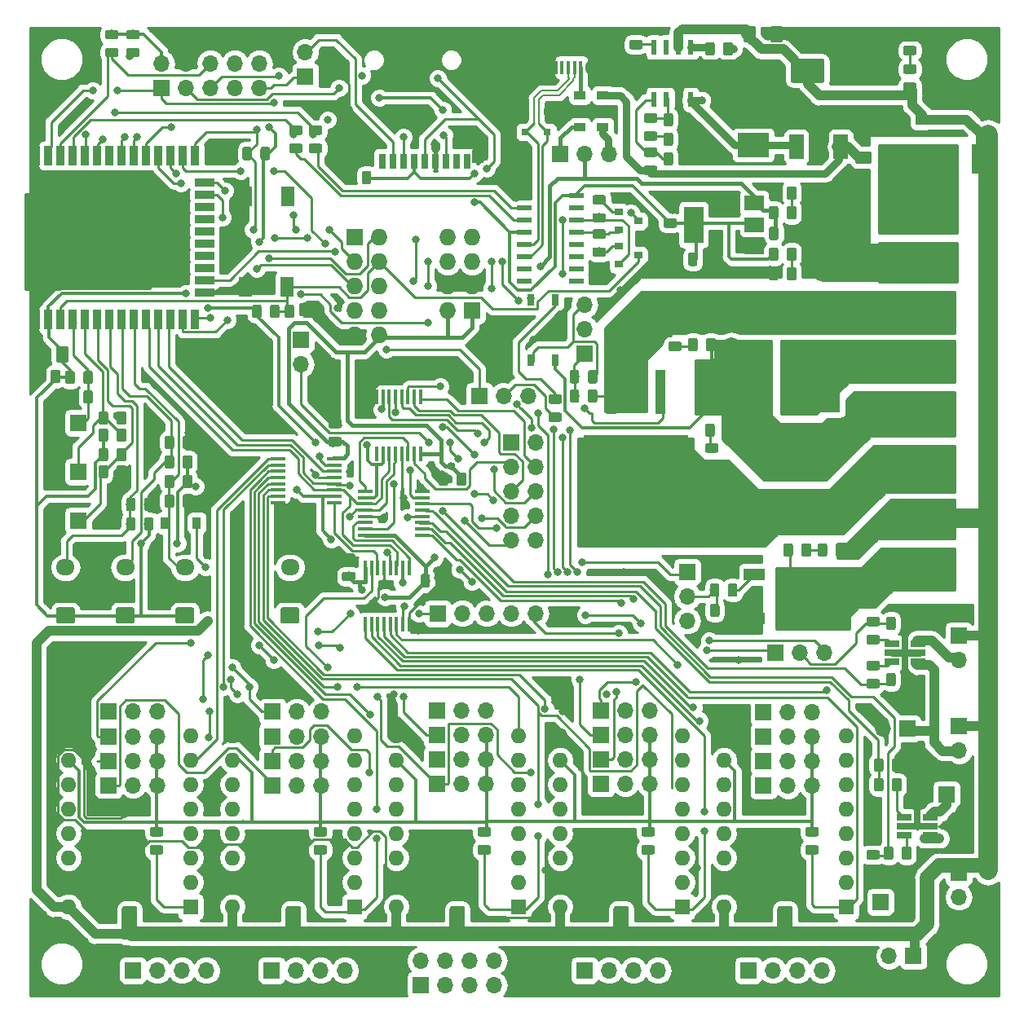
<source format=gtl>
G04 #@! TF.GenerationSoftware,KiCad,Pcbnew,5.0.2-bee76a0~70~ubuntu18.04.1*
G04 #@! TF.CreationDate,2019-12-09T08:46:58+09:00*
G04 #@! TF.ProjectId,MRR_ESPE,4d52525f-4553-4504-952e-6b696361645f,v0.5rev1*
G04 #@! TF.SameCoordinates,Original*
G04 #@! TF.FileFunction,Copper,L1,Top*
G04 #@! TF.FilePolarity,Positive*
%FSLAX46Y46*%
G04 Gerber Fmt 4.6, Leading zero omitted, Abs format (unit mm)*
G04 Created by KiCad (PCBNEW 5.0.2-bee76a0~70~ubuntu18.04.1) date Mon 09 Dec 2019 08:46:58 AM JST*
%MOMM*%
%LPD*%
G01*
G04 APERTURE LIST*
G04 #@! TA.AperFunction,Conductor*
%ADD10C,0.100000*%
G04 #@! TD*
G04 #@! TA.AperFunction,SMDPad,CuDef*
%ADD11C,0.975000*%
G04 #@! TD*
G04 #@! TA.AperFunction,ComponentPad*
%ADD12O,1.700000X1.700000*%
G04 #@! TD*
G04 #@! TA.AperFunction,ComponentPad*
%ADD13R,1.700000X1.700000*%
G04 #@! TD*
G04 #@! TA.AperFunction,SMDPad,CuDef*
%ADD14R,1.450000X2.100000*%
G04 #@! TD*
G04 #@! TA.AperFunction,SMDPad,CuDef*
%ADD15R,1.500000X1.900000*%
G04 #@! TD*
G04 #@! TA.AperFunction,ComponentPad*
%ADD16C,1.450000*%
G04 #@! TD*
G04 #@! TA.AperFunction,SMDPad,CuDef*
%ADD17R,0.400000X1.350000*%
G04 #@! TD*
G04 #@! TA.AperFunction,ComponentPad*
%ADD18O,1.200000X1.900000*%
G04 #@! TD*
G04 #@! TA.AperFunction,SMDPad,CuDef*
%ADD19R,1.200000X1.900000*%
G04 #@! TD*
G04 #@! TA.AperFunction,ComponentPad*
%ADD20O,1.727200X1.727200*%
G04 #@! TD*
G04 #@! TA.AperFunction,ComponentPad*
%ADD21R,1.727200X1.727200*%
G04 #@! TD*
G04 #@! TA.AperFunction,SMDPad,CuDef*
%ADD22C,2.500000*%
G04 #@! TD*
G04 #@! TA.AperFunction,SMDPad,CuDef*
%ADD23C,1.250000*%
G04 #@! TD*
G04 #@! TA.AperFunction,SMDPad,CuDef*
%ADD24C,1.600000*%
G04 #@! TD*
G04 #@! TA.AperFunction,ComponentPad*
%ADD25C,2.600000*%
G04 #@! TD*
G04 #@! TA.AperFunction,ComponentPad*
%ADD26R,2.600000X2.600000*%
G04 #@! TD*
G04 #@! TA.AperFunction,SMDPad,CuDef*
%ADD27R,10.800000X9.400000*%
G04 #@! TD*
G04 #@! TA.AperFunction,SMDPad,CuDef*
%ADD28R,1.100000X4.600000*%
G04 #@! TD*
G04 #@! TA.AperFunction,SMDPad,CuDef*
%ADD29R,6.400000X5.800000*%
G04 #@! TD*
G04 #@! TA.AperFunction,SMDPad,CuDef*
%ADD30R,2.200000X1.200000*%
G04 #@! TD*
G04 #@! TA.AperFunction,SMDPad,CuDef*
%ADD31R,0.900000X0.800000*%
G04 #@! TD*
G04 #@! TA.AperFunction,SMDPad,CuDef*
%ADD32R,5.000000X5.000000*%
G04 #@! TD*
G04 #@! TA.AperFunction,SMDPad,CuDef*
%ADD33R,0.900000X2.000000*%
G04 #@! TD*
G04 #@! TA.AperFunction,SMDPad,CuDef*
%ADD34R,2.000000X0.900000*%
G04 #@! TD*
G04 #@! TA.AperFunction,ViaPad*
%ADD35C,0.600000*%
G04 #@! TD*
G04 #@! TA.AperFunction,SMDPad,CuDef*
%ADD36R,0.600000X1.550000*%
G04 #@! TD*
G04 #@! TA.AperFunction,Conductor*
%ADD37R,4.500000X2.950000*%
G04 #@! TD*
G04 #@! TA.AperFunction,SMDPad,CuDef*
%ADD38R,3.100000X2.600000*%
G04 #@! TD*
G04 #@! TA.AperFunction,SMDPad,CuDef*
%ADD39R,1.500000X0.600000*%
G04 #@! TD*
G04 #@! TA.AperFunction,SMDPad,CuDef*
%ADD40R,2.000000X1.500000*%
G04 #@! TD*
G04 #@! TA.AperFunction,SMDPad,CuDef*
%ADD41R,2.000000X3.800000*%
G04 #@! TD*
G04 #@! TA.AperFunction,ComponentPad*
%ADD42O,1.600000X1.600000*%
G04 #@! TD*
G04 #@! TA.AperFunction,ComponentPad*
%ADD43R,1.600000X1.600000*%
G04 #@! TD*
G04 #@! TA.AperFunction,SMDPad,CuDef*
%ADD44R,0.700000X1.600000*%
G04 #@! TD*
G04 #@! TA.AperFunction,SMDPad,CuDef*
%ADD45R,1.200000X1.400000*%
G04 #@! TD*
G04 #@! TA.AperFunction,SMDPad,CuDef*
%ADD46R,1.600000X1.400000*%
G04 #@! TD*
G04 #@! TA.AperFunction,SMDPad,CuDef*
%ADD47R,1.200000X2.200000*%
G04 #@! TD*
G04 #@! TA.AperFunction,SMDPad,CuDef*
%ADD48R,1.960000X3.150000*%
G04 #@! TD*
G04 #@! TA.AperFunction,SMDPad,CuDef*
%ADD49R,1.500000X2.500000*%
G04 #@! TD*
G04 #@! TA.AperFunction,SMDPad,CuDef*
%ADD50R,3.300000X2.500000*%
G04 #@! TD*
G04 #@! TA.AperFunction,SMDPad,CuDef*
%ADD51R,0.900000X1.200000*%
G04 #@! TD*
G04 #@! TA.AperFunction,SMDPad,CuDef*
%ADD52R,1.100000X1.100000*%
G04 #@! TD*
G04 #@! TA.AperFunction,SMDPad,CuDef*
%ADD53R,0.800000X0.800000*%
G04 #@! TD*
G04 #@! TA.AperFunction,SMDPad,CuDef*
%ADD54R,0.800000X1.200000*%
G04 #@! TD*
G04 #@! TA.AperFunction,SMDPad,CuDef*
%ADD55R,1.200000X0.900000*%
G04 #@! TD*
G04 #@! TA.AperFunction,SMDPad,CuDef*
%ADD56R,1.560000X0.650000*%
G04 #@! TD*
G04 #@! TA.AperFunction,SMDPad,CuDef*
%ADD57R,1.500000X0.450000*%
G04 #@! TD*
G04 #@! TA.AperFunction,SMDPad,CuDef*
%ADD58R,0.450000X1.500000*%
G04 #@! TD*
G04 #@! TA.AperFunction,ComponentPad*
%ADD59C,1.700000*%
G04 #@! TD*
G04 #@! TA.AperFunction,ComponentPad*
%ADD60O,1.950000X1.700000*%
G04 #@! TD*
G04 #@! TA.AperFunction,SMDPad,CuDef*
%ADD61R,3.790000X5.650000*%
G04 #@! TD*
G04 #@! TA.AperFunction,ViaPad*
%ADD62C,0.800000*%
G04 #@! TD*
G04 #@! TA.AperFunction,Conductor*
%ADD63C,4.000000*%
G04 #@! TD*
G04 #@! TA.AperFunction,Conductor*
%ADD64C,2.500000*%
G04 #@! TD*
G04 #@! TA.AperFunction,Conductor*
%ADD65C,0.250000*%
G04 #@! TD*
G04 #@! TA.AperFunction,Conductor*
%ADD66C,0.700000*%
G04 #@! TD*
G04 #@! TA.AperFunction,Conductor*
%ADD67C,0.800000*%
G04 #@! TD*
G04 #@! TA.AperFunction,Conductor*
%ADD68C,3.000000*%
G04 #@! TD*
G04 #@! TA.AperFunction,Conductor*
%ADD69C,1.000000*%
G04 #@! TD*
G04 #@! TA.AperFunction,Conductor*
%ADD70C,1.500000*%
G04 #@! TD*
G04 #@! TA.AperFunction,Conductor*
%ADD71C,2.000000*%
G04 #@! TD*
G04 #@! TA.AperFunction,Conductor*
%ADD72C,0.300000*%
G04 #@! TD*
G04 #@! TA.AperFunction,Conductor*
%ADD73C,0.400000*%
G04 #@! TD*
G04 #@! TA.AperFunction,Conductor*
%ADD74C,0.200000*%
G04 #@! TD*
G04 #@! TA.AperFunction,Conductor*
%ADD75C,0.254000*%
G04 #@! TD*
G04 APERTURE END LIST*
D10*
G04 #@! TO.N,GND*
G04 #@! TO.C,C14*
G36*
X107930142Y-64101174D02*
X107953803Y-64104684D01*
X107977007Y-64110496D01*
X107999529Y-64118554D01*
X108021153Y-64128782D01*
X108041670Y-64141079D01*
X108060883Y-64155329D01*
X108078607Y-64171393D01*
X108094671Y-64189117D01*
X108108921Y-64208330D01*
X108121218Y-64228847D01*
X108131446Y-64250471D01*
X108139504Y-64272993D01*
X108145316Y-64296197D01*
X108148826Y-64319858D01*
X108150000Y-64343750D01*
X108150000Y-65256250D01*
X108148826Y-65280142D01*
X108145316Y-65303803D01*
X108139504Y-65327007D01*
X108131446Y-65349529D01*
X108121218Y-65371153D01*
X108108921Y-65391670D01*
X108094671Y-65410883D01*
X108078607Y-65428607D01*
X108060883Y-65444671D01*
X108041670Y-65458921D01*
X108021153Y-65471218D01*
X107999529Y-65481446D01*
X107977007Y-65489504D01*
X107953803Y-65495316D01*
X107930142Y-65498826D01*
X107906250Y-65500000D01*
X107418750Y-65500000D01*
X107394858Y-65498826D01*
X107371197Y-65495316D01*
X107347993Y-65489504D01*
X107325471Y-65481446D01*
X107303847Y-65471218D01*
X107283330Y-65458921D01*
X107264117Y-65444671D01*
X107246393Y-65428607D01*
X107230329Y-65410883D01*
X107216079Y-65391670D01*
X107203782Y-65371153D01*
X107193554Y-65349529D01*
X107185496Y-65327007D01*
X107179684Y-65303803D01*
X107176174Y-65280142D01*
X107175000Y-65256250D01*
X107175000Y-64343750D01*
X107176174Y-64319858D01*
X107179684Y-64296197D01*
X107185496Y-64272993D01*
X107193554Y-64250471D01*
X107203782Y-64228847D01*
X107216079Y-64208330D01*
X107230329Y-64189117D01*
X107246393Y-64171393D01*
X107264117Y-64155329D01*
X107283330Y-64141079D01*
X107303847Y-64128782D01*
X107325471Y-64118554D01*
X107347993Y-64110496D01*
X107371197Y-64104684D01*
X107394858Y-64101174D01*
X107418750Y-64100000D01*
X107906250Y-64100000D01*
X107930142Y-64101174D01*
X107930142Y-64101174D01*
G37*
D11*
G04 #@! TD*
G04 #@! TO.P,C14,2*
G04 #@! TO.N,GND*
X107662500Y-64800000D03*
D10*
G04 #@! TO.N,+3V3*
G04 #@! TO.C,C14*
G36*
X109805142Y-64101174D02*
X109828803Y-64104684D01*
X109852007Y-64110496D01*
X109874529Y-64118554D01*
X109896153Y-64128782D01*
X109916670Y-64141079D01*
X109935883Y-64155329D01*
X109953607Y-64171393D01*
X109969671Y-64189117D01*
X109983921Y-64208330D01*
X109996218Y-64228847D01*
X110006446Y-64250471D01*
X110014504Y-64272993D01*
X110020316Y-64296197D01*
X110023826Y-64319858D01*
X110025000Y-64343750D01*
X110025000Y-65256250D01*
X110023826Y-65280142D01*
X110020316Y-65303803D01*
X110014504Y-65327007D01*
X110006446Y-65349529D01*
X109996218Y-65371153D01*
X109983921Y-65391670D01*
X109969671Y-65410883D01*
X109953607Y-65428607D01*
X109935883Y-65444671D01*
X109916670Y-65458921D01*
X109896153Y-65471218D01*
X109874529Y-65481446D01*
X109852007Y-65489504D01*
X109828803Y-65495316D01*
X109805142Y-65498826D01*
X109781250Y-65500000D01*
X109293750Y-65500000D01*
X109269858Y-65498826D01*
X109246197Y-65495316D01*
X109222993Y-65489504D01*
X109200471Y-65481446D01*
X109178847Y-65471218D01*
X109158330Y-65458921D01*
X109139117Y-65444671D01*
X109121393Y-65428607D01*
X109105329Y-65410883D01*
X109091079Y-65391670D01*
X109078782Y-65371153D01*
X109068554Y-65349529D01*
X109060496Y-65327007D01*
X109054684Y-65303803D01*
X109051174Y-65280142D01*
X109050000Y-65256250D01*
X109050000Y-64343750D01*
X109051174Y-64319858D01*
X109054684Y-64296197D01*
X109060496Y-64272993D01*
X109068554Y-64250471D01*
X109078782Y-64228847D01*
X109091079Y-64208330D01*
X109105329Y-64189117D01*
X109121393Y-64171393D01*
X109139117Y-64155329D01*
X109158330Y-64141079D01*
X109178847Y-64128782D01*
X109200471Y-64118554D01*
X109222993Y-64110496D01*
X109246197Y-64104684D01*
X109269858Y-64101174D01*
X109293750Y-64100000D01*
X109781250Y-64100000D01*
X109805142Y-64101174D01*
X109805142Y-64101174D01*
G37*
D11*
G04 #@! TD*
G04 #@! TO.P,C14,1*
G04 #@! TO.N,+3V3*
X109537500Y-64800000D03*
D10*
G04 #@! TO.N,GND*
G04 #@! TO.C,C13*
G36*
X120105142Y-61401174D02*
X120128803Y-61404684D01*
X120152007Y-61410496D01*
X120174529Y-61418554D01*
X120196153Y-61428782D01*
X120216670Y-61441079D01*
X120235883Y-61455329D01*
X120253607Y-61471393D01*
X120269671Y-61489117D01*
X120283921Y-61508330D01*
X120296218Y-61528847D01*
X120306446Y-61550471D01*
X120314504Y-61572993D01*
X120320316Y-61596197D01*
X120323826Y-61619858D01*
X120325000Y-61643750D01*
X120325000Y-62556250D01*
X120323826Y-62580142D01*
X120320316Y-62603803D01*
X120314504Y-62627007D01*
X120306446Y-62649529D01*
X120296218Y-62671153D01*
X120283921Y-62691670D01*
X120269671Y-62710883D01*
X120253607Y-62728607D01*
X120235883Y-62744671D01*
X120216670Y-62758921D01*
X120196153Y-62771218D01*
X120174529Y-62781446D01*
X120152007Y-62789504D01*
X120128803Y-62795316D01*
X120105142Y-62798826D01*
X120081250Y-62800000D01*
X119593750Y-62800000D01*
X119569858Y-62798826D01*
X119546197Y-62795316D01*
X119522993Y-62789504D01*
X119500471Y-62781446D01*
X119478847Y-62771218D01*
X119458330Y-62758921D01*
X119439117Y-62744671D01*
X119421393Y-62728607D01*
X119405329Y-62710883D01*
X119391079Y-62691670D01*
X119378782Y-62671153D01*
X119368554Y-62649529D01*
X119360496Y-62627007D01*
X119354684Y-62603803D01*
X119351174Y-62580142D01*
X119350000Y-62556250D01*
X119350000Y-61643750D01*
X119351174Y-61619858D01*
X119354684Y-61596197D01*
X119360496Y-61572993D01*
X119368554Y-61550471D01*
X119378782Y-61528847D01*
X119391079Y-61508330D01*
X119405329Y-61489117D01*
X119421393Y-61471393D01*
X119439117Y-61455329D01*
X119458330Y-61441079D01*
X119478847Y-61428782D01*
X119500471Y-61418554D01*
X119522993Y-61410496D01*
X119546197Y-61404684D01*
X119569858Y-61401174D01*
X119593750Y-61400000D01*
X120081250Y-61400000D01*
X120105142Y-61401174D01*
X120105142Y-61401174D01*
G37*
D11*
G04 #@! TD*
G04 #@! TO.P,C13,2*
G04 #@! TO.N,GND*
X119837500Y-62100000D03*
D10*
G04 #@! TO.N,+5V*
G04 #@! TO.C,C13*
G36*
X118230142Y-61401174D02*
X118253803Y-61404684D01*
X118277007Y-61410496D01*
X118299529Y-61418554D01*
X118321153Y-61428782D01*
X118341670Y-61441079D01*
X118360883Y-61455329D01*
X118378607Y-61471393D01*
X118394671Y-61489117D01*
X118408921Y-61508330D01*
X118421218Y-61528847D01*
X118431446Y-61550471D01*
X118439504Y-61572993D01*
X118445316Y-61596197D01*
X118448826Y-61619858D01*
X118450000Y-61643750D01*
X118450000Y-62556250D01*
X118448826Y-62580142D01*
X118445316Y-62603803D01*
X118439504Y-62627007D01*
X118431446Y-62649529D01*
X118421218Y-62671153D01*
X118408921Y-62691670D01*
X118394671Y-62710883D01*
X118378607Y-62728607D01*
X118360883Y-62744671D01*
X118341670Y-62758921D01*
X118321153Y-62771218D01*
X118299529Y-62781446D01*
X118277007Y-62789504D01*
X118253803Y-62795316D01*
X118230142Y-62798826D01*
X118206250Y-62800000D01*
X117718750Y-62800000D01*
X117694858Y-62798826D01*
X117671197Y-62795316D01*
X117647993Y-62789504D01*
X117625471Y-62781446D01*
X117603847Y-62771218D01*
X117583330Y-62758921D01*
X117564117Y-62744671D01*
X117546393Y-62728607D01*
X117530329Y-62710883D01*
X117516079Y-62691670D01*
X117503782Y-62671153D01*
X117493554Y-62649529D01*
X117485496Y-62627007D01*
X117479684Y-62603803D01*
X117476174Y-62580142D01*
X117475000Y-62556250D01*
X117475000Y-61643750D01*
X117476174Y-61619858D01*
X117479684Y-61596197D01*
X117485496Y-61572993D01*
X117493554Y-61550471D01*
X117503782Y-61528847D01*
X117516079Y-61508330D01*
X117530329Y-61489117D01*
X117546393Y-61471393D01*
X117564117Y-61455329D01*
X117583330Y-61441079D01*
X117603847Y-61428782D01*
X117625471Y-61418554D01*
X117647993Y-61410496D01*
X117671197Y-61404684D01*
X117694858Y-61401174D01*
X117718750Y-61400000D01*
X118206250Y-61400000D01*
X118230142Y-61401174D01*
X118230142Y-61401174D01*
G37*
D11*
G04 #@! TD*
G04 #@! TO.P,C13,1*
G04 #@! TO.N,+5V*
X117962500Y-62100000D03*
D10*
G04 #@! TO.N,Net-(C10-Pad1)*
G04 #@! TO.C,C10*
G36*
X113473142Y-42227174D02*
X113496803Y-42230684D01*
X113520007Y-42236496D01*
X113542529Y-42244554D01*
X113564153Y-42254782D01*
X113584670Y-42267079D01*
X113603883Y-42281329D01*
X113621607Y-42297393D01*
X113637671Y-42315117D01*
X113651921Y-42334330D01*
X113664218Y-42354847D01*
X113674446Y-42376471D01*
X113682504Y-42398993D01*
X113688316Y-42422197D01*
X113691826Y-42445858D01*
X113693000Y-42469750D01*
X113693000Y-43382250D01*
X113691826Y-43406142D01*
X113688316Y-43429803D01*
X113682504Y-43453007D01*
X113674446Y-43475529D01*
X113664218Y-43497153D01*
X113651921Y-43517670D01*
X113637671Y-43536883D01*
X113621607Y-43554607D01*
X113603883Y-43570671D01*
X113584670Y-43584921D01*
X113564153Y-43597218D01*
X113542529Y-43607446D01*
X113520007Y-43615504D01*
X113496803Y-43621316D01*
X113473142Y-43624826D01*
X113449250Y-43626000D01*
X112961750Y-43626000D01*
X112937858Y-43624826D01*
X112914197Y-43621316D01*
X112890993Y-43615504D01*
X112868471Y-43607446D01*
X112846847Y-43597218D01*
X112826330Y-43584921D01*
X112807117Y-43570671D01*
X112789393Y-43554607D01*
X112773329Y-43536883D01*
X112759079Y-43517670D01*
X112746782Y-43497153D01*
X112736554Y-43475529D01*
X112728496Y-43453007D01*
X112722684Y-43429803D01*
X112719174Y-43406142D01*
X112718000Y-43382250D01*
X112718000Y-42469750D01*
X112719174Y-42445858D01*
X112722684Y-42422197D01*
X112728496Y-42398993D01*
X112736554Y-42376471D01*
X112746782Y-42354847D01*
X112759079Y-42334330D01*
X112773329Y-42315117D01*
X112789393Y-42297393D01*
X112807117Y-42281329D01*
X112826330Y-42267079D01*
X112846847Y-42254782D01*
X112868471Y-42244554D01*
X112890993Y-42236496D01*
X112914197Y-42230684D01*
X112937858Y-42227174D01*
X112961750Y-42226000D01*
X113449250Y-42226000D01*
X113473142Y-42227174D01*
X113473142Y-42227174D01*
G37*
D11*
G04 #@! TD*
G04 #@! TO.P,C10,1*
G04 #@! TO.N,Net-(C10-Pad1)*
X113205500Y-42926000D03*
D10*
G04 #@! TO.N,Net-(C10-Pad2)*
G04 #@! TO.C,C10*
G36*
X111598142Y-42227174D02*
X111621803Y-42230684D01*
X111645007Y-42236496D01*
X111667529Y-42244554D01*
X111689153Y-42254782D01*
X111709670Y-42267079D01*
X111728883Y-42281329D01*
X111746607Y-42297393D01*
X111762671Y-42315117D01*
X111776921Y-42334330D01*
X111789218Y-42354847D01*
X111799446Y-42376471D01*
X111807504Y-42398993D01*
X111813316Y-42422197D01*
X111816826Y-42445858D01*
X111818000Y-42469750D01*
X111818000Y-43382250D01*
X111816826Y-43406142D01*
X111813316Y-43429803D01*
X111807504Y-43453007D01*
X111799446Y-43475529D01*
X111789218Y-43497153D01*
X111776921Y-43517670D01*
X111762671Y-43536883D01*
X111746607Y-43554607D01*
X111728883Y-43570671D01*
X111709670Y-43584921D01*
X111689153Y-43597218D01*
X111667529Y-43607446D01*
X111645007Y-43615504D01*
X111621803Y-43621316D01*
X111598142Y-43624826D01*
X111574250Y-43626000D01*
X111086750Y-43626000D01*
X111062858Y-43624826D01*
X111039197Y-43621316D01*
X111015993Y-43615504D01*
X110993471Y-43607446D01*
X110971847Y-43597218D01*
X110951330Y-43584921D01*
X110932117Y-43570671D01*
X110914393Y-43554607D01*
X110898329Y-43536883D01*
X110884079Y-43517670D01*
X110871782Y-43497153D01*
X110861554Y-43475529D01*
X110853496Y-43453007D01*
X110847684Y-43429803D01*
X110844174Y-43406142D01*
X110843000Y-43382250D01*
X110843000Y-42469750D01*
X110844174Y-42445858D01*
X110847684Y-42422197D01*
X110853496Y-42398993D01*
X110861554Y-42376471D01*
X110871782Y-42354847D01*
X110884079Y-42334330D01*
X110898329Y-42315117D01*
X110914393Y-42297393D01*
X110932117Y-42281329D01*
X110951330Y-42267079D01*
X110971847Y-42254782D01*
X110993471Y-42244554D01*
X111015993Y-42236496D01*
X111039197Y-42230684D01*
X111062858Y-42227174D01*
X111086750Y-42226000D01*
X111574250Y-42226000D01*
X111598142Y-42227174D01*
X111598142Y-42227174D01*
G37*
D11*
G04 #@! TD*
G04 #@! TO.P,C10,2*
G04 #@! TO.N,Net-(C10-Pad2)*
X111330500Y-42926000D03*
D12*
G04 #@! TO.P,J11,10*
G04 #@! TO.N,Q159*
X93218000Y-93980000D03*
G04 #@! TO.P,J11,9*
G04 #@! TO.N,Q158*
X90678000Y-93980000D03*
G04 #@! TO.P,J11,8*
G04 #@! TO.N,Q157*
X93218000Y-91440000D03*
G04 #@! TO.P,J11,7*
G04 #@! TO.N,Q156*
X90678000Y-91440000D03*
G04 #@! TO.P,J11,6*
G04 #@! TO.N,Q155*
X93218000Y-88900000D03*
G04 #@! TO.P,J11,5*
G04 #@! TO.N,Q154*
X90678000Y-88900000D03*
G04 #@! TO.P,J11,4*
G04 #@! TO.N,Q153*
X93218000Y-86360000D03*
G04 #@! TO.P,J11,3*
G04 #@! TO.N,Q152*
X90678000Y-86360000D03*
G04 #@! TO.P,J11,2*
G04 #@! TO.N,Q150*
X93218000Y-83820000D03*
D13*
G04 #@! TO.P,J11,1*
G04 #@! TO.N,Q143*
X90678000Y-83820000D03*
G04 #@! TD*
D14*
G04 #@! TO.P,SW1,2*
G04 #@! TO.N,EN*
X67378000Y-67692000D03*
G04 #@! TO.P,SW1,3*
G04 #@! TO.N,N/C*
X67478000Y-58292000D03*
G04 #@! TO.P,SW1,1*
G04 #@! TO.N,GND*
X63078000Y-58292000D03*
X63078000Y-67692000D03*
G04 #@! TD*
D15*
G04 #@! TO.P,J16,6*
G04 #@! TO.N,GND*
X95600000Y-42162500D03*
D16*
X99100000Y-44862500D03*
D17*
G04 #@! TO.P,J16,2*
G04 #@! TO.N,/D-*
X97250000Y-44862500D03*
G04 #@! TO.P,J16,1*
G04 #@! TO.N,VUSB*
X97900000Y-44862500D03*
G04 #@! TO.P,J16,5*
G04 #@! TO.N,GND*
X95300000Y-44862500D03*
G04 #@! TO.P,J16,4*
G04 #@! TO.N,N/C*
X95950000Y-44862500D03*
G04 #@! TO.P,J16,3*
G04 #@! TO.N,/D+*
X96600000Y-44862500D03*
D16*
G04 #@! TO.P,J16,6*
G04 #@! TO.N,GND*
X94100000Y-44862500D03*
D15*
X97600000Y-42162500D03*
D18*
X100100000Y-42162500D03*
X93100000Y-42162500D03*
D19*
X93700000Y-42162500D03*
X99500000Y-42162500D03*
G04 #@! TD*
D20*
G04 #@! TO.P,J15,8*
G04 #@! TO.N,UART-*
X84074000Y-62484000D03*
G04 #@! TO.P,J15,7*
G04 #@! TO.N,N/C*
X86614000Y-62484000D03*
G04 #@! TO.P,J15,6*
G04 #@! TO.N,UART+*
X84074000Y-65024000D03*
G04 #@! TO.P,J15,5*
G04 #@! TO.N,N/C*
X86614000Y-65024000D03*
G04 #@! TO.P,J15,4*
G04 #@! TO.N,GND*
X84074000Y-67564000D03*
G04 #@! TO.P,J15,3*
X86614000Y-67564000D03*
G04 #@! TO.P,J15,2*
G04 #@! TO.N,+5V*
X84074000Y-70104000D03*
D21*
G04 #@! TO.P,J15,1*
X86614000Y-70104000D03*
G04 #@! TD*
D10*
G04 #@! TO.N,X_MIN*
G04 #@! TO.C,C1*
G36*
X51438142Y-89571174D02*
X51461803Y-89574684D01*
X51485007Y-89580496D01*
X51507529Y-89588554D01*
X51529153Y-89598782D01*
X51549670Y-89611079D01*
X51568883Y-89625329D01*
X51586607Y-89641393D01*
X51602671Y-89659117D01*
X51616921Y-89678330D01*
X51629218Y-89698847D01*
X51639446Y-89720471D01*
X51647504Y-89742993D01*
X51653316Y-89766197D01*
X51656826Y-89789858D01*
X51658000Y-89813750D01*
X51658000Y-90726250D01*
X51656826Y-90750142D01*
X51653316Y-90773803D01*
X51647504Y-90797007D01*
X51639446Y-90819529D01*
X51629218Y-90841153D01*
X51616921Y-90861670D01*
X51602671Y-90880883D01*
X51586607Y-90898607D01*
X51568883Y-90914671D01*
X51549670Y-90928921D01*
X51529153Y-90941218D01*
X51507529Y-90951446D01*
X51485007Y-90959504D01*
X51461803Y-90965316D01*
X51438142Y-90968826D01*
X51414250Y-90970000D01*
X50926750Y-90970000D01*
X50902858Y-90968826D01*
X50879197Y-90965316D01*
X50855993Y-90959504D01*
X50833471Y-90951446D01*
X50811847Y-90941218D01*
X50791330Y-90928921D01*
X50772117Y-90914671D01*
X50754393Y-90898607D01*
X50738329Y-90880883D01*
X50724079Y-90861670D01*
X50711782Y-90841153D01*
X50701554Y-90819529D01*
X50693496Y-90797007D01*
X50687684Y-90773803D01*
X50684174Y-90750142D01*
X50683000Y-90726250D01*
X50683000Y-89813750D01*
X50684174Y-89789858D01*
X50687684Y-89766197D01*
X50693496Y-89742993D01*
X50701554Y-89720471D01*
X50711782Y-89698847D01*
X50724079Y-89678330D01*
X50738329Y-89659117D01*
X50754393Y-89641393D01*
X50772117Y-89625329D01*
X50791330Y-89611079D01*
X50811847Y-89598782D01*
X50833471Y-89588554D01*
X50855993Y-89580496D01*
X50879197Y-89574684D01*
X50902858Y-89571174D01*
X50926750Y-89570000D01*
X51414250Y-89570000D01*
X51438142Y-89571174D01*
X51438142Y-89571174D01*
G37*
D11*
G04 #@! TD*
G04 #@! TO.P,C1,2*
G04 #@! TO.N,X_MIN*
X51170500Y-90270000D03*
D10*
G04 #@! TO.N,GND*
G04 #@! TO.C,C1*
G36*
X53313142Y-89571174D02*
X53336803Y-89574684D01*
X53360007Y-89580496D01*
X53382529Y-89588554D01*
X53404153Y-89598782D01*
X53424670Y-89611079D01*
X53443883Y-89625329D01*
X53461607Y-89641393D01*
X53477671Y-89659117D01*
X53491921Y-89678330D01*
X53504218Y-89698847D01*
X53514446Y-89720471D01*
X53522504Y-89742993D01*
X53528316Y-89766197D01*
X53531826Y-89789858D01*
X53533000Y-89813750D01*
X53533000Y-90726250D01*
X53531826Y-90750142D01*
X53528316Y-90773803D01*
X53522504Y-90797007D01*
X53514446Y-90819529D01*
X53504218Y-90841153D01*
X53491921Y-90861670D01*
X53477671Y-90880883D01*
X53461607Y-90898607D01*
X53443883Y-90914671D01*
X53424670Y-90928921D01*
X53404153Y-90941218D01*
X53382529Y-90951446D01*
X53360007Y-90959504D01*
X53336803Y-90965316D01*
X53313142Y-90968826D01*
X53289250Y-90970000D01*
X52801750Y-90970000D01*
X52777858Y-90968826D01*
X52754197Y-90965316D01*
X52730993Y-90959504D01*
X52708471Y-90951446D01*
X52686847Y-90941218D01*
X52666330Y-90928921D01*
X52647117Y-90914671D01*
X52629393Y-90898607D01*
X52613329Y-90880883D01*
X52599079Y-90861670D01*
X52586782Y-90841153D01*
X52576554Y-90819529D01*
X52568496Y-90797007D01*
X52562684Y-90773803D01*
X52559174Y-90750142D01*
X52558000Y-90726250D01*
X52558000Y-89813750D01*
X52559174Y-89789858D01*
X52562684Y-89766197D01*
X52568496Y-89742993D01*
X52576554Y-89720471D01*
X52586782Y-89698847D01*
X52599079Y-89678330D01*
X52613329Y-89659117D01*
X52629393Y-89641393D01*
X52647117Y-89625329D01*
X52666330Y-89611079D01*
X52686847Y-89598782D01*
X52708471Y-89588554D01*
X52730993Y-89580496D01*
X52754197Y-89574684D01*
X52777858Y-89571174D01*
X52801750Y-89570000D01*
X53289250Y-89570000D01*
X53313142Y-89571174D01*
X53313142Y-89571174D01*
G37*
D11*
G04 #@! TD*
G04 #@! TO.P,C1,1*
G04 #@! TO.N,GND*
X53045500Y-90270000D03*
D10*
G04 #@! TO.N,Z_MIN*
G04 #@! TO.C,C2*
G36*
X55464142Y-89217174D02*
X55487803Y-89220684D01*
X55511007Y-89226496D01*
X55533529Y-89234554D01*
X55555153Y-89244782D01*
X55575670Y-89257079D01*
X55594883Y-89271329D01*
X55612607Y-89287393D01*
X55628671Y-89305117D01*
X55642921Y-89324330D01*
X55655218Y-89344847D01*
X55665446Y-89366471D01*
X55673504Y-89388993D01*
X55679316Y-89412197D01*
X55682826Y-89435858D01*
X55684000Y-89459750D01*
X55684000Y-90372250D01*
X55682826Y-90396142D01*
X55679316Y-90419803D01*
X55673504Y-90443007D01*
X55665446Y-90465529D01*
X55655218Y-90487153D01*
X55642921Y-90507670D01*
X55628671Y-90526883D01*
X55612607Y-90544607D01*
X55594883Y-90560671D01*
X55575670Y-90574921D01*
X55555153Y-90587218D01*
X55533529Y-90597446D01*
X55511007Y-90605504D01*
X55487803Y-90611316D01*
X55464142Y-90614826D01*
X55440250Y-90616000D01*
X54952750Y-90616000D01*
X54928858Y-90614826D01*
X54905197Y-90611316D01*
X54881993Y-90605504D01*
X54859471Y-90597446D01*
X54837847Y-90587218D01*
X54817330Y-90574921D01*
X54798117Y-90560671D01*
X54780393Y-90544607D01*
X54764329Y-90526883D01*
X54750079Y-90507670D01*
X54737782Y-90487153D01*
X54727554Y-90465529D01*
X54719496Y-90443007D01*
X54713684Y-90419803D01*
X54710174Y-90396142D01*
X54709000Y-90372250D01*
X54709000Y-89459750D01*
X54710174Y-89435858D01*
X54713684Y-89412197D01*
X54719496Y-89388993D01*
X54727554Y-89366471D01*
X54737782Y-89344847D01*
X54750079Y-89324330D01*
X54764329Y-89305117D01*
X54780393Y-89287393D01*
X54798117Y-89271329D01*
X54817330Y-89257079D01*
X54837847Y-89244782D01*
X54859471Y-89234554D01*
X54881993Y-89226496D01*
X54905197Y-89220684D01*
X54928858Y-89217174D01*
X54952750Y-89216000D01*
X55440250Y-89216000D01*
X55464142Y-89217174D01*
X55464142Y-89217174D01*
G37*
D11*
G04 #@! TD*
G04 #@! TO.P,C2,2*
G04 #@! TO.N,Z_MIN*
X55196500Y-89916000D03*
D10*
G04 #@! TO.N,GND*
G04 #@! TO.C,C2*
G36*
X57339142Y-89217174D02*
X57362803Y-89220684D01*
X57386007Y-89226496D01*
X57408529Y-89234554D01*
X57430153Y-89244782D01*
X57450670Y-89257079D01*
X57469883Y-89271329D01*
X57487607Y-89287393D01*
X57503671Y-89305117D01*
X57517921Y-89324330D01*
X57530218Y-89344847D01*
X57540446Y-89366471D01*
X57548504Y-89388993D01*
X57554316Y-89412197D01*
X57557826Y-89435858D01*
X57559000Y-89459750D01*
X57559000Y-90372250D01*
X57557826Y-90396142D01*
X57554316Y-90419803D01*
X57548504Y-90443007D01*
X57540446Y-90465529D01*
X57530218Y-90487153D01*
X57517921Y-90507670D01*
X57503671Y-90526883D01*
X57487607Y-90544607D01*
X57469883Y-90560671D01*
X57450670Y-90574921D01*
X57430153Y-90587218D01*
X57408529Y-90597446D01*
X57386007Y-90605504D01*
X57362803Y-90611316D01*
X57339142Y-90614826D01*
X57315250Y-90616000D01*
X56827750Y-90616000D01*
X56803858Y-90614826D01*
X56780197Y-90611316D01*
X56756993Y-90605504D01*
X56734471Y-90597446D01*
X56712847Y-90587218D01*
X56692330Y-90574921D01*
X56673117Y-90560671D01*
X56655393Y-90544607D01*
X56639329Y-90526883D01*
X56625079Y-90507670D01*
X56612782Y-90487153D01*
X56602554Y-90465529D01*
X56594496Y-90443007D01*
X56588684Y-90419803D01*
X56585174Y-90396142D01*
X56584000Y-90372250D01*
X56584000Y-89459750D01*
X56585174Y-89435858D01*
X56588684Y-89412197D01*
X56594496Y-89388993D01*
X56602554Y-89366471D01*
X56612782Y-89344847D01*
X56625079Y-89324330D01*
X56639329Y-89305117D01*
X56655393Y-89287393D01*
X56673117Y-89271329D01*
X56692330Y-89257079D01*
X56712847Y-89244782D01*
X56734471Y-89234554D01*
X56756993Y-89226496D01*
X56780197Y-89220684D01*
X56803858Y-89217174D01*
X56827750Y-89216000D01*
X57315250Y-89216000D01*
X57339142Y-89217174D01*
X57339142Y-89217174D01*
G37*
D11*
G04 #@! TD*
G04 #@! TO.P,C2,1*
G04 #@! TO.N,GND*
X57071500Y-89916000D03*
D10*
G04 #@! TO.N,Y_MIN*
G04 #@! TO.C,C3*
G36*
X55464142Y-83121174D02*
X55487803Y-83124684D01*
X55511007Y-83130496D01*
X55533529Y-83138554D01*
X55555153Y-83148782D01*
X55575670Y-83161079D01*
X55594883Y-83175329D01*
X55612607Y-83191393D01*
X55628671Y-83209117D01*
X55642921Y-83228330D01*
X55655218Y-83248847D01*
X55665446Y-83270471D01*
X55673504Y-83292993D01*
X55679316Y-83316197D01*
X55682826Y-83339858D01*
X55684000Y-83363750D01*
X55684000Y-84276250D01*
X55682826Y-84300142D01*
X55679316Y-84323803D01*
X55673504Y-84347007D01*
X55665446Y-84369529D01*
X55655218Y-84391153D01*
X55642921Y-84411670D01*
X55628671Y-84430883D01*
X55612607Y-84448607D01*
X55594883Y-84464671D01*
X55575670Y-84478921D01*
X55555153Y-84491218D01*
X55533529Y-84501446D01*
X55511007Y-84509504D01*
X55487803Y-84515316D01*
X55464142Y-84518826D01*
X55440250Y-84520000D01*
X54952750Y-84520000D01*
X54928858Y-84518826D01*
X54905197Y-84515316D01*
X54881993Y-84509504D01*
X54859471Y-84501446D01*
X54837847Y-84491218D01*
X54817330Y-84478921D01*
X54798117Y-84464671D01*
X54780393Y-84448607D01*
X54764329Y-84430883D01*
X54750079Y-84411670D01*
X54737782Y-84391153D01*
X54727554Y-84369529D01*
X54719496Y-84347007D01*
X54713684Y-84323803D01*
X54710174Y-84300142D01*
X54709000Y-84276250D01*
X54709000Y-83363750D01*
X54710174Y-83339858D01*
X54713684Y-83316197D01*
X54719496Y-83292993D01*
X54727554Y-83270471D01*
X54737782Y-83248847D01*
X54750079Y-83228330D01*
X54764329Y-83209117D01*
X54780393Y-83191393D01*
X54798117Y-83175329D01*
X54817330Y-83161079D01*
X54837847Y-83148782D01*
X54859471Y-83138554D01*
X54881993Y-83130496D01*
X54905197Y-83124684D01*
X54928858Y-83121174D01*
X54952750Y-83120000D01*
X55440250Y-83120000D01*
X55464142Y-83121174D01*
X55464142Y-83121174D01*
G37*
D11*
G04 #@! TD*
G04 #@! TO.P,C3,2*
G04 #@! TO.N,Y_MIN*
X55196500Y-83820000D03*
D10*
G04 #@! TO.N,GND*
G04 #@! TO.C,C3*
G36*
X57339142Y-83121174D02*
X57362803Y-83124684D01*
X57386007Y-83130496D01*
X57408529Y-83138554D01*
X57430153Y-83148782D01*
X57450670Y-83161079D01*
X57469883Y-83175329D01*
X57487607Y-83191393D01*
X57503671Y-83209117D01*
X57517921Y-83228330D01*
X57530218Y-83248847D01*
X57540446Y-83270471D01*
X57548504Y-83292993D01*
X57554316Y-83316197D01*
X57557826Y-83339858D01*
X57559000Y-83363750D01*
X57559000Y-84276250D01*
X57557826Y-84300142D01*
X57554316Y-84323803D01*
X57548504Y-84347007D01*
X57540446Y-84369529D01*
X57530218Y-84391153D01*
X57517921Y-84411670D01*
X57503671Y-84430883D01*
X57487607Y-84448607D01*
X57469883Y-84464671D01*
X57450670Y-84478921D01*
X57430153Y-84491218D01*
X57408529Y-84501446D01*
X57386007Y-84509504D01*
X57362803Y-84515316D01*
X57339142Y-84518826D01*
X57315250Y-84520000D01*
X56827750Y-84520000D01*
X56803858Y-84518826D01*
X56780197Y-84515316D01*
X56756993Y-84509504D01*
X56734471Y-84501446D01*
X56712847Y-84491218D01*
X56692330Y-84478921D01*
X56673117Y-84464671D01*
X56655393Y-84448607D01*
X56639329Y-84430883D01*
X56625079Y-84411670D01*
X56612782Y-84391153D01*
X56602554Y-84369529D01*
X56594496Y-84347007D01*
X56588684Y-84323803D01*
X56585174Y-84300142D01*
X56584000Y-84276250D01*
X56584000Y-83363750D01*
X56585174Y-83339858D01*
X56588684Y-83316197D01*
X56594496Y-83292993D01*
X56602554Y-83270471D01*
X56612782Y-83248847D01*
X56625079Y-83228330D01*
X56639329Y-83209117D01*
X56655393Y-83191393D01*
X56673117Y-83175329D01*
X56692330Y-83161079D01*
X56712847Y-83148782D01*
X56734471Y-83138554D01*
X56756993Y-83130496D01*
X56780197Y-83124684D01*
X56803858Y-83121174D01*
X56827750Y-83120000D01*
X57315250Y-83120000D01*
X57339142Y-83121174D01*
X57339142Y-83121174D01*
G37*
D11*
G04 #@! TD*
G04 #@! TO.P,C3,1*
G04 #@! TO.N,GND*
X57071500Y-83820000D03*
D10*
G04 #@! TO.N,GND*
G04 #@! TO.C,C4*
G36*
X129488504Y-43963204D02*
X129512773Y-43966804D01*
X129536571Y-43972765D01*
X129559671Y-43981030D01*
X129581849Y-43991520D01*
X129602893Y-44004133D01*
X129622598Y-44018747D01*
X129640777Y-44035223D01*
X129657253Y-44053402D01*
X129671867Y-44073107D01*
X129684480Y-44094151D01*
X129694970Y-44116329D01*
X129703235Y-44139429D01*
X129709196Y-44163227D01*
X129712796Y-44187496D01*
X129714000Y-44212000D01*
X129714000Y-46212000D01*
X129712796Y-46236504D01*
X129709196Y-46260773D01*
X129703235Y-46284571D01*
X129694970Y-46307671D01*
X129684480Y-46329849D01*
X129671867Y-46350893D01*
X129657253Y-46370598D01*
X129640777Y-46388777D01*
X129622598Y-46405253D01*
X129602893Y-46419867D01*
X129581849Y-46432480D01*
X129559671Y-46442970D01*
X129536571Y-46451235D01*
X129512773Y-46457196D01*
X129488504Y-46460796D01*
X129464000Y-46462000D01*
X126464000Y-46462000D01*
X126439496Y-46460796D01*
X126415227Y-46457196D01*
X126391429Y-46451235D01*
X126368329Y-46442970D01*
X126346151Y-46432480D01*
X126325107Y-46419867D01*
X126305402Y-46405253D01*
X126287223Y-46388777D01*
X126270747Y-46370598D01*
X126256133Y-46350893D01*
X126243520Y-46329849D01*
X126233030Y-46307671D01*
X126224765Y-46284571D01*
X126218804Y-46260773D01*
X126215204Y-46236504D01*
X126214000Y-46212000D01*
X126214000Y-44212000D01*
X126215204Y-44187496D01*
X126218804Y-44163227D01*
X126224765Y-44139429D01*
X126233030Y-44116329D01*
X126243520Y-44094151D01*
X126256133Y-44073107D01*
X126270747Y-44053402D01*
X126287223Y-44035223D01*
X126305402Y-44018747D01*
X126325107Y-44004133D01*
X126346151Y-43991520D01*
X126368329Y-43981030D01*
X126391429Y-43972765D01*
X126415227Y-43966804D01*
X126439496Y-43963204D01*
X126464000Y-43962000D01*
X129464000Y-43962000D01*
X129488504Y-43963204D01*
X129488504Y-43963204D01*
G37*
D22*
G04 #@! TD*
G04 #@! TO.P,C4,2*
G04 #@! TO.N,GND*
X127964000Y-45212000D03*
D10*
G04 #@! TO.N,VIN*
G04 #@! TO.C,C4*
G36*
X122988504Y-43963204D02*
X123012773Y-43966804D01*
X123036571Y-43972765D01*
X123059671Y-43981030D01*
X123081849Y-43991520D01*
X123102893Y-44004133D01*
X123122598Y-44018747D01*
X123140777Y-44035223D01*
X123157253Y-44053402D01*
X123171867Y-44073107D01*
X123184480Y-44094151D01*
X123194970Y-44116329D01*
X123203235Y-44139429D01*
X123209196Y-44163227D01*
X123212796Y-44187496D01*
X123214000Y-44212000D01*
X123214000Y-46212000D01*
X123212796Y-46236504D01*
X123209196Y-46260773D01*
X123203235Y-46284571D01*
X123194970Y-46307671D01*
X123184480Y-46329849D01*
X123171867Y-46350893D01*
X123157253Y-46370598D01*
X123140777Y-46388777D01*
X123122598Y-46405253D01*
X123102893Y-46419867D01*
X123081849Y-46432480D01*
X123059671Y-46442970D01*
X123036571Y-46451235D01*
X123012773Y-46457196D01*
X122988504Y-46460796D01*
X122964000Y-46462000D01*
X119964000Y-46462000D01*
X119939496Y-46460796D01*
X119915227Y-46457196D01*
X119891429Y-46451235D01*
X119868329Y-46442970D01*
X119846151Y-46432480D01*
X119825107Y-46419867D01*
X119805402Y-46405253D01*
X119787223Y-46388777D01*
X119770747Y-46370598D01*
X119756133Y-46350893D01*
X119743520Y-46329849D01*
X119733030Y-46307671D01*
X119724765Y-46284571D01*
X119718804Y-46260773D01*
X119715204Y-46236504D01*
X119714000Y-46212000D01*
X119714000Y-44212000D01*
X119715204Y-44187496D01*
X119718804Y-44163227D01*
X119724765Y-44139429D01*
X119733030Y-44116329D01*
X119743520Y-44094151D01*
X119756133Y-44073107D01*
X119770747Y-44053402D01*
X119787223Y-44035223D01*
X119805402Y-44018747D01*
X119825107Y-44004133D01*
X119846151Y-43991520D01*
X119868329Y-43981030D01*
X119891429Y-43972765D01*
X119915227Y-43966804D01*
X119939496Y-43963204D01*
X119964000Y-43962000D01*
X122964000Y-43962000D01*
X122988504Y-43963204D01*
X122988504Y-43963204D01*
G37*
D22*
G04 #@! TD*
G04 #@! TO.P,C4,1*
G04 #@! TO.N,VIN*
X121464000Y-45212000D03*
D10*
G04 #@! TO.N,TEMP_BED_PIN*
G04 #@! TO.C,C5*
G36*
X48606142Y-80581174D02*
X48629803Y-80584684D01*
X48653007Y-80590496D01*
X48675529Y-80598554D01*
X48697153Y-80608782D01*
X48717670Y-80621079D01*
X48736883Y-80635329D01*
X48754607Y-80651393D01*
X48770671Y-80669117D01*
X48784921Y-80688330D01*
X48797218Y-80708847D01*
X48807446Y-80730471D01*
X48815504Y-80752993D01*
X48821316Y-80776197D01*
X48824826Y-80799858D01*
X48826000Y-80823750D01*
X48826000Y-81736250D01*
X48824826Y-81760142D01*
X48821316Y-81783803D01*
X48815504Y-81807007D01*
X48807446Y-81829529D01*
X48797218Y-81851153D01*
X48784921Y-81871670D01*
X48770671Y-81890883D01*
X48754607Y-81908607D01*
X48736883Y-81924671D01*
X48717670Y-81938921D01*
X48697153Y-81951218D01*
X48675529Y-81961446D01*
X48653007Y-81969504D01*
X48629803Y-81975316D01*
X48606142Y-81978826D01*
X48582250Y-81980000D01*
X48094750Y-81980000D01*
X48070858Y-81978826D01*
X48047197Y-81975316D01*
X48023993Y-81969504D01*
X48001471Y-81961446D01*
X47979847Y-81951218D01*
X47959330Y-81938921D01*
X47940117Y-81924671D01*
X47922393Y-81908607D01*
X47906329Y-81890883D01*
X47892079Y-81871670D01*
X47879782Y-81851153D01*
X47869554Y-81829529D01*
X47861496Y-81807007D01*
X47855684Y-81783803D01*
X47852174Y-81760142D01*
X47851000Y-81736250D01*
X47851000Y-80823750D01*
X47852174Y-80799858D01*
X47855684Y-80776197D01*
X47861496Y-80752993D01*
X47869554Y-80730471D01*
X47879782Y-80708847D01*
X47892079Y-80688330D01*
X47906329Y-80669117D01*
X47922393Y-80651393D01*
X47940117Y-80635329D01*
X47959330Y-80621079D01*
X47979847Y-80608782D01*
X48001471Y-80598554D01*
X48023993Y-80590496D01*
X48047197Y-80584684D01*
X48070858Y-80581174D01*
X48094750Y-80580000D01*
X48582250Y-80580000D01*
X48606142Y-80581174D01*
X48606142Y-80581174D01*
G37*
D11*
G04 #@! TD*
G04 #@! TO.P,C5,2*
G04 #@! TO.N,TEMP_BED_PIN*
X48338500Y-81280000D03*
D10*
G04 #@! TO.N,GND*
G04 #@! TO.C,C5*
G36*
X50481142Y-80581174D02*
X50504803Y-80584684D01*
X50528007Y-80590496D01*
X50550529Y-80598554D01*
X50572153Y-80608782D01*
X50592670Y-80621079D01*
X50611883Y-80635329D01*
X50629607Y-80651393D01*
X50645671Y-80669117D01*
X50659921Y-80688330D01*
X50672218Y-80708847D01*
X50682446Y-80730471D01*
X50690504Y-80752993D01*
X50696316Y-80776197D01*
X50699826Y-80799858D01*
X50701000Y-80823750D01*
X50701000Y-81736250D01*
X50699826Y-81760142D01*
X50696316Y-81783803D01*
X50690504Y-81807007D01*
X50682446Y-81829529D01*
X50672218Y-81851153D01*
X50659921Y-81871670D01*
X50645671Y-81890883D01*
X50629607Y-81908607D01*
X50611883Y-81924671D01*
X50592670Y-81938921D01*
X50572153Y-81951218D01*
X50550529Y-81961446D01*
X50528007Y-81969504D01*
X50504803Y-81975316D01*
X50481142Y-81978826D01*
X50457250Y-81980000D01*
X49969750Y-81980000D01*
X49945858Y-81978826D01*
X49922197Y-81975316D01*
X49898993Y-81969504D01*
X49876471Y-81961446D01*
X49854847Y-81951218D01*
X49834330Y-81938921D01*
X49815117Y-81924671D01*
X49797393Y-81908607D01*
X49781329Y-81890883D01*
X49767079Y-81871670D01*
X49754782Y-81851153D01*
X49744554Y-81829529D01*
X49736496Y-81807007D01*
X49730684Y-81783803D01*
X49727174Y-81760142D01*
X49726000Y-81736250D01*
X49726000Y-80823750D01*
X49727174Y-80799858D01*
X49730684Y-80776197D01*
X49736496Y-80752993D01*
X49744554Y-80730471D01*
X49754782Y-80708847D01*
X49767079Y-80688330D01*
X49781329Y-80669117D01*
X49797393Y-80651393D01*
X49815117Y-80635329D01*
X49834330Y-80621079D01*
X49854847Y-80608782D01*
X49876471Y-80598554D01*
X49898993Y-80590496D01*
X49922197Y-80584684D01*
X49945858Y-80581174D01*
X49969750Y-80580000D01*
X50457250Y-80580000D01*
X50481142Y-80581174D01*
X50481142Y-80581174D01*
G37*
D11*
G04 #@! TD*
G04 #@! TO.P,C5,1*
G04 #@! TO.N,GND*
X50213500Y-81280000D03*
D10*
G04 #@! TO.N,TEMP_E0_PIN*
G04 #@! TO.C,C6*
G36*
X47014142Y-78393174D02*
X47037803Y-78396684D01*
X47061007Y-78402496D01*
X47083529Y-78410554D01*
X47105153Y-78420782D01*
X47125670Y-78433079D01*
X47144883Y-78447329D01*
X47162607Y-78463393D01*
X47178671Y-78481117D01*
X47192921Y-78500330D01*
X47205218Y-78520847D01*
X47215446Y-78542471D01*
X47223504Y-78564993D01*
X47229316Y-78588197D01*
X47232826Y-78611858D01*
X47234000Y-78635750D01*
X47234000Y-79548250D01*
X47232826Y-79572142D01*
X47229316Y-79595803D01*
X47223504Y-79619007D01*
X47215446Y-79641529D01*
X47205218Y-79663153D01*
X47192921Y-79683670D01*
X47178671Y-79702883D01*
X47162607Y-79720607D01*
X47144883Y-79736671D01*
X47125670Y-79750921D01*
X47105153Y-79763218D01*
X47083529Y-79773446D01*
X47061007Y-79781504D01*
X47037803Y-79787316D01*
X47014142Y-79790826D01*
X46990250Y-79792000D01*
X46502750Y-79792000D01*
X46478858Y-79790826D01*
X46455197Y-79787316D01*
X46431993Y-79781504D01*
X46409471Y-79773446D01*
X46387847Y-79763218D01*
X46367330Y-79750921D01*
X46348117Y-79736671D01*
X46330393Y-79720607D01*
X46314329Y-79702883D01*
X46300079Y-79683670D01*
X46287782Y-79663153D01*
X46277554Y-79641529D01*
X46269496Y-79619007D01*
X46263684Y-79595803D01*
X46260174Y-79572142D01*
X46259000Y-79548250D01*
X46259000Y-78635750D01*
X46260174Y-78611858D01*
X46263684Y-78588197D01*
X46269496Y-78564993D01*
X46277554Y-78542471D01*
X46287782Y-78520847D01*
X46300079Y-78500330D01*
X46314329Y-78481117D01*
X46330393Y-78463393D01*
X46348117Y-78447329D01*
X46367330Y-78433079D01*
X46387847Y-78420782D01*
X46409471Y-78410554D01*
X46431993Y-78402496D01*
X46455197Y-78396684D01*
X46478858Y-78393174D01*
X46502750Y-78392000D01*
X46990250Y-78392000D01*
X47014142Y-78393174D01*
X47014142Y-78393174D01*
G37*
D11*
G04 #@! TD*
G04 #@! TO.P,C6,2*
G04 #@! TO.N,TEMP_E0_PIN*
X46746500Y-79092000D03*
D10*
G04 #@! TO.N,GND*
G04 #@! TO.C,C6*
G36*
X45139142Y-78393174D02*
X45162803Y-78396684D01*
X45186007Y-78402496D01*
X45208529Y-78410554D01*
X45230153Y-78420782D01*
X45250670Y-78433079D01*
X45269883Y-78447329D01*
X45287607Y-78463393D01*
X45303671Y-78481117D01*
X45317921Y-78500330D01*
X45330218Y-78520847D01*
X45340446Y-78542471D01*
X45348504Y-78564993D01*
X45354316Y-78588197D01*
X45357826Y-78611858D01*
X45359000Y-78635750D01*
X45359000Y-79548250D01*
X45357826Y-79572142D01*
X45354316Y-79595803D01*
X45348504Y-79619007D01*
X45340446Y-79641529D01*
X45330218Y-79663153D01*
X45317921Y-79683670D01*
X45303671Y-79702883D01*
X45287607Y-79720607D01*
X45269883Y-79736671D01*
X45250670Y-79750921D01*
X45230153Y-79763218D01*
X45208529Y-79773446D01*
X45186007Y-79781504D01*
X45162803Y-79787316D01*
X45139142Y-79790826D01*
X45115250Y-79792000D01*
X44627750Y-79792000D01*
X44603858Y-79790826D01*
X44580197Y-79787316D01*
X44556993Y-79781504D01*
X44534471Y-79773446D01*
X44512847Y-79763218D01*
X44492330Y-79750921D01*
X44473117Y-79736671D01*
X44455393Y-79720607D01*
X44439329Y-79702883D01*
X44425079Y-79683670D01*
X44412782Y-79663153D01*
X44402554Y-79641529D01*
X44394496Y-79619007D01*
X44388684Y-79595803D01*
X44385174Y-79572142D01*
X44384000Y-79548250D01*
X44384000Y-78635750D01*
X44385174Y-78611858D01*
X44388684Y-78588197D01*
X44394496Y-78564993D01*
X44402554Y-78542471D01*
X44412782Y-78520847D01*
X44425079Y-78500330D01*
X44439329Y-78481117D01*
X44455393Y-78463393D01*
X44473117Y-78447329D01*
X44492330Y-78433079D01*
X44512847Y-78420782D01*
X44534471Y-78410554D01*
X44556993Y-78402496D01*
X44580197Y-78396684D01*
X44603858Y-78393174D01*
X44627750Y-78392000D01*
X45115250Y-78392000D01*
X45139142Y-78393174D01*
X45139142Y-78393174D01*
G37*
D11*
G04 #@! TD*
G04 #@! TO.P,C6,1*
G04 #@! TO.N,GND*
X44871500Y-79092000D03*
D10*
G04 #@! TO.N,VIN*
G04 #@! TO.C,C7*
G36*
X115839504Y-40528204D02*
X115863773Y-40531804D01*
X115887571Y-40537765D01*
X115910671Y-40546030D01*
X115932849Y-40556520D01*
X115953893Y-40569133D01*
X115973598Y-40583747D01*
X115991777Y-40600223D01*
X116008253Y-40618402D01*
X116022867Y-40638107D01*
X116035480Y-40659151D01*
X116045970Y-40681329D01*
X116054235Y-40704429D01*
X116060196Y-40728227D01*
X116063796Y-40752496D01*
X116065000Y-40777000D01*
X116065000Y-42027000D01*
X116063796Y-42051504D01*
X116060196Y-42075773D01*
X116054235Y-42099571D01*
X116045970Y-42122671D01*
X116035480Y-42144849D01*
X116022867Y-42165893D01*
X116008253Y-42185598D01*
X115991777Y-42203777D01*
X115973598Y-42220253D01*
X115953893Y-42234867D01*
X115932849Y-42247480D01*
X115910671Y-42257970D01*
X115887571Y-42266235D01*
X115863773Y-42272196D01*
X115839504Y-42275796D01*
X115815000Y-42277000D01*
X115065000Y-42277000D01*
X115040496Y-42275796D01*
X115016227Y-42272196D01*
X114992429Y-42266235D01*
X114969329Y-42257970D01*
X114947151Y-42247480D01*
X114926107Y-42234867D01*
X114906402Y-42220253D01*
X114888223Y-42203777D01*
X114871747Y-42185598D01*
X114857133Y-42165893D01*
X114844520Y-42144849D01*
X114834030Y-42122671D01*
X114825765Y-42099571D01*
X114819804Y-42075773D01*
X114816204Y-42051504D01*
X114815000Y-42027000D01*
X114815000Y-40777000D01*
X114816204Y-40752496D01*
X114819804Y-40728227D01*
X114825765Y-40704429D01*
X114834030Y-40681329D01*
X114844520Y-40659151D01*
X114857133Y-40638107D01*
X114871747Y-40618402D01*
X114888223Y-40600223D01*
X114906402Y-40583747D01*
X114926107Y-40569133D01*
X114947151Y-40556520D01*
X114969329Y-40546030D01*
X114992429Y-40537765D01*
X115016227Y-40531804D01*
X115040496Y-40528204D01*
X115065000Y-40527000D01*
X115815000Y-40527000D01*
X115839504Y-40528204D01*
X115839504Y-40528204D01*
G37*
D23*
G04 #@! TD*
G04 #@! TO.P,C7,2*
G04 #@! TO.N,VIN*
X115440000Y-41402000D03*
D10*
G04 #@! TO.N,GND*
G04 #@! TO.C,C7*
G36*
X118639504Y-40528204D02*
X118663773Y-40531804D01*
X118687571Y-40537765D01*
X118710671Y-40546030D01*
X118732849Y-40556520D01*
X118753893Y-40569133D01*
X118773598Y-40583747D01*
X118791777Y-40600223D01*
X118808253Y-40618402D01*
X118822867Y-40638107D01*
X118835480Y-40659151D01*
X118845970Y-40681329D01*
X118854235Y-40704429D01*
X118860196Y-40728227D01*
X118863796Y-40752496D01*
X118865000Y-40777000D01*
X118865000Y-42027000D01*
X118863796Y-42051504D01*
X118860196Y-42075773D01*
X118854235Y-42099571D01*
X118845970Y-42122671D01*
X118835480Y-42144849D01*
X118822867Y-42165893D01*
X118808253Y-42185598D01*
X118791777Y-42203777D01*
X118773598Y-42220253D01*
X118753893Y-42234867D01*
X118732849Y-42247480D01*
X118710671Y-42257970D01*
X118687571Y-42266235D01*
X118663773Y-42272196D01*
X118639504Y-42275796D01*
X118615000Y-42277000D01*
X117865000Y-42277000D01*
X117840496Y-42275796D01*
X117816227Y-42272196D01*
X117792429Y-42266235D01*
X117769329Y-42257970D01*
X117747151Y-42247480D01*
X117726107Y-42234867D01*
X117706402Y-42220253D01*
X117688223Y-42203777D01*
X117671747Y-42185598D01*
X117657133Y-42165893D01*
X117644520Y-42144849D01*
X117634030Y-42122671D01*
X117625765Y-42099571D01*
X117619804Y-42075773D01*
X117616204Y-42051504D01*
X117615000Y-42027000D01*
X117615000Y-40777000D01*
X117616204Y-40752496D01*
X117619804Y-40728227D01*
X117625765Y-40704429D01*
X117634030Y-40681329D01*
X117644520Y-40659151D01*
X117657133Y-40638107D01*
X117671747Y-40618402D01*
X117688223Y-40600223D01*
X117706402Y-40583747D01*
X117726107Y-40569133D01*
X117747151Y-40556520D01*
X117769329Y-40546030D01*
X117792429Y-40537765D01*
X117816227Y-40531804D01*
X117840496Y-40528204D01*
X117865000Y-40527000D01*
X118615000Y-40527000D01*
X118639504Y-40528204D01*
X118639504Y-40528204D01*
G37*
D23*
G04 #@! TD*
G04 #@! TO.P,C7,1*
G04 #@! TO.N,GND*
X118240000Y-41402000D03*
D10*
G04 #@! TO.N,GND*
G04 #@! TO.C,C8*
G36*
X109155142Y-51625174D02*
X109178803Y-51628684D01*
X109202007Y-51634496D01*
X109224529Y-51642554D01*
X109246153Y-51652782D01*
X109266670Y-51665079D01*
X109285883Y-51679329D01*
X109303607Y-51695393D01*
X109319671Y-51713117D01*
X109333921Y-51732330D01*
X109346218Y-51752847D01*
X109356446Y-51774471D01*
X109364504Y-51796993D01*
X109370316Y-51820197D01*
X109373826Y-51843858D01*
X109375000Y-51867750D01*
X109375000Y-52780250D01*
X109373826Y-52804142D01*
X109370316Y-52827803D01*
X109364504Y-52851007D01*
X109356446Y-52873529D01*
X109346218Y-52895153D01*
X109333921Y-52915670D01*
X109319671Y-52934883D01*
X109303607Y-52952607D01*
X109285883Y-52968671D01*
X109266670Y-52982921D01*
X109246153Y-52995218D01*
X109224529Y-53005446D01*
X109202007Y-53013504D01*
X109178803Y-53019316D01*
X109155142Y-53022826D01*
X109131250Y-53024000D01*
X108643750Y-53024000D01*
X108619858Y-53022826D01*
X108596197Y-53019316D01*
X108572993Y-53013504D01*
X108550471Y-53005446D01*
X108528847Y-52995218D01*
X108508330Y-52982921D01*
X108489117Y-52968671D01*
X108471393Y-52952607D01*
X108455329Y-52934883D01*
X108441079Y-52915670D01*
X108428782Y-52895153D01*
X108418554Y-52873529D01*
X108410496Y-52851007D01*
X108404684Y-52827803D01*
X108401174Y-52804142D01*
X108400000Y-52780250D01*
X108400000Y-51867750D01*
X108401174Y-51843858D01*
X108404684Y-51820197D01*
X108410496Y-51796993D01*
X108418554Y-51774471D01*
X108428782Y-51752847D01*
X108441079Y-51732330D01*
X108455329Y-51713117D01*
X108471393Y-51695393D01*
X108489117Y-51679329D01*
X108508330Y-51665079D01*
X108528847Y-51652782D01*
X108550471Y-51642554D01*
X108572993Y-51634496D01*
X108596197Y-51628684D01*
X108619858Y-51625174D01*
X108643750Y-51624000D01*
X109131250Y-51624000D01*
X109155142Y-51625174D01*
X109155142Y-51625174D01*
G37*
D11*
G04 #@! TD*
G04 #@! TO.P,C8,2*
G04 #@! TO.N,GND*
X108887500Y-52324000D03*
D10*
G04 #@! TO.N,Net-(C8-Pad1)*
G04 #@! TO.C,C8*
G36*
X107280142Y-51625174D02*
X107303803Y-51628684D01*
X107327007Y-51634496D01*
X107349529Y-51642554D01*
X107371153Y-51652782D01*
X107391670Y-51665079D01*
X107410883Y-51679329D01*
X107428607Y-51695393D01*
X107444671Y-51713117D01*
X107458921Y-51732330D01*
X107471218Y-51752847D01*
X107481446Y-51774471D01*
X107489504Y-51796993D01*
X107495316Y-51820197D01*
X107498826Y-51843858D01*
X107500000Y-51867750D01*
X107500000Y-52780250D01*
X107498826Y-52804142D01*
X107495316Y-52827803D01*
X107489504Y-52851007D01*
X107481446Y-52873529D01*
X107471218Y-52895153D01*
X107458921Y-52915670D01*
X107444671Y-52934883D01*
X107428607Y-52952607D01*
X107410883Y-52968671D01*
X107391670Y-52982921D01*
X107371153Y-52995218D01*
X107349529Y-53005446D01*
X107327007Y-53013504D01*
X107303803Y-53019316D01*
X107280142Y-53022826D01*
X107256250Y-53024000D01*
X106768750Y-53024000D01*
X106744858Y-53022826D01*
X106721197Y-53019316D01*
X106697993Y-53013504D01*
X106675471Y-53005446D01*
X106653847Y-52995218D01*
X106633330Y-52982921D01*
X106614117Y-52968671D01*
X106596393Y-52952607D01*
X106580329Y-52934883D01*
X106566079Y-52915670D01*
X106553782Y-52895153D01*
X106543554Y-52873529D01*
X106535496Y-52851007D01*
X106529684Y-52827803D01*
X106526174Y-52804142D01*
X106525000Y-52780250D01*
X106525000Y-51867750D01*
X106526174Y-51843858D01*
X106529684Y-51820197D01*
X106535496Y-51796993D01*
X106543554Y-51774471D01*
X106553782Y-51752847D01*
X106566079Y-51732330D01*
X106580329Y-51713117D01*
X106596393Y-51695393D01*
X106614117Y-51679329D01*
X106633330Y-51665079D01*
X106653847Y-51652782D01*
X106675471Y-51642554D01*
X106697993Y-51634496D01*
X106721197Y-51628684D01*
X106744858Y-51625174D01*
X106768750Y-51624000D01*
X107256250Y-51624000D01*
X107280142Y-51625174D01*
X107280142Y-51625174D01*
G37*
D11*
G04 #@! TD*
G04 #@! TO.P,C8,1*
G04 #@! TO.N,Net-(C8-Pad1)*
X107012500Y-52324000D03*
D10*
G04 #@! TO.N,GND*
G04 #@! TO.C,C9*
G36*
X109155142Y-49593174D02*
X109178803Y-49596684D01*
X109202007Y-49602496D01*
X109224529Y-49610554D01*
X109246153Y-49620782D01*
X109266670Y-49633079D01*
X109285883Y-49647329D01*
X109303607Y-49663393D01*
X109319671Y-49681117D01*
X109333921Y-49700330D01*
X109346218Y-49720847D01*
X109356446Y-49742471D01*
X109364504Y-49764993D01*
X109370316Y-49788197D01*
X109373826Y-49811858D01*
X109375000Y-49835750D01*
X109375000Y-50748250D01*
X109373826Y-50772142D01*
X109370316Y-50795803D01*
X109364504Y-50819007D01*
X109356446Y-50841529D01*
X109346218Y-50863153D01*
X109333921Y-50883670D01*
X109319671Y-50902883D01*
X109303607Y-50920607D01*
X109285883Y-50936671D01*
X109266670Y-50950921D01*
X109246153Y-50963218D01*
X109224529Y-50973446D01*
X109202007Y-50981504D01*
X109178803Y-50987316D01*
X109155142Y-50990826D01*
X109131250Y-50992000D01*
X108643750Y-50992000D01*
X108619858Y-50990826D01*
X108596197Y-50987316D01*
X108572993Y-50981504D01*
X108550471Y-50973446D01*
X108528847Y-50963218D01*
X108508330Y-50950921D01*
X108489117Y-50936671D01*
X108471393Y-50920607D01*
X108455329Y-50902883D01*
X108441079Y-50883670D01*
X108428782Y-50863153D01*
X108418554Y-50841529D01*
X108410496Y-50819007D01*
X108404684Y-50795803D01*
X108401174Y-50772142D01*
X108400000Y-50748250D01*
X108400000Y-49835750D01*
X108401174Y-49811858D01*
X108404684Y-49788197D01*
X108410496Y-49764993D01*
X108418554Y-49742471D01*
X108428782Y-49720847D01*
X108441079Y-49700330D01*
X108455329Y-49681117D01*
X108471393Y-49663393D01*
X108489117Y-49647329D01*
X108508330Y-49633079D01*
X108528847Y-49620782D01*
X108550471Y-49610554D01*
X108572993Y-49602496D01*
X108596197Y-49596684D01*
X108619858Y-49593174D01*
X108643750Y-49592000D01*
X109131250Y-49592000D01*
X109155142Y-49593174D01*
X109155142Y-49593174D01*
G37*
D11*
G04 #@! TD*
G04 #@! TO.P,C9,2*
G04 #@! TO.N,GND*
X108887500Y-50292000D03*
D10*
G04 #@! TO.N,COMP*
G04 #@! TO.C,C9*
G36*
X107280142Y-49593174D02*
X107303803Y-49596684D01*
X107327007Y-49602496D01*
X107349529Y-49610554D01*
X107371153Y-49620782D01*
X107391670Y-49633079D01*
X107410883Y-49647329D01*
X107428607Y-49663393D01*
X107444671Y-49681117D01*
X107458921Y-49700330D01*
X107471218Y-49720847D01*
X107481446Y-49742471D01*
X107489504Y-49764993D01*
X107495316Y-49788197D01*
X107498826Y-49811858D01*
X107500000Y-49835750D01*
X107500000Y-50748250D01*
X107498826Y-50772142D01*
X107495316Y-50795803D01*
X107489504Y-50819007D01*
X107481446Y-50841529D01*
X107471218Y-50863153D01*
X107458921Y-50883670D01*
X107444671Y-50902883D01*
X107428607Y-50920607D01*
X107410883Y-50936671D01*
X107391670Y-50950921D01*
X107371153Y-50963218D01*
X107349529Y-50973446D01*
X107327007Y-50981504D01*
X107303803Y-50987316D01*
X107280142Y-50990826D01*
X107256250Y-50992000D01*
X106768750Y-50992000D01*
X106744858Y-50990826D01*
X106721197Y-50987316D01*
X106697993Y-50981504D01*
X106675471Y-50973446D01*
X106653847Y-50963218D01*
X106633330Y-50950921D01*
X106614117Y-50936671D01*
X106596393Y-50920607D01*
X106580329Y-50902883D01*
X106566079Y-50883670D01*
X106553782Y-50863153D01*
X106543554Y-50841529D01*
X106535496Y-50819007D01*
X106529684Y-50795803D01*
X106526174Y-50772142D01*
X106525000Y-50748250D01*
X106525000Y-49835750D01*
X106526174Y-49811858D01*
X106529684Y-49788197D01*
X106535496Y-49764993D01*
X106543554Y-49742471D01*
X106553782Y-49720847D01*
X106566079Y-49700330D01*
X106580329Y-49681117D01*
X106596393Y-49663393D01*
X106614117Y-49647329D01*
X106633330Y-49633079D01*
X106653847Y-49620782D01*
X106675471Y-49610554D01*
X106697993Y-49602496D01*
X106721197Y-49596684D01*
X106744858Y-49593174D01*
X106768750Y-49592000D01*
X107256250Y-49592000D01*
X107280142Y-49593174D01*
X107280142Y-49593174D01*
G37*
D11*
G04 #@! TD*
G04 #@! TO.P,C9,1*
G04 #@! TO.N,COMP*
X107012500Y-50292000D03*
D10*
G04 #@! TO.N,+3V3*
G04 #@! TO.C,C11*
G36*
X107668142Y-60552174D02*
X107691803Y-60555684D01*
X107715007Y-60561496D01*
X107737529Y-60569554D01*
X107759153Y-60579782D01*
X107779670Y-60592079D01*
X107798883Y-60606329D01*
X107816607Y-60622393D01*
X107832671Y-60640117D01*
X107846921Y-60659330D01*
X107859218Y-60679847D01*
X107869446Y-60701471D01*
X107877504Y-60723993D01*
X107883316Y-60747197D01*
X107886826Y-60770858D01*
X107888000Y-60794750D01*
X107888000Y-61282250D01*
X107886826Y-61306142D01*
X107883316Y-61329803D01*
X107877504Y-61353007D01*
X107869446Y-61375529D01*
X107859218Y-61397153D01*
X107846921Y-61417670D01*
X107832671Y-61436883D01*
X107816607Y-61454607D01*
X107798883Y-61470671D01*
X107779670Y-61484921D01*
X107759153Y-61497218D01*
X107737529Y-61507446D01*
X107715007Y-61515504D01*
X107691803Y-61521316D01*
X107668142Y-61524826D01*
X107644250Y-61526000D01*
X106731750Y-61526000D01*
X106707858Y-61524826D01*
X106684197Y-61521316D01*
X106660993Y-61515504D01*
X106638471Y-61507446D01*
X106616847Y-61497218D01*
X106596330Y-61484921D01*
X106577117Y-61470671D01*
X106559393Y-61454607D01*
X106543329Y-61436883D01*
X106529079Y-61417670D01*
X106516782Y-61397153D01*
X106506554Y-61375529D01*
X106498496Y-61353007D01*
X106492684Y-61329803D01*
X106489174Y-61306142D01*
X106488000Y-61282250D01*
X106488000Y-60794750D01*
X106489174Y-60770858D01*
X106492684Y-60747197D01*
X106498496Y-60723993D01*
X106506554Y-60701471D01*
X106516782Y-60679847D01*
X106529079Y-60659330D01*
X106543329Y-60640117D01*
X106559393Y-60622393D01*
X106577117Y-60606329D01*
X106596330Y-60592079D01*
X106616847Y-60579782D01*
X106638471Y-60569554D01*
X106660993Y-60561496D01*
X106684197Y-60555684D01*
X106707858Y-60552174D01*
X106731750Y-60551000D01*
X107644250Y-60551000D01*
X107668142Y-60552174D01*
X107668142Y-60552174D01*
G37*
D11*
G04 #@! TD*
G04 #@! TO.P,C11,2*
G04 #@! TO.N,+3V3*
X107188000Y-61038500D03*
D10*
G04 #@! TO.N,GND*
G04 #@! TO.C,C11*
G36*
X107668142Y-62427174D02*
X107691803Y-62430684D01*
X107715007Y-62436496D01*
X107737529Y-62444554D01*
X107759153Y-62454782D01*
X107779670Y-62467079D01*
X107798883Y-62481329D01*
X107816607Y-62497393D01*
X107832671Y-62515117D01*
X107846921Y-62534330D01*
X107859218Y-62554847D01*
X107869446Y-62576471D01*
X107877504Y-62598993D01*
X107883316Y-62622197D01*
X107886826Y-62645858D01*
X107888000Y-62669750D01*
X107888000Y-63157250D01*
X107886826Y-63181142D01*
X107883316Y-63204803D01*
X107877504Y-63228007D01*
X107869446Y-63250529D01*
X107859218Y-63272153D01*
X107846921Y-63292670D01*
X107832671Y-63311883D01*
X107816607Y-63329607D01*
X107798883Y-63345671D01*
X107779670Y-63359921D01*
X107759153Y-63372218D01*
X107737529Y-63382446D01*
X107715007Y-63390504D01*
X107691803Y-63396316D01*
X107668142Y-63399826D01*
X107644250Y-63401000D01*
X106731750Y-63401000D01*
X106707858Y-63399826D01*
X106684197Y-63396316D01*
X106660993Y-63390504D01*
X106638471Y-63382446D01*
X106616847Y-63372218D01*
X106596330Y-63359921D01*
X106577117Y-63345671D01*
X106559393Y-63329607D01*
X106543329Y-63311883D01*
X106529079Y-63292670D01*
X106516782Y-63272153D01*
X106506554Y-63250529D01*
X106498496Y-63228007D01*
X106492684Y-63204803D01*
X106489174Y-63181142D01*
X106488000Y-63157250D01*
X106488000Y-62669750D01*
X106489174Y-62645858D01*
X106492684Y-62622197D01*
X106498496Y-62598993D01*
X106506554Y-62576471D01*
X106516782Y-62554847D01*
X106529079Y-62534330D01*
X106543329Y-62515117D01*
X106559393Y-62497393D01*
X106577117Y-62481329D01*
X106596330Y-62467079D01*
X106616847Y-62454782D01*
X106638471Y-62444554D01*
X106660993Y-62436496D01*
X106684197Y-62430684D01*
X106707858Y-62427174D01*
X106731750Y-62426000D01*
X107644250Y-62426000D01*
X107668142Y-62427174D01*
X107668142Y-62427174D01*
G37*
D11*
G04 #@! TD*
G04 #@! TO.P,C11,1*
G04 #@! TO.N,GND*
X107188000Y-62913500D03*
D10*
G04 #@! TO.N,5V1*
G04 #@! TO.C,C12*
G36*
X127903504Y-53608204D02*
X127927773Y-53611804D01*
X127951571Y-53617765D01*
X127974671Y-53626030D01*
X127996849Y-53636520D01*
X128017893Y-53649133D01*
X128037598Y-53663747D01*
X128055777Y-53680223D01*
X128072253Y-53698402D01*
X128086867Y-53718107D01*
X128099480Y-53739151D01*
X128109970Y-53761329D01*
X128118235Y-53784429D01*
X128124196Y-53808227D01*
X128127796Y-53832496D01*
X128129000Y-53857000D01*
X128129000Y-54607000D01*
X128127796Y-54631504D01*
X128124196Y-54655773D01*
X128118235Y-54679571D01*
X128109970Y-54702671D01*
X128099480Y-54724849D01*
X128086867Y-54745893D01*
X128072253Y-54765598D01*
X128055777Y-54783777D01*
X128037598Y-54800253D01*
X128017893Y-54814867D01*
X127996849Y-54827480D01*
X127974671Y-54837970D01*
X127951571Y-54846235D01*
X127927773Y-54852196D01*
X127903504Y-54855796D01*
X127879000Y-54857000D01*
X126629000Y-54857000D01*
X126604496Y-54855796D01*
X126580227Y-54852196D01*
X126556429Y-54846235D01*
X126533329Y-54837970D01*
X126511151Y-54827480D01*
X126490107Y-54814867D01*
X126470402Y-54800253D01*
X126452223Y-54783777D01*
X126435747Y-54765598D01*
X126421133Y-54745893D01*
X126408520Y-54724849D01*
X126398030Y-54702671D01*
X126389765Y-54679571D01*
X126383804Y-54655773D01*
X126380204Y-54631504D01*
X126379000Y-54607000D01*
X126379000Y-53857000D01*
X126380204Y-53832496D01*
X126383804Y-53808227D01*
X126389765Y-53784429D01*
X126398030Y-53761329D01*
X126408520Y-53739151D01*
X126421133Y-53718107D01*
X126435747Y-53698402D01*
X126452223Y-53680223D01*
X126470402Y-53663747D01*
X126490107Y-53649133D01*
X126511151Y-53636520D01*
X126533329Y-53626030D01*
X126556429Y-53617765D01*
X126580227Y-53611804D01*
X126604496Y-53608204D01*
X126629000Y-53607000D01*
X127879000Y-53607000D01*
X127903504Y-53608204D01*
X127903504Y-53608204D01*
G37*
D23*
G04 #@! TD*
G04 #@! TO.P,C12,2*
G04 #@! TO.N,5V1*
X127254000Y-54232000D03*
D10*
G04 #@! TO.N,GND*
G04 #@! TO.C,C12*
G36*
X127903504Y-50808204D02*
X127927773Y-50811804D01*
X127951571Y-50817765D01*
X127974671Y-50826030D01*
X127996849Y-50836520D01*
X128017893Y-50849133D01*
X128037598Y-50863747D01*
X128055777Y-50880223D01*
X128072253Y-50898402D01*
X128086867Y-50918107D01*
X128099480Y-50939151D01*
X128109970Y-50961329D01*
X128118235Y-50984429D01*
X128124196Y-51008227D01*
X128127796Y-51032496D01*
X128129000Y-51057000D01*
X128129000Y-51807000D01*
X128127796Y-51831504D01*
X128124196Y-51855773D01*
X128118235Y-51879571D01*
X128109970Y-51902671D01*
X128099480Y-51924849D01*
X128086867Y-51945893D01*
X128072253Y-51965598D01*
X128055777Y-51983777D01*
X128037598Y-52000253D01*
X128017893Y-52014867D01*
X127996849Y-52027480D01*
X127974671Y-52037970D01*
X127951571Y-52046235D01*
X127927773Y-52052196D01*
X127903504Y-52055796D01*
X127879000Y-52057000D01*
X126629000Y-52057000D01*
X126604496Y-52055796D01*
X126580227Y-52052196D01*
X126556429Y-52046235D01*
X126533329Y-52037970D01*
X126511151Y-52027480D01*
X126490107Y-52014867D01*
X126470402Y-52000253D01*
X126452223Y-51983777D01*
X126435747Y-51965598D01*
X126421133Y-51945893D01*
X126408520Y-51924849D01*
X126398030Y-51902671D01*
X126389765Y-51879571D01*
X126383804Y-51855773D01*
X126380204Y-51831504D01*
X126379000Y-51807000D01*
X126379000Y-51057000D01*
X126380204Y-51032496D01*
X126383804Y-51008227D01*
X126389765Y-50984429D01*
X126398030Y-50961329D01*
X126408520Y-50939151D01*
X126421133Y-50918107D01*
X126435747Y-50898402D01*
X126452223Y-50880223D01*
X126470402Y-50863747D01*
X126490107Y-50849133D01*
X126511151Y-50836520D01*
X126533329Y-50826030D01*
X126556429Y-50817765D01*
X126580227Y-50811804D01*
X126604496Y-50808204D01*
X126629000Y-50807000D01*
X127879000Y-50807000D01*
X127903504Y-50808204D01*
X127903504Y-50808204D01*
G37*
D23*
G04 #@! TD*
G04 #@! TO.P,C12,1*
G04 #@! TO.N,GND*
X127254000Y-51432000D03*
D10*
G04 #@! TO.N,GND*
G04 #@! TO.C,C15*
G36*
X51628504Y-126615204D02*
X51652773Y-126618804D01*
X51676571Y-126624765D01*
X51699671Y-126633030D01*
X51721849Y-126643520D01*
X51742893Y-126656133D01*
X51762598Y-126670747D01*
X51780777Y-126687223D01*
X51797253Y-126705402D01*
X51811867Y-126725107D01*
X51824480Y-126746151D01*
X51834970Y-126768329D01*
X51843235Y-126791429D01*
X51849196Y-126815227D01*
X51852796Y-126839496D01*
X51854000Y-126864000D01*
X51854000Y-129864000D01*
X51852796Y-129888504D01*
X51849196Y-129912773D01*
X51843235Y-129936571D01*
X51834970Y-129959671D01*
X51824480Y-129981849D01*
X51811867Y-130002893D01*
X51797253Y-130022598D01*
X51780777Y-130040777D01*
X51762598Y-130057253D01*
X51742893Y-130071867D01*
X51721849Y-130084480D01*
X51699671Y-130094970D01*
X51676571Y-130103235D01*
X51652773Y-130109196D01*
X51628504Y-130112796D01*
X51604000Y-130114000D01*
X50504000Y-130114000D01*
X50479496Y-130112796D01*
X50455227Y-130109196D01*
X50431429Y-130103235D01*
X50408329Y-130094970D01*
X50386151Y-130084480D01*
X50365107Y-130071867D01*
X50345402Y-130057253D01*
X50327223Y-130040777D01*
X50310747Y-130022598D01*
X50296133Y-130002893D01*
X50283520Y-129981849D01*
X50273030Y-129959671D01*
X50264765Y-129936571D01*
X50258804Y-129912773D01*
X50255204Y-129888504D01*
X50254000Y-129864000D01*
X50254000Y-126864000D01*
X50255204Y-126839496D01*
X50258804Y-126815227D01*
X50264765Y-126791429D01*
X50273030Y-126768329D01*
X50283520Y-126746151D01*
X50296133Y-126725107D01*
X50310747Y-126705402D01*
X50327223Y-126687223D01*
X50345402Y-126670747D01*
X50365107Y-126656133D01*
X50386151Y-126643520D01*
X50408329Y-126633030D01*
X50431429Y-126624765D01*
X50455227Y-126618804D01*
X50479496Y-126615204D01*
X50504000Y-126614000D01*
X51604000Y-126614000D01*
X51628504Y-126615204D01*
X51628504Y-126615204D01*
G37*
D24*
G04 #@! TD*
G04 #@! TO.P,C15,2*
G04 #@! TO.N,GND*
X51054000Y-128364000D03*
D10*
G04 #@! TO.N,VIN*
G04 #@! TO.C,C15*
G36*
X51628504Y-132015204D02*
X51652773Y-132018804D01*
X51676571Y-132024765D01*
X51699671Y-132033030D01*
X51721849Y-132043520D01*
X51742893Y-132056133D01*
X51762598Y-132070747D01*
X51780777Y-132087223D01*
X51797253Y-132105402D01*
X51811867Y-132125107D01*
X51824480Y-132146151D01*
X51834970Y-132168329D01*
X51843235Y-132191429D01*
X51849196Y-132215227D01*
X51852796Y-132239496D01*
X51854000Y-132264000D01*
X51854000Y-135264000D01*
X51852796Y-135288504D01*
X51849196Y-135312773D01*
X51843235Y-135336571D01*
X51834970Y-135359671D01*
X51824480Y-135381849D01*
X51811867Y-135402893D01*
X51797253Y-135422598D01*
X51780777Y-135440777D01*
X51762598Y-135457253D01*
X51742893Y-135471867D01*
X51721849Y-135484480D01*
X51699671Y-135494970D01*
X51676571Y-135503235D01*
X51652773Y-135509196D01*
X51628504Y-135512796D01*
X51604000Y-135514000D01*
X50504000Y-135514000D01*
X50479496Y-135512796D01*
X50455227Y-135509196D01*
X50431429Y-135503235D01*
X50408329Y-135494970D01*
X50386151Y-135484480D01*
X50365107Y-135471867D01*
X50345402Y-135457253D01*
X50327223Y-135440777D01*
X50310747Y-135422598D01*
X50296133Y-135402893D01*
X50283520Y-135381849D01*
X50273030Y-135359671D01*
X50264765Y-135336571D01*
X50258804Y-135312773D01*
X50255204Y-135288504D01*
X50254000Y-135264000D01*
X50254000Y-132264000D01*
X50255204Y-132239496D01*
X50258804Y-132215227D01*
X50264765Y-132191429D01*
X50273030Y-132168329D01*
X50283520Y-132146151D01*
X50296133Y-132125107D01*
X50310747Y-132105402D01*
X50327223Y-132087223D01*
X50345402Y-132070747D01*
X50365107Y-132056133D01*
X50386151Y-132043520D01*
X50408329Y-132033030D01*
X50431429Y-132024765D01*
X50455227Y-132018804D01*
X50479496Y-132015204D01*
X50504000Y-132014000D01*
X51604000Y-132014000D01*
X51628504Y-132015204D01*
X51628504Y-132015204D01*
G37*
D24*
G04 #@! TD*
G04 #@! TO.P,C15,1*
G04 #@! TO.N,VIN*
X51054000Y-133764000D03*
D10*
G04 #@! TO.N,GND*
G04 #@! TO.C,C16*
G36*
X85664504Y-126615204D02*
X85688773Y-126618804D01*
X85712571Y-126624765D01*
X85735671Y-126633030D01*
X85757849Y-126643520D01*
X85778893Y-126656133D01*
X85798598Y-126670747D01*
X85816777Y-126687223D01*
X85833253Y-126705402D01*
X85847867Y-126725107D01*
X85860480Y-126746151D01*
X85870970Y-126768329D01*
X85879235Y-126791429D01*
X85885196Y-126815227D01*
X85888796Y-126839496D01*
X85890000Y-126864000D01*
X85890000Y-129864000D01*
X85888796Y-129888504D01*
X85885196Y-129912773D01*
X85879235Y-129936571D01*
X85870970Y-129959671D01*
X85860480Y-129981849D01*
X85847867Y-130002893D01*
X85833253Y-130022598D01*
X85816777Y-130040777D01*
X85798598Y-130057253D01*
X85778893Y-130071867D01*
X85757849Y-130084480D01*
X85735671Y-130094970D01*
X85712571Y-130103235D01*
X85688773Y-130109196D01*
X85664504Y-130112796D01*
X85640000Y-130114000D01*
X84540000Y-130114000D01*
X84515496Y-130112796D01*
X84491227Y-130109196D01*
X84467429Y-130103235D01*
X84444329Y-130094970D01*
X84422151Y-130084480D01*
X84401107Y-130071867D01*
X84381402Y-130057253D01*
X84363223Y-130040777D01*
X84346747Y-130022598D01*
X84332133Y-130002893D01*
X84319520Y-129981849D01*
X84309030Y-129959671D01*
X84300765Y-129936571D01*
X84294804Y-129912773D01*
X84291204Y-129888504D01*
X84290000Y-129864000D01*
X84290000Y-126864000D01*
X84291204Y-126839496D01*
X84294804Y-126815227D01*
X84300765Y-126791429D01*
X84309030Y-126768329D01*
X84319520Y-126746151D01*
X84332133Y-126725107D01*
X84346747Y-126705402D01*
X84363223Y-126687223D01*
X84381402Y-126670747D01*
X84401107Y-126656133D01*
X84422151Y-126643520D01*
X84444329Y-126633030D01*
X84467429Y-126624765D01*
X84491227Y-126618804D01*
X84515496Y-126615204D01*
X84540000Y-126614000D01*
X85640000Y-126614000D01*
X85664504Y-126615204D01*
X85664504Y-126615204D01*
G37*
D24*
G04 #@! TD*
G04 #@! TO.P,C16,2*
G04 #@! TO.N,GND*
X85090000Y-128364000D03*
D10*
G04 #@! TO.N,VIN*
G04 #@! TO.C,C16*
G36*
X85664504Y-132015204D02*
X85688773Y-132018804D01*
X85712571Y-132024765D01*
X85735671Y-132033030D01*
X85757849Y-132043520D01*
X85778893Y-132056133D01*
X85798598Y-132070747D01*
X85816777Y-132087223D01*
X85833253Y-132105402D01*
X85847867Y-132125107D01*
X85860480Y-132146151D01*
X85870970Y-132168329D01*
X85879235Y-132191429D01*
X85885196Y-132215227D01*
X85888796Y-132239496D01*
X85890000Y-132264000D01*
X85890000Y-135264000D01*
X85888796Y-135288504D01*
X85885196Y-135312773D01*
X85879235Y-135336571D01*
X85870970Y-135359671D01*
X85860480Y-135381849D01*
X85847867Y-135402893D01*
X85833253Y-135422598D01*
X85816777Y-135440777D01*
X85798598Y-135457253D01*
X85778893Y-135471867D01*
X85757849Y-135484480D01*
X85735671Y-135494970D01*
X85712571Y-135503235D01*
X85688773Y-135509196D01*
X85664504Y-135512796D01*
X85640000Y-135514000D01*
X84540000Y-135514000D01*
X84515496Y-135512796D01*
X84491227Y-135509196D01*
X84467429Y-135503235D01*
X84444329Y-135494970D01*
X84422151Y-135484480D01*
X84401107Y-135471867D01*
X84381402Y-135457253D01*
X84363223Y-135440777D01*
X84346747Y-135422598D01*
X84332133Y-135402893D01*
X84319520Y-135381849D01*
X84309030Y-135359671D01*
X84300765Y-135336571D01*
X84294804Y-135312773D01*
X84291204Y-135288504D01*
X84290000Y-135264000D01*
X84290000Y-132264000D01*
X84291204Y-132239496D01*
X84294804Y-132215227D01*
X84300765Y-132191429D01*
X84309030Y-132168329D01*
X84319520Y-132146151D01*
X84332133Y-132125107D01*
X84346747Y-132105402D01*
X84363223Y-132087223D01*
X84381402Y-132070747D01*
X84401107Y-132056133D01*
X84422151Y-132043520D01*
X84444329Y-132033030D01*
X84467429Y-132024765D01*
X84491227Y-132018804D01*
X84515496Y-132015204D01*
X84540000Y-132014000D01*
X85640000Y-132014000D01*
X85664504Y-132015204D01*
X85664504Y-132015204D01*
G37*
D24*
G04 #@! TD*
G04 #@! TO.P,C16,1*
G04 #@! TO.N,VIN*
X85090000Y-133764000D03*
D10*
G04 #@! TO.N,GND*
G04 #@! TO.C,C17*
G36*
X68646504Y-126615204D02*
X68670773Y-126618804D01*
X68694571Y-126624765D01*
X68717671Y-126633030D01*
X68739849Y-126643520D01*
X68760893Y-126656133D01*
X68780598Y-126670747D01*
X68798777Y-126687223D01*
X68815253Y-126705402D01*
X68829867Y-126725107D01*
X68842480Y-126746151D01*
X68852970Y-126768329D01*
X68861235Y-126791429D01*
X68867196Y-126815227D01*
X68870796Y-126839496D01*
X68872000Y-126864000D01*
X68872000Y-129864000D01*
X68870796Y-129888504D01*
X68867196Y-129912773D01*
X68861235Y-129936571D01*
X68852970Y-129959671D01*
X68842480Y-129981849D01*
X68829867Y-130002893D01*
X68815253Y-130022598D01*
X68798777Y-130040777D01*
X68780598Y-130057253D01*
X68760893Y-130071867D01*
X68739849Y-130084480D01*
X68717671Y-130094970D01*
X68694571Y-130103235D01*
X68670773Y-130109196D01*
X68646504Y-130112796D01*
X68622000Y-130114000D01*
X67522000Y-130114000D01*
X67497496Y-130112796D01*
X67473227Y-130109196D01*
X67449429Y-130103235D01*
X67426329Y-130094970D01*
X67404151Y-130084480D01*
X67383107Y-130071867D01*
X67363402Y-130057253D01*
X67345223Y-130040777D01*
X67328747Y-130022598D01*
X67314133Y-130002893D01*
X67301520Y-129981849D01*
X67291030Y-129959671D01*
X67282765Y-129936571D01*
X67276804Y-129912773D01*
X67273204Y-129888504D01*
X67272000Y-129864000D01*
X67272000Y-126864000D01*
X67273204Y-126839496D01*
X67276804Y-126815227D01*
X67282765Y-126791429D01*
X67291030Y-126768329D01*
X67301520Y-126746151D01*
X67314133Y-126725107D01*
X67328747Y-126705402D01*
X67345223Y-126687223D01*
X67363402Y-126670747D01*
X67383107Y-126656133D01*
X67404151Y-126643520D01*
X67426329Y-126633030D01*
X67449429Y-126624765D01*
X67473227Y-126618804D01*
X67497496Y-126615204D01*
X67522000Y-126614000D01*
X68622000Y-126614000D01*
X68646504Y-126615204D01*
X68646504Y-126615204D01*
G37*
D24*
G04 #@! TD*
G04 #@! TO.P,C17,2*
G04 #@! TO.N,GND*
X68072000Y-128364000D03*
D10*
G04 #@! TO.N,VIN*
G04 #@! TO.C,C17*
G36*
X68646504Y-132015204D02*
X68670773Y-132018804D01*
X68694571Y-132024765D01*
X68717671Y-132033030D01*
X68739849Y-132043520D01*
X68760893Y-132056133D01*
X68780598Y-132070747D01*
X68798777Y-132087223D01*
X68815253Y-132105402D01*
X68829867Y-132125107D01*
X68842480Y-132146151D01*
X68852970Y-132168329D01*
X68861235Y-132191429D01*
X68867196Y-132215227D01*
X68870796Y-132239496D01*
X68872000Y-132264000D01*
X68872000Y-135264000D01*
X68870796Y-135288504D01*
X68867196Y-135312773D01*
X68861235Y-135336571D01*
X68852970Y-135359671D01*
X68842480Y-135381849D01*
X68829867Y-135402893D01*
X68815253Y-135422598D01*
X68798777Y-135440777D01*
X68780598Y-135457253D01*
X68760893Y-135471867D01*
X68739849Y-135484480D01*
X68717671Y-135494970D01*
X68694571Y-135503235D01*
X68670773Y-135509196D01*
X68646504Y-135512796D01*
X68622000Y-135514000D01*
X67522000Y-135514000D01*
X67497496Y-135512796D01*
X67473227Y-135509196D01*
X67449429Y-135503235D01*
X67426329Y-135494970D01*
X67404151Y-135484480D01*
X67383107Y-135471867D01*
X67363402Y-135457253D01*
X67345223Y-135440777D01*
X67328747Y-135422598D01*
X67314133Y-135402893D01*
X67301520Y-135381849D01*
X67291030Y-135359671D01*
X67282765Y-135336571D01*
X67276804Y-135312773D01*
X67273204Y-135288504D01*
X67272000Y-135264000D01*
X67272000Y-132264000D01*
X67273204Y-132239496D01*
X67276804Y-132215227D01*
X67282765Y-132191429D01*
X67291030Y-132168329D01*
X67301520Y-132146151D01*
X67314133Y-132125107D01*
X67328747Y-132105402D01*
X67345223Y-132087223D01*
X67363402Y-132070747D01*
X67383107Y-132056133D01*
X67404151Y-132043520D01*
X67426329Y-132033030D01*
X67449429Y-132024765D01*
X67473227Y-132018804D01*
X67497496Y-132015204D01*
X67522000Y-132014000D01*
X68622000Y-132014000D01*
X68646504Y-132015204D01*
X68646504Y-132015204D01*
G37*
D24*
G04 #@! TD*
G04 #@! TO.P,C17,1*
G04 #@! TO.N,VIN*
X68072000Y-133764000D03*
D10*
G04 #@! TO.N,GND*
G04 #@! TO.C,C18*
G36*
X102682504Y-126615204D02*
X102706773Y-126618804D01*
X102730571Y-126624765D01*
X102753671Y-126633030D01*
X102775849Y-126643520D01*
X102796893Y-126656133D01*
X102816598Y-126670747D01*
X102834777Y-126687223D01*
X102851253Y-126705402D01*
X102865867Y-126725107D01*
X102878480Y-126746151D01*
X102888970Y-126768329D01*
X102897235Y-126791429D01*
X102903196Y-126815227D01*
X102906796Y-126839496D01*
X102908000Y-126864000D01*
X102908000Y-129864000D01*
X102906796Y-129888504D01*
X102903196Y-129912773D01*
X102897235Y-129936571D01*
X102888970Y-129959671D01*
X102878480Y-129981849D01*
X102865867Y-130002893D01*
X102851253Y-130022598D01*
X102834777Y-130040777D01*
X102816598Y-130057253D01*
X102796893Y-130071867D01*
X102775849Y-130084480D01*
X102753671Y-130094970D01*
X102730571Y-130103235D01*
X102706773Y-130109196D01*
X102682504Y-130112796D01*
X102658000Y-130114000D01*
X101558000Y-130114000D01*
X101533496Y-130112796D01*
X101509227Y-130109196D01*
X101485429Y-130103235D01*
X101462329Y-130094970D01*
X101440151Y-130084480D01*
X101419107Y-130071867D01*
X101399402Y-130057253D01*
X101381223Y-130040777D01*
X101364747Y-130022598D01*
X101350133Y-130002893D01*
X101337520Y-129981849D01*
X101327030Y-129959671D01*
X101318765Y-129936571D01*
X101312804Y-129912773D01*
X101309204Y-129888504D01*
X101308000Y-129864000D01*
X101308000Y-126864000D01*
X101309204Y-126839496D01*
X101312804Y-126815227D01*
X101318765Y-126791429D01*
X101327030Y-126768329D01*
X101337520Y-126746151D01*
X101350133Y-126725107D01*
X101364747Y-126705402D01*
X101381223Y-126687223D01*
X101399402Y-126670747D01*
X101419107Y-126656133D01*
X101440151Y-126643520D01*
X101462329Y-126633030D01*
X101485429Y-126624765D01*
X101509227Y-126618804D01*
X101533496Y-126615204D01*
X101558000Y-126614000D01*
X102658000Y-126614000D01*
X102682504Y-126615204D01*
X102682504Y-126615204D01*
G37*
D24*
G04 #@! TD*
G04 #@! TO.P,C18,2*
G04 #@! TO.N,GND*
X102108000Y-128364000D03*
D10*
G04 #@! TO.N,VIN*
G04 #@! TO.C,C18*
G36*
X102682504Y-132015204D02*
X102706773Y-132018804D01*
X102730571Y-132024765D01*
X102753671Y-132033030D01*
X102775849Y-132043520D01*
X102796893Y-132056133D01*
X102816598Y-132070747D01*
X102834777Y-132087223D01*
X102851253Y-132105402D01*
X102865867Y-132125107D01*
X102878480Y-132146151D01*
X102888970Y-132168329D01*
X102897235Y-132191429D01*
X102903196Y-132215227D01*
X102906796Y-132239496D01*
X102908000Y-132264000D01*
X102908000Y-135264000D01*
X102906796Y-135288504D01*
X102903196Y-135312773D01*
X102897235Y-135336571D01*
X102888970Y-135359671D01*
X102878480Y-135381849D01*
X102865867Y-135402893D01*
X102851253Y-135422598D01*
X102834777Y-135440777D01*
X102816598Y-135457253D01*
X102796893Y-135471867D01*
X102775849Y-135484480D01*
X102753671Y-135494970D01*
X102730571Y-135503235D01*
X102706773Y-135509196D01*
X102682504Y-135512796D01*
X102658000Y-135514000D01*
X101558000Y-135514000D01*
X101533496Y-135512796D01*
X101509227Y-135509196D01*
X101485429Y-135503235D01*
X101462329Y-135494970D01*
X101440151Y-135484480D01*
X101419107Y-135471867D01*
X101399402Y-135457253D01*
X101381223Y-135440777D01*
X101364747Y-135422598D01*
X101350133Y-135402893D01*
X101337520Y-135381849D01*
X101327030Y-135359671D01*
X101318765Y-135336571D01*
X101312804Y-135312773D01*
X101309204Y-135288504D01*
X101308000Y-135264000D01*
X101308000Y-132264000D01*
X101309204Y-132239496D01*
X101312804Y-132215227D01*
X101318765Y-132191429D01*
X101327030Y-132168329D01*
X101337520Y-132146151D01*
X101350133Y-132125107D01*
X101364747Y-132105402D01*
X101381223Y-132087223D01*
X101399402Y-132070747D01*
X101419107Y-132056133D01*
X101440151Y-132043520D01*
X101462329Y-132033030D01*
X101485429Y-132024765D01*
X101509227Y-132018804D01*
X101533496Y-132015204D01*
X101558000Y-132014000D01*
X102658000Y-132014000D01*
X102682504Y-132015204D01*
X102682504Y-132015204D01*
G37*
D24*
G04 #@! TD*
G04 #@! TO.P,C18,1*
G04 #@! TO.N,VIN*
X102108000Y-133764000D03*
D25*
G04 #@! TO.P,J3,2*
G04 #@! TO.N,Net-(D1-Pad1)*
X131017000Y-86056000D03*
D26*
G04 #@! TO.P,J3,1*
G04 #@! TO.N,VBED*
X131017000Y-80976000D03*
G04 #@! TD*
D25*
G04 #@! TO.P,J9,4*
G04 #@! TO.N,Net-(F2-Pad2)*
X131017000Y-75316000D03*
G04 #@! TO.P,J9,3*
G04 #@! TO.N,GNDD*
X131017000Y-70236000D03*
G04 #@! TO.P,J9,2*
G04 #@! TO.N,GND*
X131017000Y-65156000D03*
D26*
G04 #@! TO.P,J9,1*
G04 #@! TO.N,Net-(F1-Pad2)*
X131017000Y-60076000D03*
G04 #@! TD*
D13*
G04 #@! TO.P,J10,1*
G04 #@! TO.N,VIN*
X137160000Y-103886000D03*
D12*
G04 #@! TO.P,J10,2*
G04 #@! TO.N,Net-(J10-Pad2)*
X137160000Y-106426000D03*
G04 #@! TD*
G04 #@! TO.P,J21,4*
G04 #@! TO.N,Net-(J21-Pad4)*
X59020000Y-138684000D03*
G04 #@! TO.P,J21,3*
G04 #@! TO.N,Net-(J21-Pad3)*
X56480000Y-138684000D03*
G04 #@! TO.P,J21,2*
G04 #@! TO.N,Net-(J21-Pad2)*
X53940000Y-138684000D03*
D13*
G04 #@! TO.P,J21,1*
G04 #@! TO.N,Net-(J21-Pad1)*
X51400000Y-138684000D03*
G04 #@! TD*
D12*
G04 #@! TO.P,J23,4*
G04 #@! TO.N,Net-(J23-Pad4)*
X73420000Y-138684000D03*
G04 #@! TO.P,J23,3*
G04 #@! TO.N,Net-(J23-Pad3)*
X70880000Y-138684000D03*
G04 #@! TO.P,J23,2*
G04 #@! TO.N,Net-(J23-Pad2)*
X68340000Y-138684000D03*
D13*
G04 #@! TO.P,J23,1*
G04 #@! TO.N,Net-(J23-Pad1)*
X65800000Y-138684000D03*
G04 #@! TD*
D12*
G04 #@! TO.P,J24,4*
G04 #@! TO.N,Net-(J24-Pad4)*
X105918000Y-138684000D03*
G04 #@! TO.P,J24,3*
G04 #@! TO.N,Net-(J24-Pad3)*
X103378000Y-138684000D03*
G04 #@! TO.P,J24,2*
G04 #@! TO.N,Net-(J24-Pad2)*
X100838000Y-138684000D03*
D13*
G04 #@! TO.P,J24,1*
G04 #@! TO.N,Net-(J24-Pad1)*
X98298000Y-138684000D03*
G04 #@! TD*
D12*
G04 #@! TO.P,JP1,3*
G04 #@! TO.N,+3V3*
X53952497Y-119435353D03*
G04 #@! TO.P,JP1,2*
G04 #@! TO.N,X_MS1*
X51412497Y-119435353D03*
D13*
G04 #@! TO.P,JP1,1*
G04 #@! TO.N,MOSI*
X48872497Y-119435353D03*
G04 #@! TD*
D12*
G04 #@! TO.P,JP2,3*
G04 #@! TO.N,+3V3*
X70967289Y-119432248D03*
G04 #@! TO.P,JP2,2*
G04 #@! TO.N,Y_MS1*
X68427289Y-119432248D03*
D13*
G04 #@! TO.P,JP2,1*
G04 #@! TO.N,MOSI*
X65887289Y-119432248D03*
G04 #@! TD*
D12*
G04 #@! TO.P,JP3,3*
G04 #@! TO.N,+3V3*
X88032890Y-119309218D03*
G04 #@! TO.P,JP3,2*
G04 #@! TO.N,Z_MS1*
X85492890Y-119309218D03*
D13*
G04 #@! TO.P,JP3,1*
G04 #@! TO.N,MOSI*
X82952890Y-119309218D03*
G04 #@! TD*
D12*
G04 #@! TO.P,JP4,3*
G04 #@! TO.N,+3V3*
X105089499Y-119287981D03*
G04 #@! TO.P,JP4,2*
G04 #@! TO.N,E0_MS1*
X102549499Y-119287981D03*
D13*
G04 #@! TO.P,JP4,1*
G04 #@! TO.N,MOSI*
X100009499Y-119287981D03*
G04 #@! TD*
D12*
G04 #@! TO.P,JP5,3*
G04 #@! TO.N,+3V3*
X53952497Y-116895353D03*
G04 #@! TO.P,JP5,2*
G04 #@! TO.N,X_MS2*
X51412497Y-116895353D03*
D13*
G04 #@! TO.P,JP5,1*
G04 #@! TO.N,SCK*
X48872497Y-116895353D03*
G04 #@! TD*
D12*
G04 #@! TO.P,JP6,3*
G04 #@! TO.N,+3V3*
X70967289Y-116892248D03*
G04 #@! TO.P,JP6,2*
G04 #@! TO.N,Y_MS2*
X68427289Y-116892248D03*
D13*
G04 #@! TO.P,JP6,1*
G04 #@! TO.N,SCK*
X65887289Y-116892248D03*
G04 #@! TD*
D12*
G04 #@! TO.P,JP7,3*
G04 #@! TO.N,+3V3*
X88032890Y-116769218D03*
G04 #@! TO.P,JP7,2*
G04 #@! TO.N,Z_MS2*
X85492890Y-116769218D03*
D13*
G04 #@! TO.P,JP7,1*
G04 #@! TO.N,SCK*
X82952890Y-116769218D03*
G04 #@! TD*
D12*
G04 #@! TO.P,JP8,3*
G04 #@! TO.N,+3V3*
X105089499Y-116741981D03*
G04 #@! TO.P,JP8,2*
G04 #@! TO.N,E0_MS2*
X102549499Y-116741981D03*
D13*
G04 #@! TO.P,JP8,1*
G04 #@! TO.N,SCK*
X100009499Y-116741981D03*
G04 #@! TD*
D12*
G04 #@! TO.P,JP9,3*
G04 #@! TO.N,+3V3*
X53952497Y-114355353D03*
G04 #@! TO.P,JP9,2*
G04 #@! TO.N,X_MS3*
X51412497Y-114355353D03*
D13*
G04 #@! TO.P,JP9,1*
G04 #@! TO.N,X_CS*
X48872497Y-114355353D03*
G04 #@! TD*
D12*
G04 #@! TO.P,JP10,3*
G04 #@! TO.N,+3V3*
X70967289Y-114352248D03*
G04 #@! TO.P,JP10,2*
G04 #@! TO.N,Y_MS3*
X68427289Y-114352248D03*
D13*
G04 #@! TO.P,JP10,1*
G04 #@! TO.N,Y_CS*
X65887289Y-114352248D03*
G04 #@! TD*
D12*
G04 #@! TO.P,JP11,3*
G04 #@! TO.N,+3V3*
X88032890Y-114229218D03*
G04 #@! TO.P,JP11,2*
G04 #@! TO.N,Z_MS3*
X85492890Y-114229218D03*
D13*
G04 #@! TO.P,JP11,1*
G04 #@! TO.N,Z_CS*
X82952890Y-114229218D03*
G04 #@! TD*
D12*
G04 #@! TO.P,JP12,3*
G04 #@! TO.N,+3V3*
X105077499Y-114201981D03*
G04 #@! TO.P,JP12,2*
G04 #@! TO.N,E0_MS3*
X102537499Y-114201981D03*
D13*
G04 #@! TO.P,JP12,1*
G04 #@! TO.N,E0_CS*
X99997499Y-114201981D03*
G04 #@! TD*
D12*
G04 #@! TO.P,JP13,3*
G04 #@! TO.N,X_SLP*
X53960497Y-111790353D03*
G04 #@! TO.P,JP13,2*
G04 #@! TO.N,X_RST*
X51420497Y-111790353D03*
D13*
G04 #@! TO.P,JP13,1*
G04 #@! TO.N,MISO*
X48880497Y-111790353D03*
G04 #@! TD*
D12*
G04 #@! TO.P,JP14,3*
G04 #@! TO.N,Y_SLP*
X70967289Y-111787248D03*
G04 #@! TO.P,JP14,2*
G04 #@! TO.N,Y_RST*
X68427289Y-111787248D03*
D13*
G04 #@! TO.P,JP14,1*
G04 #@! TO.N,MISO*
X65887289Y-111787248D03*
G04 #@! TD*
D12*
G04 #@! TO.P,JP15,3*
G04 #@! TO.N,Z_SLP*
X88032890Y-111664218D03*
G04 #@! TO.P,JP15,2*
G04 #@! TO.N,Z_RST*
X85492890Y-111664218D03*
D13*
G04 #@! TO.P,JP15,1*
G04 #@! TO.N,MISO*
X82952890Y-111664218D03*
G04 #@! TD*
D12*
G04 #@! TO.P,JP16,3*
G04 #@! TO.N,E0_SLP*
X105077499Y-111661981D03*
G04 #@! TO.P,JP16,2*
G04 #@! TO.N,E0_RST*
X102537499Y-111661981D03*
D13*
G04 #@! TO.P,JP16,1*
G04 #@! TO.N,MISO*
X99997499Y-111661981D03*
G04 #@! TD*
D27*
G04 #@! TO.P,Q1,2*
G04 #@! TO.N,Net-(D1-Pad1)*
X103632000Y-87703000D03*
D28*
G04 #@! TO.P,Q1,3*
G04 #@! TO.N,GNDD*
X101092000Y-78553000D03*
G04 #@! TO.P,Q1,1*
G04 #@! TO.N,TO_HEATER_BED*
X106172000Y-78553000D03*
G04 #@! TD*
D29*
G04 #@! TO.P,Q2,2*
G04 #@! TO.N,Net-(D3-Pad1)*
X122242000Y-99822000D03*
D30*
G04 #@! TO.P,Q2,3*
G04 #@! TO.N,GND*
X115942000Y-102102000D03*
G04 #@! TO.P,Q2,1*
G04 #@! TO.N,Net-(Q2-Pad1)*
X115942000Y-97542000D03*
G04 #@! TD*
D31*
G04 #@! TO.P,Q4,3*
G04 #@! TO.N,EN*
X103863378Y-64374658D03*
G04 #@! TO.P,Q4,2*
G04 #@! TO.N,RTS*
X101863378Y-65324658D03*
G04 #@! TO.P,Q4,1*
G04 #@! TO.N,Net-(Q4-Pad1)*
X101863378Y-63424658D03*
G04 #@! TD*
G04 #@! TO.P,Q5,3*
G04 #@! TO.N,BTN_EN1*
X103863378Y-60818658D03*
G04 #@! TO.P,Q5,2*
G04 #@! TO.N,DTR*
X101863378Y-61768658D03*
G04 #@! TO.P,Q5,1*
G04 #@! TO.N,Net-(Q5-Pad1)*
X101863378Y-59868658D03*
G04 #@! TD*
D10*
G04 #@! TO.N,BTN_EN1*
G04 #@! TO.C,R1*
G36*
X63530142Y-53101174D02*
X63553803Y-53104684D01*
X63577007Y-53110496D01*
X63599529Y-53118554D01*
X63621153Y-53128782D01*
X63641670Y-53141079D01*
X63660883Y-53155329D01*
X63678607Y-53171393D01*
X63694671Y-53189117D01*
X63708921Y-53208330D01*
X63721218Y-53228847D01*
X63731446Y-53250471D01*
X63739504Y-53272993D01*
X63745316Y-53296197D01*
X63748826Y-53319858D01*
X63750000Y-53343750D01*
X63750000Y-54256250D01*
X63748826Y-54280142D01*
X63745316Y-54303803D01*
X63739504Y-54327007D01*
X63731446Y-54349529D01*
X63721218Y-54371153D01*
X63708921Y-54391670D01*
X63694671Y-54410883D01*
X63678607Y-54428607D01*
X63660883Y-54444671D01*
X63641670Y-54458921D01*
X63621153Y-54471218D01*
X63599529Y-54481446D01*
X63577007Y-54489504D01*
X63553803Y-54495316D01*
X63530142Y-54498826D01*
X63506250Y-54500000D01*
X63018750Y-54500000D01*
X62994858Y-54498826D01*
X62971197Y-54495316D01*
X62947993Y-54489504D01*
X62925471Y-54481446D01*
X62903847Y-54471218D01*
X62883330Y-54458921D01*
X62864117Y-54444671D01*
X62846393Y-54428607D01*
X62830329Y-54410883D01*
X62816079Y-54391670D01*
X62803782Y-54371153D01*
X62793554Y-54349529D01*
X62785496Y-54327007D01*
X62779684Y-54303803D01*
X62776174Y-54280142D01*
X62775000Y-54256250D01*
X62775000Y-53343750D01*
X62776174Y-53319858D01*
X62779684Y-53296197D01*
X62785496Y-53272993D01*
X62793554Y-53250471D01*
X62803782Y-53228847D01*
X62816079Y-53208330D01*
X62830329Y-53189117D01*
X62846393Y-53171393D01*
X62864117Y-53155329D01*
X62883330Y-53141079D01*
X62903847Y-53128782D01*
X62925471Y-53118554D01*
X62947993Y-53110496D01*
X62971197Y-53104684D01*
X62994858Y-53101174D01*
X63018750Y-53100000D01*
X63506250Y-53100000D01*
X63530142Y-53101174D01*
X63530142Y-53101174D01*
G37*
D11*
G04 #@! TD*
G04 #@! TO.P,R1,2*
G04 #@! TO.N,BTN_EN1*
X63262500Y-53800000D03*
D10*
G04 #@! TO.N,+3V3*
G04 #@! TO.C,R1*
G36*
X65405142Y-53101174D02*
X65428803Y-53104684D01*
X65452007Y-53110496D01*
X65474529Y-53118554D01*
X65496153Y-53128782D01*
X65516670Y-53141079D01*
X65535883Y-53155329D01*
X65553607Y-53171393D01*
X65569671Y-53189117D01*
X65583921Y-53208330D01*
X65596218Y-53228847D01*
X65606446Y-53250471D01*
X65614504Y-53272993D01*
X65620316Y-53296197D01*
X65623826Y-53319858D01*
X65625000Y-53343750D01*
X65625000Y-54256250D01*
X65623826Y-54280142D01*
X65620316Y-54303803D01*
X65614504Y-54327007D01*
X65606446Y-54349529D01*
X65596218Y-54371153D01*
X65583921Y-54391670D01*
X65569671Y-54410883D01*
X65553607Y-54428607D01*
X65535883Y-54444671D01*
X65516670Y-54458921D01*
X65496153Y-54471218D01*
X65474529Y-54481446D01*
X65452007Y-54489504D01*
X65428803Y-54495316D01*
X65405142Y-54498826D01*
X65381250Y-54500000D01*
X64893750Y-54500000D01*
X64869858Y-54498826D01*
X64846197Y-54495316D01*
X64822993Y-54489504D01*
X64800471Y-54481446D01*
X64778847Y-54471218D01*
X64758330Y-54458921D01*
X64739117Y-54444671D01*
X64721393Y-54428607D01*
X64705329Y-54410883D01*
X64691079Y-54391670D01*
X64678782Y-54371153D01*
X64668554Y-54349529D01*
X64660496Y-54327007D01*
X64654684Y-54303803D01*
X64651174Y-54280142D01*
X64650000Y-54256250D01*
X64650000Y-53343750D01*
X64651174Y-53319858D01*
X64654684Y-53296197D01*
X64660496Y-53272993D01*
X64668554Y-53250471D01*
X64678782Y-53228847D01*
X64691079Y-53208330D01*
X64705329Y-53189117D01*
X64721393Y-53171393D01*
X64739117Y-53155329D01*
X64758330Y-53141079D01*
X64778847Y-53128782D01*
X64800471Y-53118554D01*
X64822993Y-53110496D01*
X64846197Y-53104684D01*
X64869858Y-53101174D01*
X64893750Y-53100000D01*
X65381250Y-53100000D01*
X65405142Y-53101174D01*
X65405142Y-53101174D01*
G37*
D11*
G04 #@! TD*
G04 #@! TO.P,R1,1*
G04 #@! TO.N,+3V3*
X65137500Y-53800000D03*
D10*
G04 #@! TO.N,IO34*
G04 #@! TO.C,R2*
G36*
X50481142Y-84391174D02*
X50504803Y-84394684D01*
X50528007Y-84400496D01*
X50550529Y-84408554D01*
X50572153Y-84418782D01*
X50592670Y-84431079D01*
X50611883Y-84445329D01*
X50629607Y-84461393D01*
X50645671Y-84479117D01*
X50659921Y-84498330D01*
X50672218Y-84518847D01*
X50682446Y-84540471D01*
X50690504Y-84562993D01*
X50696316Y-84586197D01*
X50699826Y-84609858D01*
X50701000Y-84633750D01*
X50701000Y-85546250D01*
X50699826Y-85570142D01*
X50696316Y-85593803D01*
X50690504Y-85617007D01*
X50682446Y-85639529D01*
X50672218Y-85661153D01*
X50659921Y-85681670D01*
X50645671Y-85700883D01*
X50629607Y-85718607D01*
X50611883Y-85734671D01*
X50592670Y-85748921D01*
X50572153Y-85761218D01*
X50550529Y-85771446D01*
X50528007Y-85779504D01*
X50504803Y-85785316D01*
X50481142Y-85788826D01*
X50457250Y-85790000D01*
X49969750Y-85790000D01*
X49945858Y-85788826D01*
X49922197Y-85785316D01*
X49898993Y-85779504D01*
X49876471Y-85771446D01*
X49854847Y-85761218D01*
X49834330Y-85748921D01*
X49815117Y-85734671D01*
X49797393Y-85718607D01*
X49781329Y-85700883D01*
X49767079Y-85681670D01*
X49754782Y-85661153D01*
X49744554Y-85639529D01*
X49736496Y-85617007D01*
X49730684Y-85593803D01*
X49727174Y-85570142D01*
X49726000Y-85546250D01*
X49726000Y-84633750D01*
X49727174Y-84609858D01*
X49730684Y-84586197D01*
X49736496Y-84562993D01*
X49744554Y-84540471D01*
X49754782Y-84518847D01*
X49767079Y-84498330D01*
X49781329Y-84479117D01*
X49797393Y-84461393D01*
X49815117Y-84445329D01*
X49834330Y-84431079D01*
X49854847Y-84418782D01*
X49876471Y-84408554D01*
X49898993Y-84400496D01*
X49922197Y-84394684D01*
X49945858Y-84391174D01*
X49969750Y-84390000D01*
X50457250Y-84390000D01*
X50481142Y-84391174D01*
X50481142Y-84391174D01*
G37*
D11*
G04 #@! TD*
G04 #@! TO.P,R2,2*
G04 #@! TO.N,IO34*
X50213500Y-85090000D03*
D10*
G04 #@! TO.N,+3V3*
G04 #@! TO.C,R2*
G36*
X48606142Y-84391174D02*
X48629803Y-84394684D01*
X48653007Y-84400496D01*
X48675529Y-84408554D01*
X48697153Y-84418782D01*
X48717670Y-84431079D01*
X48736883Y-84445329D01*
X48754607Y-84461393D01*
X48770671Y-84479117D01*
X48784921Y-84498330D01*
X48797218Y-84518847D01*
X48807446Y-84540471D01*
X48815504Y-84562993D01*
X48821316Y-84586197D01*
X48824826Y-84609858D01*
X48826000Y-84633750D01*
X48826000Y-85546250D01*
X48824826Y-85570142D01*
X48821316Y-85593803D01*
X48815504Y-85617007D01*
X48807446Y-85639529D01*
X48797218Y-85661153D01*
X48784921Y-85681670D01*
X48770671Y-85700883D01*
X48754607Y-85718607D01*
X48736883Y-85734671D01*
X48717670Y-85748921D01*
X48697153Y-85761218D01*
X48675529Y-85771446D01*
X48653007Y-85779504D01*
X48629803Y-85785316D01*
X48606142Y-85788826D01*
X48582250Y-85790000D01*
X48094750Y-85790000D01*
X48070858Y-85788826D01*
X48047197Y-85785316D01*
X48023993Y-85779504D01*
X48001471Y-85771446D01*
X47979847Y-85761218D01*
X47959330Y-85748921D01*
X47940117Y-85734671D01*
X47922393Y-85718607D01*
X47906329Y-85700883D01*
X47892079Y-85681670D01*
X47879782Y-85661153D01*
X47869554Y-85639529D01*
X47861496Y-85617007D01*
X47855684Y-85593803D01*
X47852174Y-85570142D01*
X47851000Y-85546250D01*
X47851000Y-84633750D01*
X47852174Y-84609858D01*
X47855684Y-84586197D01*
X47861496Y-84562993D01*
X47869554Y-84540471D01*
X47879782Y-84518847D01*
X47892079Y-84498330D01*
X47906329Y-84479117D01*
X47922393Y-84461393D01*
X47940117Y-84445329D01*
X47959330Y-84431079D01*
X47979847Y-84418782D01*
X48001471Y-84408554D01*
X48023993Y-84400496D01*
X48047197Y-84394684D01*
X48070858Y-84391174D01*
X48094750Y-84390000D01*
X48582250Y-84390000D01*
X48606142Y-84391174D01*
X48606142Y-84391174D01*
G37*
D11*
G04 #@! TD*
G04 #@! TO.P,R2,1*
G04 #@! TO.N,+3V3*
X48338500Y-85090000D03*
D10*
G04 #@! TO.N,+3V3*
G04 #@! TO.C,R3*
G36*
X53313142Y-91603174D02*
X53336803Y-91606684D01*
X53360007Y-91612496D01*
X53382529Y-91620554D01*
X53404153Y-91630782D01*
X53424670Y-91643079D01*
X53443883Y-91657329D01*
X53461607Y-91673393D01*
X53477671Y-91691117D01*
X53491921Y-91710330D01*
X53504218Y-91730847D01*
X53514446Y-91752471D01*
X53522504Y-91774993D01*
X53528316Y-91798197D01*
X53531826Y-91821858D01*
X53533000Y-91845750D01*
X53533000Y-92758250D01*
X53531826Y-92782142D01*
X53528316Y-92805803D01*
X53522504Y-92829007D01*
X53514446Y-92851529D01*
X53504218Y-92873153D01*
X53491921Y-92893670D01*
X53477671Y-92912883D01*
X53461607Y-92930607D01*
X53443883Y-92946671D01*
X53424670Y-92960921D01*
X53404153Y-92973218D01*
X53382529Y-92983446D01*
X53360007Y-92991504D01*
X53336803Y-92997316D01*
X53313142Y-93000826D01*
X53289250Y-93002000D01*
X52801750Y-93002000D01*
X52777858Y-93000826D01*
X52754197Y-92997316D01*
X52730993Y-92991504D01*
X52708471Y-92983446D01*
X52686847Y-92973218D01*
X52666330Y-92960921D01*
X52647117Y-92946671D01*
X52629393Y-92930607D01*
X52613329Y-92912883D01*
X52599079Y-92893670D01*
X52586782Y-92873153D01*
X52576554Y-92851529D01*
X52568496Y-92829007D01*
X52562684Y-92805803D01*
X52559174Y-92782142D01*
X52558000Y-92758250D01*
X52558000Y-91845750D01*
X52559174Y-91821858D01*
X52562684Y-91798197D01*
X52568496Y-91774993D01*
X52576554Y-91752471D01*
X52586782Y-91730847D01*
X52599079Y-91710330D01*
X52613329Y-91691117D01*
X52629393Y-91673393D01*
X52647117Y-91657329D01*
X52666330Y-91643079D01*
X52686847Y-91630782D01*
X52708471Y-91620554D01*
X52730993Y-91612496D01*
X52754197Y-91606684D01*
X52777858Y-91603174D01*
X52801750Y-91602000D01*
X53289250Y-91602000D01*
X53313142Y-91603174D01*
X53313142Y-91603174D01*
G37*
D11*
G04 #@! TD*
G04 #@! TO.P,R3,2*
G04 #@! TO.N,+3V3*
X53045500Y-92302000D03*
D10*
G04 #@! TO.N,X_MIN*
G04 #@! TO.C,R3*
G36*
X51438142Y-91603174D02*
X51461803Y-91606684D01*
X51485007Y-91612496D01*
X51507529Y-91620554D01*
X51529153Y-91630782D01*
X51549670Y-91643079D01*
X51568883Y-91657329D01*
X51586607Y-91673393D01*
X51602671Y-91691117D01*
X51616921Y-91710330D01*
X51629218Y-91730847D01*
X51639446Y-91752471D01*
X51647504Y-91774993D01*
X51653316Y-91798197D01*
X51656826Y-91821858D01*
X51658000Y-91845750D01*
X51658000Y-92758250D01*
X51656826Y-92782142D01*
X51653316Y-92805803D01*
X51647504Y-92829007D01*
X51639446Y-92851529D01*
X51629218Y-92873153D01*
X51616921Y-92893670D01*
X51602671Y-92912883D01*
X51586607Y-92930607D01*
X51568883Y-92946671D01*
X51549670Y-92960921D01*
X51529153Y-92973218D01*
X51507529Y-92983446D01*
X51485007Y-92991504D01*
X51461803Y-92997316D01*
X51438142Y-93000826D01*
X51414250Y-93002000D01*
X50926750Y-93002000D01*
X50902858Y-93000826D01*
X50879197Y-92997316D01*
X50855993Y-92991504D01*
X50833471Y-92983446D01*
X50811847Y-92973218D01*
X50791330Y-92960921D01*
X50772117Y-92946671D01*
X50754393Y-92930607D01*
X50738329Y-92912883D01*
X50724079Y-92893670D01*
X50711782Y-92873153D01*
X50701554Y-92851529D01*
X50693496Y-92829007D01*
X50687684Y-92805803D01*
X50684174Y-92782142D01*
X50683000Y-92758250D01*
X50683000Y-91845750D01*
X50684174Y-91821858D01*
X50687684Y-91798197D01*
X50693496Y-91774993D01*
X50701554Y-91752471D01*
X50711782Y-91730847D01*
X50724079Y-91710330D01*
X50738329Y-91691117D01*
X50754393Y-91673393D01*
X50772117Y-91657329D01*
X50791330Y-91643079D01*
X50811847Y-91630782D01*
X50833471Y-91620554D01*
X50855993Y-91612496D01*
X50879197Y-91606684D01*
X50902858Y-91603174D01*
X50926750Y-91602000D01*
X51414250Y-91602000D01*
X51438142Y-91603174D01*
X51438142Y-91603174D01*
G37*
D11*
G04 #@! TD*
G04 #@! TO.P,R3,1*
G04 #@! TO.N,X_MIN*
X51170500Y-92302000D03*
D10*
G04 #@! TO.N,+3V3*
G04 #@! TO.C,R4*
G36*
X57339142Y-87185174D02*
X57362803Y-87188684D01*
X57386007Y-87194496D01*
X57408529Y-87202554D01*
X57430153Y-87212782D01*
X57450670Y-87225079D01*
X57469883Y-87239329D01*
X57487607Y-87255393D01*
X57503671Y-87273117D01*
X57517921Y-87292330D01*
X57530218Y-87312847D01*
X57540446Y-87334471D01*
X57548504Y-87356993D01*
X57554316Y-87380197D01*
X57557826Y-87403858D01*
X57559000Y-87427750D01*
X57559000Y-88340250D01*
X57557826Y-88364142D01*
X57554316Y-88387803D01*
X57548504Y-88411007D01*
X57540446Y-88433529D01*
X57530218Y-88455153D01*
X57517921Y-88475670D01*
X57503671Y-88494883D01*
X57487607Y-88512607D01*
X57469883Y-88528671D01*
X57450670Y-88542921D01*
X57430153Y-88555218D01*
X57408529Y-88565446D01*
X57386007Y-88573504D01*
X57362803Y-88579316D01*
X57339142Y-88582826D01*
X57315250Y-88584000D01*
X56827750Y-88584000D01*
X56803858Y-88582826D01*
X56780197Y-88579316D01*
X56756993Y-88573504D01*
X56734471Y-88565446D01*
X56712847Y-88555218D01*
X56692330Y-88542921D01*
X56673117Y-88528671D01*
X56655393Y-88512607D01*
X56639329Y-88494883D01*
X56625079Y-88475670D01*
X56612782Y-88455153D01*
X56602554Y-88433529D01*
X56594496Y-88411007D01*
X56588684Y-88387803D01*
X56585174Y-88364142D01*
X56584000Y-88340250D01*
X56584000Y-87427750D01*
X56585174Y-87403858D01*
X56588684Y-87380197D01*
X56594496Y-87356993D01*
X56602554Y-87334471D01*
X56612782Y-87312847D01*
X56625079Y-87292330D01*
X56639329Y-87273117D01*
X56655393Y-87255393D01*
X56673117Y-87239329D01*
X56692330Y-87225079D01*
X56712847Y-87212782D01*
X56734471Y-87202554D01*
X56756993Y-87194496D01*
X56780197Y-87188684D01*
X56803858Y-87185174D01*
X56827750Y-87184000D01*
X57315250Y-87184000D01*
X57339142Y-87185174D01*
X57339142Y-87185174D01*
G37*
D11*
G04 #@! TD*
G04 #@! TO.P,R4,2*
G04 #@! TO.N,+3V3*
X57071500Y-87884000D03*
D10*
G04 #@! TO.N,Z_MIN*
G04 #@! TO.C,R4*
G36*
X55464142Y-87185174D02*
X55487803Y-87188684D01*
X55511007Y-87194496D01*
X55533529Y-87202554D01*
X55555153Y-87212782D01*
X55575670Y-87225079D01*
X55594883Y-87239329D01*
X55612607Y-87255393D01*
X55628671Y-87273117D01*
X55642921Y-87292330D01*
X55655218Y-87312847D01*
X55665446Y-87334471D01*
X55673504Y-87356993D01*
X55679316Y-87380197D01*
X55682826Y-87403858D01*
X55684000Y-87427750D01*
X55684000Y-88340250D01*
X55682826Y-88364142D01*
X55679316Y-88387803D01*
X55673504Y-88411007D01*
X55665446Y-88433529D01*
X55655218Y-88455153D01*
X55642921Y-88475670D01*
X55628671Y-88494883D01*
X55612607Y-88512607D01*
X55594883Y-88528671D01*
X55575670Y-88542921D01*
X55555153Y-88555218D01*
X55533529Y-88565446D01*
X55511007Y-88573504D01*
X55487803Y-88579316D01*
X55464142Y-88582826D01*
X55440250Y-88584000D01*
X54952750Y-88584000D01*
X54928858Y-88582826D01*
X54905197Y-88579316D01*
X54881993Y-88573504D01*
X54859471Y-88565446D01*
X54837847Y-88555218D01*
X54817330Y-88542921D01*
X54798117Y-88528671D01*
X54780393Y-88512607D01*
X54764329Y-88494883D01*
X54750079Y-88475670D01*
X54737782Y-88455153D01*
X54727554Y-88433529D01*
X54719496Y-88411007D01*
X54713684Y-88387803D01*
X54710174Y-88364142D01*
X54709000Y-88340250D01*
X54709000Y-87427750D01*
X54710174Y-87403858D01*
X54713684Y-87380197D01*
X54719496Y-87356993D01*
X54727554Y-87334471D01*
X54737782Y-87312847D01*
X54750079Y-87292330D01*
X54764329Y-87273117D01*
X54780393Y-87255393D01*
X54798117Y-87239329D01*
X54817330Y-87225079D01*
X54837847Y-87212782D01*
X54859471Y-87202554D01*
X54881993Y-87194496D01*
X54905197Y-87188684D01*
X54928858Y-87185174D01*
X54952750Y-87184000D01*
X55440250Y-87184000D01*
X55464142Y-87185174D01*
X55464142Y-87185174D01*
G37*
D11*
G04 #@! TD*
G04 #@! TO.P,R4,1*
G04 #@! TO.N,Z_MIN*
X55196500Y-87884000D03*
D10*
G04 #@! TO.N,VBED*
G04 #@! TO.C,R5*
G36*
X113473142Y-81851174D02*
X113496803Y-81854684D01*
X113520007Y-81860496D01*
X113542529Y-81868554D01*
X113564153Y-81878782D01*
X113584670Y-81891079D01*
X113603883Y-81905329D01*
X113621607Y-81921393D01*
X113637671Y-81939117D01*
X113651921Y-81958330D01*
X113664218Y-81978847D01*
X113674446Y-82000471D01*
X113682504Y-82022993D01*
X113688316Y-82046197D01*
X113691826Y-82069858D01*
X113693000Y-82093750D01*
X113693000Y-83006250D01*
X113691826Y-83030142D01*
X113688316Y-83053803D01*
X113682504Y-83077007D01*
X113674446Y-83099529D01*
X113664218Y-83121153D01*
X113651921Y-83141670D01*
X113637671Y-83160883D01*
X113621607Y-83178607D01*
X113603883Y-83194671D01*
X113584670Y-83208921D01*
X113564153Y-83221218D01*
X113542529Y-83231446D01*
X113520007Y-83239504D01*
X113496803Y-83245316D01*
X113473142Y-83248826D01*
X113449250Y-83250000D01*
X112961750Y-83250000D01*
X112937858Y-83248826D01*
X112914197Y-83245316D01*
X112890993Y-83239504D01*
X112868471Y-83231446D01*
X112846847Y-83221218D01*
X112826330Y-83208921D01*
X112807117Y-83194671D01*
X112789393Y-83178607D01*
X112773329Y-83160883D01*
X112759079Y-83141670D01*
X112746782Y-83121153D01*
X112736554Y-83099529D01*
X112728496Y-83077007D01*
X112722684Y-83053803D01*
X112719174Y-83030142D01*
X112718000Y-83006250D01*
X112718000Y-82093750D01*
X112719174Y-82069858D01*
X112722684Y-82046197D01*
X112728496Y-82022993D01*
X112736554Y-82000471D01*
X112746782Y-81978847D01*
X112759079Y-81958330D01*
X112773329Y-81939117D01*
X112789393Y-81921393D01*
X112807117Y-81905329D01*
X112826330Y-81891079D01*
X112846847Y-81878782D01*
X112868471Y-81868554D01*
X112890993Y-81860496D01*
X112914197Y-81854684D01*
X112937858Y-81851174D01*
X112961750Y-81850000D01*
X113449250Y-81850000D01*
X113473142Y-81851174D01*
X113473142Y-81851174D01*
G37*
D11*
G04 #@! TD*
G04 #@! TO.P,R5,2*
G04 #@! TO.N,VBED*
X113205500Y-82550000D03*
D10*
G04 #@! TO.N,Net-(D1-Pad2)*
G04 #@! TO.C,R5*
G36*
X111598142Y-81851174D02*
X111621803Y-81854684D01*
X111645007Y-81860496D01*
X111667529Y-81868554D01*
X111689153Y-81878782D01*
X111709670Y-81891079D01*
X111728883Y-81905329D01*
X111746607Y-81921393D01*
X111762671Y-81939117D01*
X111776921Y-81958330D01*
X111789218Y-81978847D01*
X111799446Y-82000471D01*
X111807504Y-82022993D01*
X111813316Y-82046197D01*
X111816826Y-82069858D01*
X111818000Y-82093750D01*
X111818000Y-83006250D01*
X111816826Y-83030142D01*
X111813316Y-83053803D01*
X111807504Y-83077007D01*
X111799446Y-83099529D01*
X111789218Y-83121153D01*
X111776921Y-83141670D01*
X111762671Y-83160883D01*
X111746607Y-83178607D01*
X111728883Y-83194671D01*
X111709670Y-83208921D01*
X111689153Y-83221218D01*
X111667529Y-83231446D01*
X111645007Y-83239504D01*
X111621803Y-83245316D01*
X111598142Y-83248826D01*
X111574250Y-83250000D01*
X111086750Y-83250000D01*
X111062858Y-83248826D01*
X111039197Y-83245316D01*
X111015993Y-83239504D01*
X110993471Y-83231446D01*
X110971847Y-83221218D01*
X110951330Y-83208921D01*
X110932117Y-83194671D01*
X110914393Y-83178607D01*
X110898329Y-83160883D01*
X110884079Y-83141670D01*
X110871782Y-83121153D01*
X110861554Y-83099529D01*
X110853496Y-83077007D01*
X110847684Y-83053803D01*
X110844174Y-83030142D01*
X110843000Y-83006250D01*
X110843000Y-82093750D01*
X110844174Y-82069858D01*
X110847684Y-82046197D01*
X110853496Y-82022993D01*
X110861554Y-82000471D01*
X110871782Y-81978847D01*
X110884079Y-81958330D01*
X110898329Y-81939117D01*
X110914393Y-81921393D01*
X110932117Y-81905329D01*
X110951330Y-81891079D01*
X110971847Y-81878782D01*
X110993471Y-81868554D01*
X111015993Y-81860496D01*
X111039197Y-81854684D01*
X111062858Y-81851174D01*
X111086750Y-81850000D01*
X111574250Y-81850000D01*
X111598142Y-81851174D01*
X111598142Y-81851174D01*
G37*
D11*
G04 #@! TD*
G04 #@! TO.P,R5,1*
G04 #@! TO.N,Net-(D1-Pad2)*
X111330500Y-82550000D03*
D10*
G04 #@! TO.N,+3V3*
G04 #@! TO.C,R8*
G36*
X57339142Y-85153174D02*
X57362803Y-85156684D01*
X57386007Y-85162496D01*
X57408529Y-85170554D01*
X57430153Y-85180782D01*
X57450670Y-85193079D01*
X57469883Y-85207329D01*
X57487607Y-85223393D01*
X57503671Y-85241117D01*
X57517921Y-85260330D01*
X57530218Y-85280847D01*
X57540446Y-85302471D01*
X57548504Y-85324993D01*
X57554316Y-85348197D01*
X57557826Y-85371858D01*
X57559000Y-85395750D01*
X57559000Y-86308250D01*
X57557826Y-86332142D01*
X57554316Y-86355803D01*
X57548504Y-86379007D01*
X57540446Y-86401529D01*
X57530218Y-86423153D01*
X57517921Y-86443670D01*
X57503671Y-86462883D01*
X57487607Y-86480607D01*
X57469883Y-86496671D01*
X57450670Y-86510921D01*
X57430153Y-86523218D01*
X57408529Y-86533446D01*
X57386007Y-86541504D01*
X57362803Y-86547316D01*
X57339142Y-86550826D01*
X57315250Y-86552000D01*
X56827750Y-86552000D01*
X56803858Y-86550826D01*
X56780197Y-86547316D01*
X56756993Y-86541504D01*
X56734471Y-86533446D01*
X56712847Y-86523218D01*
X56692330Y-86510921D01*
X56673117Y-86496671D01*
X56655393Y-86480607D01*
X56639329Y-86462883D01*
X56625079Y-86443670D01*
X56612782Y-86423153D01*
X56602554Y-86401529D01*
X56594496Y-86379007D01*
X56588684Y-86355803D01*
X56585174Y-86332142D01*
X56584000Y-86308250D01*
X56584000Y-85395750D01*
X56585174Y-85371858D01*
X56588684Y-85348197D01*
X56594496Y-85324993D01*
X56602554Y-85302471D01*
X56612782Y-85280847D01*
X56625079Y-85260330D01*
X56639329Y-85241117D01*
X56655393Y-85223393D01*
X56673117Y-85207329D01*
X56692330Y-85193079D01*
X56712847Y-85180782D01*
X56734471Y-85170554D01*
X56756993Y-85162496D01*
X56780197Y-85156684D01*
X56803858Y-85153174D01*
X56827750Y-85152000D01*
X57315250Y-85152000D01*
X57339142Y-85153174D01*
X57339142Y-85153174D01*
G37*
D11*
G04 #@! TD*
G04 #@! TO.P,R8,2*
G04 #@! TO.N,+3V3*
X57071500Y-85852000D03*
D10*
G04 #@! TO.N,Y_MIN*
G04 #@! TO.C,R8*
G36*
X55464142Y-85153174D02*
X55487803Y-85156684D01*
X55511007Y-85162496D01*
X55533529Y-85170554D01*
X55555153Y-85180782D01*
X55575670Y-85193079D01*
X55594883Y-85207329D01*
X55612607Y-85223393D01*
X55628671Y-85241117D01*
X55642921Y-85260330D01*
X55655218Y-85280847D01*
X55665446Y-85302471D01*
X55673504Y-85324993D01*
X55679316Y-85348197D01*
X55682826Y-85371858D01*
X55684000Y-85395750D01*
X55684000Y-86308250D01*
X55682826Y-86332142D01*
X55679316Y-86355803D01*
X55673504Y-86379007D01*
X55665446Y-86401529D01*
X55655218Y-86423153D01*
X55642921Y-86443670D01*
X55628671Y-86462883D01*
X55612607Y-86480607D01*
X55594883Y-86496671D01*
X55575670Y-86510921D01*
X55555153Y-86523218D01*
X55533529Y-86533446D01*
X55511007Y-86541504D01*
X55487803Y-86547316D01*
X55464142Y-86550826D01*
X55440250Y-86552000D01*
X54952750Y-86552000D01*
X54928858Y-86550826D01*
X54905197Y-86547316D01*
X54881993Y-86541504D01*
X54859471Y-86533446D01*
X54837847Y-86523218D01*
X54817330Y-86510921D01*
X54798117Y-86496671D01*
X54780393Y-86480607D01*
X54764329Y-86462883D01*
X54750079Y-86443670D01*
X54737782Y-86423153D01*
X54727554Y-86401529D01*
X54719496Y-86379007D01*
X54713684Y-86355803D01*
X54710174Y-86332142D01*
X54709000Y-86308250D01*
X54709000Y-85395750D01*
X54710174Y-85371858D01*
X54713684Y-85348197D01*
X54719496Y-85324993D01*
X54727554Y-85302471D01*
X54737782Y-85280847D01*
X54750079Y-85260330D01*
X54764329Y-85241117D01*
X54780393Y-85223393D01*
X54798117Y-85207329D01*
X54817330Y-85193079D01*
X54837847Y-85180782D01*
X54859471Y-85170554D01*
X54881993Y-85162496D01*
X54905197Y-85156684D01*
X54928858Y-85153174D01*
X54952750Y-85152000D01*
X55440250Y-85152000D01*
X55464142Y-85153174D01*
X55464142Y-85153174D01*
G37*
D11*
G04 #@! TD*
G04 #@! TO.P,R8,1*
G04 #@! TO.N,Y_MIN*
X55196500Y-85852000D03*
D10*
G04 #@! TO.N,VIN*
G04 #@! TO.C,R9*
G36*
X125157142Y-94297174D02*
X125180803Y-94300684D01*
X125204007Y-94306496D01*
X125226529Y-94314554D01*
X125248153Y-94324782D01*
X125268670Y-94337079D01*
X125287883Y-94351329D01*
X125305607Y-94367393D01*
X125321671Y-94385117D01*
X125335921Y-94404330D01*
X125348218Y-94424847D01*
X125358446Y-94446471D01*
X125366504Y-94468993D01*
X125372316Y-94492197D01*
X125375826Y-94515858D01*
X125377000Y-94539750D01*
X125377000Y-95452250D01*
X125375826Y-95476142D01*
X125372316Y-95499803D01*
X125366504Y-95523007D01*
X125358446Y-95545529D01*
X125348218Y-95567153D01*
X125335921Y-95587670D01*
X125321671Y-95606883D01*
X125305607Y-95624607D01*
X125287883Y-95640671D01*
X125268670Y-95654921D01*
X125248153Y-95667218D01*
X125226529Y-95677446D01*
X125204007Y-95685504D01*
X125180803Y-95691316D01*
X125157142Y-95694826D01*
X125133250Y-95696000D01*
X124645750Y-95696000D01*
X124621858Y-95694826D01*
X124598197Y-95691316D01*
X124574993Y-95685504D01*
X124552471Y-95677446D01*
X124530847Y-95667218D01*
X124510330Y-95654921D01*
X124491117Y-95640671D01*
X124473393Y-95624607D01*
X124457329Y-95606883D01*
X124443079Y-95587670D01*
X124430782Y-95567153D01*
X124420554Y-95545529D01*
X124412496Y-95523007D01*
X124406684Y-95499803D01*
X124403174Y-95476142D01*
X124402000Y-95452250D01*
X124402000Y-94539750D01*
X124403174Y-94515858D01*
X124406684Y-94492197D01*
X124412496Y-94468993D01*
X124420554Y-94446471D01*
X124430782Y-94424847D01*
X124443079Y-94404330D01*
X124457329Y-94385117D01*
X124473393Y-94367393D01*
X124491117Y-94351329D01*
X124510330Y-94337079D01*
X124530847Y-94324782D01*
X124552471Y-94314554D01*
X124574993Y-94306496D01*
X124598197Y-94300684D01*
X124621858Y-94297174D01*
X124645750Y-94296000D01*
X125133250Y-94296000D01*
X125157142Y-94297174D01*
X125157142Y-94297174D01*
G37*
D11*
G04 #@! TD*
G04 #@! TO.P,R9,2*
G04 #@! TO.N,VIN*
X124889500Y-94996000D03*
D10*
G04 #@! TO.N,Net-(D3-Pad2)*
G04 #@! TO.C,R9*
G36*
X123282142Y-94297174D02*
X123305803Y-94300684D01*
X123329007Y-94306496D01*
X123351529Y-94314554D01*
X123373153Y-94324782D01*
X123393670Y-94337079D01*
X123412883Y-94351329D01*
X123430607Y-94367393D01*
X123446671Y-94385117D01*
X123460921Y-94404330D01*
X123473218Y-94424847D01*
X123483446Y-94446471D01*
X123491504Y-94468993D01*
X123497316Y-94492197D01*
X123500826Y-94515858D01*
X123502000Y-94539750D01*
X123502000Y-95452250D01*
X123500826Y-95476142D01*
X123497316Y-95499803D01*
X123491504Y-95523007D01*
X123483446Y-95545529D01*
X123473218Y-95567153D01*
X123460921Y-95587670D01*
X123446671Y-95606883D01*
X123430607Y-95624607D01*
X123412883Y-95640671D01*
X123393670Y-95654921D01*
X123373153Y-95667218D01*
X123351529Y-95677446D01*
X123329007Y-95685504D01*
X123305803Y-95691316D01*
X123282142Y-95694826D01*
X123258250Y-95696000D01*
X122770750Y-95696000D01*
X122746858Y-95694826D01*
X122723197Y-95691316D01*
X122699993Y-95685504D01*
X122677471Y-95677446D01*
X122655847Y-95667218D01*
X122635330Y-95654921D01*
X122616117Y-95640671D01*
X122598393Y-95624607D01*
X122582329Y-95606883D01*
X122568079Y-95587670D01*
X122555782Y-95567153D01*
X122545554Y-95545529D01*
X122537496Y-95523007D01*
X122531684Y-95499803D01*
X122528174Y-95476142D01*
X122527000Y-95452250D01*
X122527000Y-94539750D01*
X122528174Y-94515858D01*
X122531684Y-94492197D01*
X122537496Y-94468993D01*
X122545554Y-94446471D01*
X122555782Y-94424847D01*
X122568079Y-94404330D01*
X122582329Y-94385117D01*
X122598393Y-94367393D01*
X122616117Y-94351329D01*
X122635330Y-94337079D01*
X122655847Y-94324782D01*
X122677471Y-94314554D01*
X122699993Y-94306496D01*
X122723197Y-94300684D01*
X122746858Y-94297174D01*
X122770750Y-94296000D01*
X123258250Y-94296000D01*
X123282142Y-94297174D01*
X123282142Y-94297174D01*
G37*
D11*
G04 #@! TD*
G04 #@! TO.P,R9,1*
G04 #@! TO.N,Net-(D3-Pad2)*
X123014500Y-94996000D03*
D10*
G04 #@! TO.N,TO_HEATER_E0*
G04 #@! TO.C,R10*
G36*
X112073142Y-98472174D02*
X112096803Y-98475684D01*
X112120007Y-98481496D01*
X112142529Y-98489554D01*
X112164153Y-98499782D01*
X112184670Y-98512079D01*
X112203883Y-98526329D01*
X112221607Y-98542393D01*
X112237671Y-98560117D01*
X112251921Y-98579330D01*
X112264218Y-98599847D01*
X112274446Y-98621471D01*
X112282504Y-98643993D01*
X112288316Y-98667197D01*
X112291826Y-98690858D01*
X112293000Y-98714750D01*
X112293000Y-99627250D01*
X112291826Y-99651142D01*
X112288316Y-99674803D01*
X112282504Y-99698007D01*
X112274446Y-99720529D01*
X112264218Y-99742153D01*
X112251921Y-99762670D01*
X112237671Y-99781883D01*
X112221607Y-99799607D01*
X112203883Y-99815671D01*
X112184670Y-99829921D01*
X112164153Y-99842218D01*
X112142529Y-99852446D01*
X112120007Y-99860504D01*
X112096803Y-99866316D01*
X112073142Y-99869826D01*
X112049250Y-99871000D01*
X111561750Y-99871000D01*
X111537858Y-99869826D01*
X111514197Y-99866316D01*
X111490993Y-99860504D01*
X111468471Y-99852446D01*
X111446847Y-99842218D01*
X111426330Y-99829921D01*
X111407117Y-99815671D01*
X111389393Y-99799607D01*
X111373329Y-99781883D01*
X111359079Y-99762670D01*
X111346782Y-99742153D01*
X111336554Y-99720529D01*
X111328496Y-99698007D01*
X111322684Y-99674803D01*
X111319174Y-99651142D01*
X111318000Y-99627250D01*
X111318000Y-98714750D01*
X111319174Y-98690858D01*
X111322684Y-98667197D01*
X111328496Y-98643993D01*
X111336554Y-98621471D01*
X111346782Y-98599847D01*
X111359079Y-98579330D01*
X111373329Y-98560117D01*
X111389393Y-98542393D01*
X111407117Y-98526329D01*
X111426330Y-98512079D01*
X111446847Y-98499782D01*
X111468471Y-98489554D01*
X111490993Y-98481496D01*
X111514197Y-98475684D01*
X111537858Y-98472174D01*
X111561750Y-98471000D01*
X112049250Y-98471000D01*
X112073142Y-98472174D01*
X112073142Y-98472174D01*
G37*
D11*
G04 #@! TD*
G04 #@! TO.P,R10,2*
G04 #@! TO.N,TO_HEATER_E0*
X111805500Y-99171000D03*
D10*
G04 #@! TO.N,Net-(Q2-Pad1)*
G04 #@! TO.C,R10*
G36*
X113948142Y-98472174D02*
X113971803Y-98475684D01*
X113995007Y-98481496D01*
X114017529Y-98489554D01*
X114039153Y-98499782D01*
X114059670Y-98512079D01*
X114078883Y-98526329D01*
X114096607Y-98542393D01*
X114112671Y-98560117D01*
X114126921Y-98579330D01*
X114139218Y-98599847D01*
X114149446Y-98621471D01*
X114157504Y-98643993D01*
X114163316Y-98667197D01*
X114166826Y-98690858D01*
X114168000Y-98714750D01*
X114168000Y-99627250D01*
X114166826Y-99651142D01*
X114163316Y-99674803D01*
X114157504Y-99698007D01*
X114149446Y-99720529D01*
X114139218Y-99742153D01*
X114126921Y-99762670D01*
X114112671Y-99781883D01*
X114096607Y-99799607D01*
X114078883Y-99815671D01*
X114059670Y-99829921D01*
X114039153Y-99842218D01*
X114017529Y-99852446D01*
X113995007Y-99860504D01*
X113971803Y-99866316D01*
X113948142Y-99869826D01*
X113924250Y-99871000D01*
X113436750Y-99871000D01*
X113412858Y-99869826D01*
X113389197Y-99866316D01*
X113365993Y-99860504D01*
X113343471Y-99852446D01*
X113321847Y-99842218D01*
X113301330Y-99829921D01*
X113282117Y-99815671D01*
X113264393Y-99799607D01*
X113248329Y-99781883D01*
X113234079Y-99762670D01*
X113221782Y-99742153D01*
X113211554Y-99720529D01*
X113203496Y-99698007D01*
X113197684Y-99674803D01*
X113194174Y-99651142D01*
X113193000Y-99627250D01*
X113193000Y-98714750D01*
X113194174Y-98690858D01*
X113197684Y-98667197D01*
X113203496Y-98643993D01*
X113211554Y-98621471D01*
X113221782Y-98599847D01*
X113234079Y-98579330D01*
X113248329Y-98560117D01*
X113264393Y-98542393D01*
X113282117Y-98526329D01*
X113301330Y-98512079D01*
X113321847Y-98499782D01*
X113343471Y-98489554D01*
X113365993Y-98481496D01*
X113389197Y-98475684D01*
X113412858Y-98472174D01*
X113436750Y-98471000D01*
X113924250Y-98471000D01*
X113948142Y-98472174D01*
X113948142Y-98472174D01*
G37*
D11*
G04 #@! TD*
G04 #@! TO.P,R10,1*
G04 #@! TO.N,Net-(Q2-Pad1)*
X113680500Y-99171000D03*
D10*
G04 #@! TO.N,TO_HEATER_E0*
G04 #@! TO.C,R11*
G36*
X112098142Y-100572174D02*
X112121803Y-100575684D01*
X112145007Y-100581496D01*
X112167529Y-100589554D01*
X112189153Y-100599782D01*
X112209670Y-100612079D01*
X112228883Y-100626329D01*
X112246607Y-100642393D01*
X112262671Y-100660117D01*
X112276921Y-100679330D01*
X112289218Y-100699847D01*
X112299446Y-100721471D01*
X112307504Y-100743993D01*
X112313316Y-100767197D01*
X112316826Y-100790858D01*
X112318000Y-100814750D01*
X112318000Y-101727250D01*
X112316826Y-101751142D01*
X112313316Y-101774803D01*
X112307504Y-101798007D01*
X112299446Y-101820529D01*
X112289218Y-101842153D01*
X112276921Y-101862670D01*
X112262671Y-101881883D01*
X112246607Y-101899607D01*
X112228883Y-101915671D01*
X112209670Y-101929921D01*
X112189153Y-101942218D01*
X112167529Y-101952446D01*
X112145007Y-101960504D01*
X112121803Y-101966316D01*
X112098142Y-101969826D01*
X112074250Y-101971000D01*
X111586750Y-101971000D01*
X111562858Y-101969826D01*
X111539197Y-101966316D01*
X111515993Y-101960504D01*
X111493471Y-101952446D01*
X111471847Y-101942218D01*
X111451330Y-101929921D01*
X111432117Y-101915671D01*
X111414393Y-101899607D01*
X111398329Y-101881883D01*
X111384079Y-101862670D01*
X111371782Y-101842153D01*
X111361554Y-101820529D01*
X111353496Y-101798007D01*
X111347684Y-101774803D01*
X111344174Y-101751142D01*
X111343000Y-101727250D01*
X111343000Y-100814750D01*
X111344174Y-100790858D01*
X111347684Y-100767197D01*
X111353496Y-100743993D01*
X111361554Y-100721471D01*
X111371782Y-100699847D01*
X111384079Y-100679330D01*
X111398329Y-100660117D01*
X111414393Y-100642393D01*
X111432117Y-100626329D01*
X111451330Y-100612079D01*
X111471847Y-100599782D01*
X111493471Y-100589554D01*
X111515993Y-100581496D01*
X111539197Y-100575684D01*
X111562858Y-100572174D01*
X111586750Y-100571000D01*
X112074250Y-100571000D01*
X112098142Y-100572174D01*
X112098142Y-100572174D01*
G37*
D11*
G04 #@! TD*
G04 #@! TO.P,R11,2*
G04 #@! TO.N,TO_HEATER_E0*
X111830500Y-101271000D03*
D10*
G04 #@! TO.N,GND*
G04 #@! TO.C,R11*
G36*
X113973142Y-100572174D02*
X113996803Y-100575684D01*
X114020007Y-100581496D01*
X114042529Y-100589554D01*
X114064153Y-100599782D01*
X114084670Y-100612079D01*
X114103883Y-100626329D01*
X114121607Y-100642393D01*
X114137671Y-100660117D01*
X114151921Y-100679330D01*
X114164218Y-100699847D01*
X114174446Y-100721471D01*
X114182504Y-100743993D01*
X114188316Y-100767197D01*
X114191826Y-100790858D01*
X114193000Y-100814750D01*
X114193000Y-101727250D01*
X114191826Y-101751142D01*
X114188316Y-101774803D01*
X114182504Y-101798007D01*
X114174446Y-101820529D01*
X114164218Y-101842153D01*
X114151921Y-101862670D01*
X114137671Y-101881883D01*
X114121607Y-101899607D01*
X114103883Y-101915671D01*
X114084670Y-101929921D01*
X114064153Y-101942218D01*
X114042529Y-101952446D01*
X114020007Y-101960504D01*
X113996803Y-101966316D01*
X113973142Y-101969826D01*
X113949250Y-101971000D01*
X113461750Y-101971000D01*
X113437858Y-101969826D01*
X113414197Y-101966316D01*
X113390993Y-101960504D01*
X113368471Y-101952446D01*
X113346847Y-101942218D01*
X113326330Y-101929921D01*
X113307117Y-101915671D01*
X113289393Y-101899607D01*
X113273329Y-101881883D01*
X113259079Y-101862670D01*
X113246782Y-101842153D01*
X113236554Y-101820529D01*
X113228496Y-101798007D01*
X113222684Y-101774803D01*
X113219174Y-101751142D01*
X113218000Y-101727250D01*
X113218000Y-100814750D01*
X113219174Y-100790858D01*
X113222684Y-100767197D01*
X113228496Y-100743993D01*
X113236554Y-100721471D01*
X113246782Y-100699847D01*
X113259079Y-100679330D01*
X113273329Y-100660117D01*
X113289393Y-100642393D01*
X113307117Y-100626329D01*
X113326330Y-100612079D01*
X113346847Y-100599782D01*
X113368471Y-100589554D01*
X113390993Y-100581496D01*
X113414197Y-100575684D01*
X113437858Y-100572174D01*
X113461750Y-100571000D01*
X113949250Y-100571000D01*
X113973142Y-100572174D01*
X113973142Y-100572174D01*
G37*
D11*
G04 #@! TD*
G04 #@! TO.P,R11,1*
G04 #@! TO.N,GND*
X113705500Y-101271000D03*
D10*
G04 #@! TO.N,Net-(Q6-Pad1)*
G04 #@! TO.C,R12*
G36*
X130999142Y-118681174D02*
X131022803Y-118684684D01*
X131046007Y-118690496D01*
X131068529Y-118698554D01*
X131090153Y-118708782D01*
X131110670Y-118721079D01*
X131129883Y-118735329D01*
X131147607Y-118751393D01*
X131163671Y-118769117D01*
X131177921Y-118788330D01*
X131190218Y-118808847D01*
X131200446Y-118830471D01*
X131208504Y-118852993D01*
X131214316Y-118876197D01*
X131217826Y-118899858D01*
X131219000Y-118923750D01*
X131219000Y-119836250D01*
X131217826Y-119860142D01*
X131214316Y-119883803D01*
X131208504Y-119907007D01*
X131200446Y-119929529D01*
X131190218Y-119951153D01*
X131177921Y-119971670D01*
X131163671Y-119990883D01*
X131147607Y-120008607D01*
X131129883Y-120024671D01*
X131110670Y-120038921D01*
X131090153Y-120051218D01*
X131068529Y-120061446D01*
X131046007Y-120069504D01*
X131022803Y-120075316D01*
X130999142Y-120078826D01*
X130975250Y-120080000D01*
X130487750Y-120080000D01*
X130463858Y-120078826D01*
X130440197Y-120075316D01*
X130416993Y-120069504D01*
X130394471Y-120061446D01*
X130372847Y-120051218D01*
X130352330Y-120038921D01*
X130333117Y-120024671D01*
X130315393Y-120008607D01*
X130299329Y-119990883D01*
X130285079Y-119971670D01*
X130272782Y-119951153D01*
X130262554Y-119929529D01*
X130254496Y-119907007D01*
X130248684Y-119883803D01*
X130245174Y-119860142D01*
X130244000Y-119836250D01*
X130244000Y-118923750D01*
X130245174Y-118899858D01*
X130248684Y-118876197D01*
X130254496Y-118852993D01*
X130262554Y-118830471D01*
X130272782Y-118808847D01*
X130285079Y-118788330D01*
X130299329Y-118769117D01*
X130315393Y-118751393D01*
X130333117Y-118735329D01*
X130352330Y-118721079D01*
X130372847Y-118708782D01*
X130394471Y-118698554D01*
X130416993Y-118690496D01*
X130440197Y-118684684D01*
X130463858Y-118681174D01*
X130487750Y-118680000D01*
X130975250Y-118680000D01*
X130999142Y-118681174D01*
X130999142Y-118681174D01*
G37*
D11*
G04 #@! TD*
G04 #@! TO.P,R12,1*
G04 #@! TO.N,Net-(Q6-Pad1)*
X130731500Y-119380000D03*
D10*
G04 #@! TO.N,Q147*
G04 #@! TO.C,R12*
G36*
X129124142Y-118681174D02*
X129147803Y-118684684D01*
X129171007Y-118690496D01*
X129193529Y-118698554D01*
X129215153Y-118708782D01*
X129235670Y-118721079D01*
X129254883Y-118735329D01*
X129272607Y-118751393D01*
X129288671Y-118769117D01*
X129302921Y-118788330D01*
X129315218Y-118808847D01*
X129325446Y-118830471D01*
X129333504Y-118852993D01*
X129339316Y-118876197D01*
X129342826Y-118899858D01*
X129344000Y-118923750D01*
X129344000Y-119836250D01*
X129342826Y-119860142D01*
X129339316Y-119883803D01*
X129333504Y-119907007D01*
X129325446Y-119929529D01*
X129315218Y-119951153D01*
X129302921Y-119971670D01*
X129288671Y-119990883D01*
X129272607Y-120008607D01*
X129254883Y-120024671D01*
X129235670Y-120038921D01*
X129215153Y-120051218D01*
X129193529Y-120061446D01*
X129171007Y-120069504D01*
X129147803Y-120075316D01*
X129124142Y-120078826D01*
X129100250Y-120080000D01*
X128612750Y-120080000D01*
X128588858Y-120078826D01*
X128565197Y-120075316D01*
X128541993Y-120069504D01*
X128519471Y-120061446D01*
X128497847Y-120051218D01*
X128477330Y-120038921D01*
X128458117Y-120024671D01*
X128440393Y-120008607D01*
X128424329Y-119990883D01*
X128410079Y-119971670D01*
X128397782Y-119951153D01*
X128387554Y-119929529D01*
X128379496Y-119907007D01*
X128373684Y-119883803D01*
X128370174Y-119860142D01*
X128369000Y-119836250D01*
X128369000Y-118923750D01*
X128370174Y-118899858D01*
X128373684Y-118876197D01*
X128379496Y-118852993D01*
X128387554Y-118830471D01*
X128397782Y-118808847D01*
X128410079Y-118788330D01*
X128424329Y-118769117D01*
X128440393Y-118751393D01*
X128458117Y-118735329D01*
X128477330Y-118721079D01*
X128497847Y-118708782D01*
X128519471Y-118698554D01*
X128541993Y-118690496D01*
X128565197Y-118684684D01*
X128588858Y-118681174D01*
X128612750Y-118680000D01*
X129100250Y-118680000D01*
X129124142Y-118681174D01*
X129124142Y-118681174D01*
G37*
D11*
G04 #@! TD*
G04 #@! TO.P,R12,2*
G04 #@! TO.N,Q147*
X128856500Y-119380000D03*
D10*
G04 #@! TO.N,TO_FAN_E0*
G04 #@! TO.C,R13*
G36*
X128750142Y-101954174D02*
X128773803Y-101957684D01*
X128797007Y-101963496D01*
X128819529Y-101971554D01*
X128841153Y-101981782D01*
X128861670Y-101994079D01*
X128880883Y-102008329D01*
X128898607Y-102024393D01*
X128914671Y-102042117D01*
X128928921Y-102061330D01*
X128941218Y-102081847D01*
X128951446Y-102103471D01*
X128959504Y-102125993D01*
X128965316Y-102149197D01*
X128968826Y-102172858D01*
X128970000Y-102196750D01*
X128970000Y-102684250D01*
X128968826Y-102708142D01*
X128965316Y-102731803D01*
X128959504Y-102755007D01*
X128951446Y-102777529D01*
X128941218Y-102799153D01*
X128928921Y-102819670D01*
X128914671Y-102838883D01*
X128898607Y-102856607D01*
X128880883Y-102872671D01*
X128861670Y-102886921D01*
X128841153Y-102899218D01*
X128819529Y-102909446D01*
X128797007Y-102917504D01*
X128773803Y-102923316D01*
X128750142Y-102926826D01*
X128726250Y-102928000D01*
X127813750Y-102928000D01*
X127789858Y-102926826D01*
X127766197Y-102923316D01*
X127742993Y-102917504D01*
X127720471Y-102909446D01*
X127698847Y-102899218D01*
X127678330Y-102886921D01*
X127659117Y-102872671D01*
X127641393Y-102856607D01*
X127625329Y-102838883D01*
X127611079Y-102819670D01*
X127598782Y-102799153D01*
X127588554Y-102777529D01*
X127580496Y-102755007D01*
X127574684Y-102731803D01*
X127571174Y-102708142D01*
X127570000Y-102684250D01*
X127570000Y-102196750D01*
X127571174Y-102172858D01*
X127574684Y-102149197D01*
X127580496Y-102125993D01*
X127588554Y-102103471D01*
X127598782Y-102081847D01*
X127611079Y-102061330D01*
X127625329Y-102042117D01*
X127641393Y-102024393D01*
X127659117Y-102008329D01*
X127678330Y-101994079D01*
X127698847Y-101981782D01*
X127720471Y-101971554D01*
X127742993Y-101963496D01*
X127766197Y-101957684D01*
X127789858Y-101954174D01*
X127813750Y-101953000D01*
X128726250Y-101953000D01*
X128750142Y-101954174D01*
X128750142Y-101954174D01*
G37*
D11*
G04 #@! TD*
G04 #@! TO.P,R13,2*
G04 #@! TO.N,TO_FAN_E0*
X128270000Y-102440500D03*
D10*
G04 #@! TO.N,Net-(Q3-Pad1)*
G04 #@! TO.C,R13*
G36*
X128750142Y-103829174D02*
X128773803Y-103832684D01*
X128797007Y-103838496D01*
X128819529Y-103846554D01*
X128841153Y-103856782D01*
X128861670Y-103869079D01*
X128880883Y-103883329D01*
X128898607Y-103899393D01*
X128914671Y-103917117D01*
X128928921Y-103936330D01*
X128941218Y-103956847D01*
X128951446Y-103978471D01*
X128959504Y-104000993D01*
X128965316Y-104024197D01*
X128968826Y-104047858D01*
X128970000Y-104071750D01*
X128970000Y-104559250D01*
X128968826Y-104583142D01*
X128965316Y-104606803D01*
X128959504Y-104630007D01*
X128951446Y-104652529D01*
X128941218Y-104674153D01*
X128928921Y-104694670D01*
X128914671Y-104713883D01*
X128898607Y-104731607D01*
X128880883Y-104747671D01*
X128861670Y-104761921D01*
X128841153Y-104774218D01*
X128819529Y-104784446D01*
X128797007Y-104792504D01*
X128773803Y-104798316D01*
X128750142Y-104801826D01*
X128726250Y-104803000D01*
X127813750Y-104803000D01*
X127789858Y-104801826D01*
X127766197Y-104798316D01*
X127742993Y-104792504D01*
X127720471Y-104784446D01*
X127698847Y-104774218D01*
X127678330Y-104761921D01*
X127659117Y-104747671D01*
X127641393Y-104731607D01*
X127625329Y-104713883D01*
X127611079Y-104694670D01*
X127598782Y-104674153D01*
X127588554Y-104652529D01*
X127580496Y-104630007D01*
X127574684Y-104606803D01*
X127571174Y-104583142D01*
X127570000Y-104559250D01*
X127570000Y-104071750D01*
X127571174Y-104047858D01*
X127574684Y-104024197D01*
X127580496Y-104000993D01*
X127588554Y-103978471D01*
X127598782Y-103956847D01*
X127611079Y-103936330D01*
X127625329Y-103917117D01*
X127641393Y-103899393D01*
X127659117Y-103883329D01*
X127678330Y-103869079D01*
X127698847Y-103856782D01*
X127720471Y-103846554D01*
X127742993Y-103838496D01*
X127766197Y-103832684D01*
X127789858Y-103829174D01*
X127813750Y-103828000D01*
X128726250Y-103828000D01*
X128750142Y-103829174D01*
X128750142Y-103829174D01*
G37*
D11*
G04 #@! TD*
G04 #@! TO.P,R13,1*
G04 #@! TO.N,Net-(Q3-Pad1)*
X128270000Y-104315500D03*
D10*
G04 #@! TO.N,TO_FAN_E0*
G04 #@! TO.C,R14*
G36*
X130394142Y-101917174D02*
X130417803Y-101920684D01*
X130441007Y-101926496D01*
X130463529Y-101934554D01*
X130485153Y-101944782D01*
X130505670Y-101957079D01*
X130524883Y-101971329D01*
X130542607Y-101987393D01*
X130558671Y-102005117D01*
X130572921Y-102024330D01*
X130585218Y-102044847D01*
X130595446Y-102066471D01*
X130603504Y-102088993D01*
X130609316Y-102112197D01*
X130612826Y-102135858D01*
X130614000Y-102159750D01*
X130614000Y-103072250D01*
X130612826Y-103096142D01*
X130609316Y-103119803D01*
X130603504Y-103143007D01*
X130595446Y-103165529D01*
X130585218Y-103187153D01*
X130572921Y-103207670D01*
X130558671Y-103226883D01*
X130542607Y-103244607D01*
X130524883Y-103260671D01*
X130505670Y-103274921D01*
X130485153Y-103287218D01*
X130463529Y-103297446D01*
X130441007Y-103305504D01*
X130417803Y-103311316D01*
X130394142Y-103314826D01*
X130370250Y-103316000D01*
X129882750Y-103316000D01*
X129858858Y-103314826D01*
X129835197Y-103311316D01*
X129811993Y-103305504D01*
X129789471Y-103297446D01*
X129767847Y-103287218D01*
X129747330Y-103274921D01*
X129728117Y-103260671D01*
X129710393Y-103244607D01*
X129694329Y-103226883D01*
X129680079Y-103207670D01*
X129667782Y-103187153D01*
X129657554Y-103165529D01*
X129649496Y-103143007D01*
X129643684Y-103119803D01*
X129640174Y-103096142D01*
X129639000Y-103072250D01*
X129639000Y-102159750D01*
X129640174Y-102135858D01*
X129643684Y-102112197D01*
X129649496Y-102088993D01*
X129657554Y-102066471D01*
X129667782Y-102044847D01*
X129680079Y-102024330D01*
X129694329Y-102005117D01*
X129710393Y-101987393D01*
X129728117Y-101971329D01*
X129747330Y-101957079D01*
X129767847Y-101944782D01*
X129789471Y-101934554D01*
X129811993Y-101926496D01*
X129835197Y-101920684D01*
X129858858Y-101917174D01*
X129882750Y-101916000D01*
X130370250Y-101916000D01*
X130394142Y-101917174D01*
X130394142Y-101917174D01*
G37*
D11*
G04 #@! TD*
G04 #@! TO.P,R14,2*
G04 #@! TO.N,TO_FAN_E0*
X130126500Y-102616000D03*
D10*
G04 #@! TO.N,GND*
G04 #@! TO.C,R14*
G36*
X132269142Y-101917174D02*
X132292803Y-101920684D01*
X132316007Y-101926496D01*
X132338529Y-101934554D01*
X132360153Y-101944782D01*
X132380670Y-101957079D01*
X132399883Y-101971329D01*
X132417607Y-101987393D01*
X132433671Y-102005117D01*
X132447921Y-102024330D01*
X132460218Y-102044847D01*
X132470446Y-102066471D01*
X132478504Y-102088993D01*
X132484316Y-102112197D01*
X132487826Y-102135858D01*
X132489000Y-102159750D01*
X132489000Y-103072250D01*
X132487826Y-103096142D01*
X132484316Y-103119803D01*
X132478504Y-103143007D01*
X132470446Y-103165529D01*
X132460218Y-103187153D01*
X132447921Y-103207670D01*
X132433671Y-103226883D01*
X132417607Y-103244607D01*
X132399883Y-103260671D01*
X132380670Y-103274921D01*
X132360153Y-103287218D01*
X132338529Y-103297446D01*
X132316007Y-103305504D01*
X132292803Y-103311316D01*
X132269142Y-103314826D01*
X132245250Y-103316000D01*
X131757750Y-103316000D01*
X131733858Y-103314826D01*
X131710197Y-103311316D01*
X131686993Y-103305504D01*
X131664471Y-103297446D01*
X131642847Y-103287218D01*
X131622330Y-103274921D01*
X131603117Y-103260671D01*
X131585393Y-103244607D01*
X131569329Y-103226883D01*
X131555079Y-103207670D01*
X131542782Y-103187153D01*
X131532554Y-103165529D01*
X131524496Y-103143007D01*
X131518684Y-103119803D01*
X131515174Y-103096142D01*
X131514000Y-103072250D01*
X131514000Y-102159750D01*
X131515174Y-102135858D01*
X131518684Y-102112197D01*
X131524496Y-102088993D01*
X131532554Y-102066471D01*
X131542782Y-102044847D01*
X131555079Y-102024330D01*
X131569329Y-102005117D01*
X131585393Y-101987393D01*
X131603117Y-101971329D01*
X131622330Y-101957079D01*
X131642847Y-101944782D01*
X131664471Y-101934554D01*
X131686993Y-101926496D01*
X131710197Y-101920684D01*
X131733858Y-101917174D01*
X131757750Y-101916000D01*
X132245250Y-101916000D01*
X132269142Y-101917174D01*
X132269142Y-101917174D01*
G37*
D11*
G04 #@! TD*
G04 #@! TO.P,R14,1*
G04 #@! TO.N,GND*
X132001500Y-102616000D03*
D10*
G04 #@! TO.N,EN*
G04 #@! TO.C,R15*
G36*
X66405142Y-69501174D02*
X66428803Y-69504684D01*
X66452007Y-69510496D01*
X66474529Y-69518554D01*
X66496153Y-69528782D01*
X66516670Y-69541079D01*
X66535883Y-69555329D01*
X66553607Y-69571393D01*
X66569671Y-69589117D01*
X66583921Y-69608330D01*
X66596218Y-69628847D01*
X66606446Y-69650471D01*
X66614504Y-69672993D01*
X66620316Y-69696197D01*
X66623826Y-69719858D01*
X66625000Y-69743750D01*
X66625000Y-70656250D01*
X66623826Y-70680142D01*
X66620316Y-70703803D01*
X66614504Y-70727007D01*
X66606446Y-70749529D01*
X66596218Y-70771153D01*
X66583921Y-70791670D01*
X66569671Y-70810883D01*
X66553607Y-70828607D01*
X66535883Y-70844671D01*
X66516670Y-70858921D01*
X66496153Y-70871218D01*
X66474529Y-70881446D01*
X66452007Y-70889504D01*
X66428803Y-70895316D01*
X66405142Y-70898826D01*
X66381250Y-70900000D01*
X65893750Y-70900000D01*
X65869858Y-70898826D01*
X65846197Y-70895316D01*
X65822993Y-70889504D01*
X65800471Y-70881446D01*
X65778847Y-70871218D01*
X65758330Y-70858921D01*
X65739117Y-70844671D01*
X65721393Y-70828607D01*
X65705329Y-70810883D01*
X65691079Y-70791670D01*
X65678782Y-70771153D01*
X65668554Y-70749529D01*
X65660496Y-70727007D01*
X65654684Y-70703803D01*
X65651174Y-70680142D01*
X65650000Y-70656250D01*
X65650000Y-69743750D01*
X65651174Y-69719858D01*
X65654684Y-69696197D01*
X65660496Y-69672993D01*
X65668554Y-69650471D01*
X65678782Y-69628847D01*
X65691079Y-69608330D01*
X65705329Y-69589117D01*
X65721393Y-69571393D01*
X65739117Y-69555329D01*
X65758330Y-69541079D01*
X65778847Y-69528782D01*
X65800471Y-69518554D01*
X65822993Y-69510496D01*
X65846197Y-69504684D01*
X65869858Y-69501174D01*
X65893750Y-69500000D01*
X66381250Y-69500000D01*
X66405142Y-69501174D01*
X66405142Y-69501174D01*
G37*
D11*
G04 #@! TD*
G04 #@! TO.P,R15,2*
G04 #@! TO.N,EN*
X66137500Y-70200000D03*
D10*
G04 #@! TO.N,+3V3*
G04 #@! TO.C,R15*
G36*
X64530142Y-69501174D02*
X64553803Y-69504684D01*
X64577007Y-69510496D01*
X64599529Y-69518554D01*
X64621153Y-69528782D01*
X64641670Y-69541079D01*
X64660883Y-69555329D01*
X64678607Y-69571393D01*
X64694671Y-69589117D01*
X64708921Y-69608330D01*
X64721218Y-69628847D01*
X64731446Y-69650471D01*
X64739504Y-69672993D01*
X64745316Y-69696197D01*
X64748826Y-69719858D01*
X64750000Y-69743750D01*
X64750000Y-70656250D01*
X64748826Y-70680142D01*
X64745316Y-70703803D01*
X64739504Y-70727007D01*
X64731446Y-70749529D01*
X64721218Y-70771153D01*
X64708921Y-70791670D01*
X64694671Y-70810883D01*
X64678607Y-70828607D01*
X64660883Y-70844671D01*
X64641670Y-70858921D01*
X64621153Y-70871218D01*
X64599529Y-70881446D01*
X64577007Y-70889504D01*
X64553803Y-70895316D01*
X64530142Y-70898826D01*
X64506250Y-70900000D01*
X64018750Y-70900000D01*
X63994858Y-70898826D01*
X63971197Y-70895316D01*
X63947993Y-70889504D01*
X63925471Y-70881446D01*
X63903847Y-70871218D01*
X63883330Y-70858921D01*
X63864117Y-70844671D01*
X63846393Y-70828607D01*
X63830329Y-70810883D01*
X63816079Y-70791670D01*
X63803782Y-70771153D01*
X63793554Y-70749529D01*
X63785496Y-70727007D01*
X63779684Y-70703803D01*
X63776174Y-70680142D01*
X63775000Y-70656250D01*
X63775000Y-69743750D01*
X63776174Y-69719858D01*
X63779684Y-69696197D01*
X63785496Y-69672993D01*
X63793554Y-69650471D01*
X63803782Y-69628847D01*
X63816079Y-69608330D01*
X63830329Y-69589117D01*
X63846393Y-69571393D01*
X63864117Y-69555329D01*
X63883330Y-69541079D01*
X63903847Y-69528782D01*
X63925471Y-69518554D01*
X63947993Y-69510496D01*
X63971197Y-69504684D01*
X63994858Y-69501174D01*
X64018750Y-69500000D01*
X64506250Y-69500000D01*
X64530142Y-69501174D01*
X64530142Y-69501174D01*
G37*
D11*
G04 #@! TD*
G04 #@! TO.P,R15,1*
G04 #@! TO.N,+3V3*
X64262500Y-70200000D03*
D10*
G04 #@! TO.N,TEMP_BED_PIN*
G04 #@! TO.C,R16*
G36*
X50481142Y-82359174D02*
X50504803Y-82362684D01*
X50528007Y-82368496D01*
X50550529Y-82376554D01*
X50572153Y-82386782D01*
X50592670Y-82399079D01*
X50611883Y-82413329D01*
X50629607Y-82429393D01*
X50645671Y-82447117D01*
X50659921Y-82466330D01*
X50672218Y-82486847D01*
X50682446Y-82508471D01*
X50690504Y-82530993D01*
X50696316Y-82554197D01*
X50699826Y-82577858D01*
X50701000Y-82601750D01*
X50701000Y-83514250D01*
X50699826Y-83538142D01*
X50696316Y-83561803D01*
X50690504Y-83585007D01*
X50682446Y-83607529D01*
X50672218Y-83629153D01*
X50659921Y-83649670D01*
X50645671Y-83668883D01*
X50629607Y-83686607D01*
X50611883Y-83702671D01*
X50592670Y-83716921D01*
X50572153Y-83729218D01*
X50550529Y-83739446D01*
X50528007Y-83747504D01*
X50504803Y-83753316D01*
X50481142Y-83756826D01*
X50457250Y-83758000D01*
X49969750Y-83758000D01*
X49945858Y-83756826D01*
X49922197Y-83753316D01*
X49898993Y-83747504D01*
X49876471Y-83739446D01*
X49854847Y-83729218D01*
X49834330Y-83716921D01*
X49815117Y-83702671D01*
X49797393Y-83686607D01*
X49781329Y-83668883D01*
X49767079Y-83649670D01*
X49754782Y-83629153D01*
X49744554Y-83607529D01*
X49736496Y-83585007D01*
X49730684Y-83561803D01*
X49727174Y-83538142D01*
X49726000Y-83514250D01*
X49726000Y-82601750D01*
X49727174Y-82577858D01*
X49730684Y-82554197D01*
X49736496Y-82530993D01*
X49744554Y-82508471D01*
X49754782Y-82486847D01*
X49767079Y-82466330D01*
X49781329Y-82447117D01*
X49797393Y-82429393D01*
X49815117Y-82413329D01*
X49834330Y-82399079D01*
X49854847Y-82386782D01*
X49876471Y-82376554D01*
X49898993Y-82368496D01*
X49922197Y-82362684D01*
X49945858Y-82359174D01*
X49969750Y-82358000D01*
X50457250Y-82358000D01*
X50481142Y-82359174D01*
X50481142Y-82359174D01*
G37*
D11*
G04 #@! TD*
G04 #@! TO.P,R16,2*
G04 #@! TO.N,TEMP_BED_PIN*
X50213500Y-83058000D03*
D10*
G04 #@! TO.N,+3V3*
G04 #@! TO.C,R16*
G36*
X48606142Y-82359174D02*
X48629803Y-82362684D01*
X48653007Y-82368496D01*
X48675529Y-82376554D01*
X48697153Y-82386782D01*
X48717670Y-82399079D01*
X48736883Y-82413329D01*
X48754607Y-82429393D01*
X48770671Y-82447117D01*
X48784921Y-82466330D01*
X48797218Y-82486847D01*
X48807446Y-82508471D01*
X48815504Y-82530993D01*
X48821316Y-82554197D01*
X48824826Y-82577858D01*
X48826000Y-82601750D01*
X48826000Y-83514250D01*
X48824826Y-83538142D01*
X48821316Y-83561803D01*
X48815504Y-83585007D01*
X48807446Y-83607529D01*
X48797218Y-83629153D01*
X48784921Y-83649670D01*
X48770671Y-83668883D01*
X48754607Y-83686607D01*
X48736883Y-83702671D01*
X48717670Y-83716921D01*
X48697153Y-83729218D01*
X48675529Y-83739446D01*
X48653007Y-83747504D01*
X48629803Y-83753316D01*
X48606142Y-83756826D01*
X48582250Y-83758000D01*
X48094750Y-83758000D01*
X48070858Y-83756826D01*
X48047197Y-83753316D01*
X48023993Y-83747504D01*
X48001471Y-83739446D01*
X47979847Y-83729218D01*
X47959330Y-83716921D01*
X47940117Y-83702671D01*
X47922393Y-83686607D01*
X47906329Y-83668883D01*
X47892079Y-83649670D01*
X47879782Y-83629153D01*
X47869554Y-83607529D01*
X47861496Y-83585007D01*
X47855684Y-83561803D01*
X47852174Y-83538142D01*
X47851000Y-83514250D01*
X47851000Y-82601750D01*
X47852174Y-82577858D01*
X47855684Y-82554197D01*
X47861496Y-82530993D01*
X47869554Y-82508471D01*
X47879782Y-82486847D01*
X47892079Y-82466330D01*
X47906329Y-82447117D01*
X47922393Y-82429393D01*
X47940117Y-82413329D01*
X47959330Y-82399079D01*
X47979847Y-82386782D01*
X48001471Y-82376554D01*
X48023993Y-82368496D01*
X48047197Y-82362684D01*
X48070858Y-82359174D01*
X48094750Y-82358000D01*
X48582250Y-82358000D01*
X48606142Y-82359174D01*
X48606142Y-82359174D01*
G37*
D11*
G04 #@! TD*
G04 #@! TO.P,R16,1*
G04 #@! TO.N,+3V3*
X48338500Y-83058000D03*
D10*
G04 #@! TO.N,TEMP_E0_PIN*
G04 #@! TO.C,R17*
G36*
X47014142Y-76368174D02*
X47037803Y-76371684D01*
X47061007Y-76377496D01*
X47083529Y-76385554D01*
X47105153Y-76395782D01*
X47125670Y-76408079D01*
X47144883Y-76422329D01*
X47162607Y-76438393D01*
X47178671Y-76456117D01*
X47192921Y-76475330D01*
X47205218Y-76495847D01*
X47215446Y-76517471D01*
X47223504Y-76539993D01*
X47229316Y-76563197D01*
X47232826Y-76586858D01*
X47234000Y-76610750D01*
X47234000Y-77523250D01*
X47232826Y-77547142D01*
X47229316Y-77570803D01*
X47223504Y-77594007D01*
X47215446Y-77616529D01*
X47205218Y-77638153D01*
X47192921Y-77658670D01*
X47178671Y-77677883D01*
X47162607Y-77695607D01*
X47144883Y-77711671D01*
X47125670Y-77725921D01*
X47105153Y-77738218D01*
X47083529Y-77748446D01*
X47061007Y-77756504D01*
X47037803Y-77762316D01*
X47014142Y-77765826D01*
X46990250Y-77767000D01*
X46502750Y-77767000D01*
X46478858Y-77765826D01*
X46455197Y-77762316D01*
X46431993Y-77756504D01*
X46409471Y-77748446D01*
X46387847Y-77738218D01*
X46367330Y-77725921D01*
X46348117Y-77711671D01*
X46330393Y-77695607D01*
X46314329Y-77677883D01*
X46300079Y-77658670D01*
X46287782Y-77638153D01*
X46277554Y-77616529D01*
X46269496Y-77594007D01*
X46263684Y-77570803D01*
X46260174Y-77547142D01*
X46259000Y-77523250D01*
X46259000Y-76610750D01*
X46260174Y-76586858D01*
X46263684Y-76563197D01*
X46269496Y-76539993D01*
X46277554Y-76517471D01*
X46287782Y-76495847D01*
X46300079Y-76475330D01*
X46314329Y-76456117D01*
X46330393Y-76438393D01*
X46348117Y-76422329D01*
X46367330Y-76408079D01*
X46387847Y-76395782D01*
X46409471Y-76385554D01*
X46431993Y-76377496D01*
X46455197Y-76371684D01*
X46478858Y-76368174D01*
X46502750Y-76367000D01*
X46990250Y-76367000D01*
X47014142Y-76368174D01*
X47014142Y-76368174D01*
G37*
D11*
G04 #@! TD*
G04 #@! TO.P,R17,2*
G04 #@! TO.N,TEMP_E0_PIN*
X46746500Y-77067000D03*
D10*
G04 #@! TO.N,+3V3*
G04 #@! TO.C,R17*
G36*
X45139142Y-76368174D02*
X45162803Y-76371684D01*
X45186007Y-76377496D01*
X45208529Y-76385554D01*
X45230153Y-76395782D01*
X45250670Y-76408079D01*
X45269883Y-76422329D01*
X45287607Y-76438393D01*
X45303671Y-76456117D01*
X45317921Y-76475330D01*
X45330218Y-76495847D01*
X45340446Y-76517471D01*
X45348504Y-76539993D01*
X45354316Y-76563197D01*
X45357826Y-76586858D01*
X45359000Y-76610750D01*
X45359000Y-77523250D01*
X45357826Y-77547142D01*
X45354316Y-77570803D01*
X45348504Y-77594007D01*
X45340446Y-77616529D01*
X45330218Y-77638153D01*
X45317921Y-77658670D01*
X45303671Y-77677883D01*
X45287607Y-77695607D01*
X45269883Y-77711671D01*
X45250670Y-77725921D01*
X45230153Y-77738218D01*
X45208529Y-77748446D01*
X45186007Y-77756504D01*
X45162803Y-77762316D01*
X45139142Y-77765826D01*
X45115250Y-77767000D01*
X44627750Y-77767000D01*
X44603858Y-77765826D01*
X44580197Y-77762316D01*
X44556993Y-77756504D01*
X44534471Y-77748446D01*
X44512847Y-77738218D01*
X44492330Y-77725921D01*
X44473117Y-77711671D01*
X44455393Y-77695607D01*
X44439329Y-77677883D01*
X44425079Y-77658670D01*
X44412782Y-77638153D01*
X44402554Y-77616529D01*
X44394496Y-77594007D01*
X44388684Y-77570803D01*
X44385174Y-77547142D01*
X44384000Y-77523250D01*
X44384000Y-76610750D01*
X44385174Y-76586858D01*
X44388684Y-76563197D01*
X44394496Y-76539993D01*
X44402554Y-76517471D01*
X44412782Y-76495847D01*
X44425079Y-76475330D01*
X44439329Y-76456117D01*
X44455393Y-76438393D01*
X44473117Y-76422329D01*
X44492330Y-76408079D01*
X44512847Y-76395782D01*
X44534471Y-76385554D01*
X44556993Y-76377496D01*
X44580197Y-76371684D01*
X44603858Y-76368174D01*
X44627750Y-76367000D01*
X45115250Y-76367000D01*
X45139142Y-76368174D01*
X45139142Y-76368174D01*
G37*
D11*
G04 #@! TD*
G04 #@! TO.P,R17,1*
G04 #@! TO.N,+3V3*
X44871500Y-77067000D03*
D10*
G04 #@! TO.N,Net-(R18-Pad2)*
G04 #@! TO.C,R18*
G36*
X104112142Y-42010174D02*
X104135803Y-42013684D01*
X104159007Y-42019496D01*
X104181529Y-42027554D01*
X104203153Y-42037782D01*
X104223670Y-42050079D01*
X104242883Y-42064329D01*
X104260607Y-42080393D01*
X104276671Y-42098117D01*
X104290921Y-42117330D01*
X104303218Y-42137847D01*
X104313446Y-42159471D01*
X104321504Y-42181993D01*
X104327316Y-42205197D01*
X104330826Y-42228858D01*
X104332000Y-42252750D01*
X104332000Y-42740250D01*
X104330826Y-42764142D01*
X104327316Y-42787803D01*
X104321504Y-42811007D01*
X104313446Y-42833529D01*
X104303218Y-42855153D01*
X104290921Y-42875670D01*
X104276671Y-42894883D01*
X104260607Y-42912607D01*
X104242883Y-42928671D01*
X104223670Y-42942921D01*
X104203153Y-42955218D01*
X104181529Y-42965446D01*
X104159007Y-42973504D01*
X104135803Y-42979316D01*
X104112142Y-42982826D01*
X104088250Y-42984000D01*
X103175750Y-42984000D01*
X103151858Y-42982826D01*
X103128197Y-42979316D01*
X103104993Y-42973504D01*
X103082471Y-42965446D01*
X103060847Y-42955218D01*
X103040330Y-42942921D01*
X103021117Y-42928671D01*
X103003393Y-42912607D01*
X102987329Y-42894883D01*
X102973079Y-42875670D01*
X102960782Y-42855153D01*
X102950554Y-42833529D01*
X102942496Y-42811007D01*
X102936684Y-42787803D01*
X102933174Y-42764142D01*
X102932000Y-42740250D01*
X102932000Y-42252750D01*
X102933174Y-42228858D01*
X102936684Y-42205197D01*
X102942496Y-42181993D01*
X102950554Y-42159471D01*
X102960782Y-42137847D01*
X102973079Y-42117330D01*
X102987329Y-42098117D01*
X103003393Y-42080393D01*
X103021117Y-42064329D01*
X103040330Y-42050079D01*
X103060847Y-42037782D01*
X103082471Y-42027554D01*
X103104993Y-42019496D01*
X103128197Y-42013684D01*
X103151858Y-42010174D01*
X103175750Y-42009000D01*
X104088250Y-42009000D01*
X104112142Y-42010174D01*
X104112142Y-42010174D01*
G37*
D11*
G04 #@! TD*
G04 #@! TO.P,R18,2*
G04 #@! TO.N,Net-(R18-Pad2)*
X103632000Y-42496500D03*
D10*
G04 #@! TO.N,GND*
G04 #@! TO.C,R18*
G36*
X104112142Y-43885174D02*
X104135803Y-43888684D01*
X104159007Y-43894496D01*
X104181529Y-43902554D01*
X104203153Y-43912782D01*
X104223670Y-43925079D01*
X104242883Y-43939329D01*
X104260607Y-43955393D01*
X104276671Y-43973117D01*
X104290921Y-43992330D01*
X104303218Y-44012847D01*
X104313446Y-44034471D01*
X104321504Y-44056993D01*
X104327316Y-44080197D01*
X104330826Y-44103858D01*
X104332000Y-44127750D01*
X104332000Y-44615250D01*
X104330826Y-44639142D01*
X104327316Y-44662803D01*
X104321504Y-44686007D01*
X104313446Y-44708529D01*
X104303218Y-44730153D01*
X104290921Y-44750670D01*
X104276671Y-44769883D01*
X104260607Y-44787607D01*
X104242883Y-44803671D01*
X104223670Y-44817921D01*
X104203153Y-44830218D01*
X104181529Y-44840446D01*
X104159007Y-44848504D01*
X104135803Y-44854316D01*
X104112142Y-44857826D01*
X104088250Y-44859000D01*
X103175750Y-44859000D01*
X103151858Y-44857826D01*
X103128197Y-44854316D01*
X103104993Y-44848504D01*
X103082471Y-44840446D01*
X103060847Y-44830218D01*
X103040330Y-44817921D01*
X103021117Y-44803671D01*
X103003393Y-44787607D01*
X102987329Y-44769883D01*
X102973079Y-44750670D01*
X102960782Y-44730153D01*
X102950554Y-44708529D01*
X102942496Y-44686007D01*
X102936684Y-44662803D01*
X102933174Y-44639142D01*
X102932000Y-44615250D01*
X102932000Y-44127750D01*
X102933174Y-44103858D01*
X102936684Y-44080197D01*
X102942496Y-44056993D01*
X102950554Y-44034471D01*
X102960782Y-44012847D01*
X102973079Y-43992330D01*
X102987329Y-43973117D01*
X103003393Y-43955393D01*
X103021117Y-43939329D01*
X103040330Y-43925079D01*
X103060847Y-43912782D01*
X103082471Y-43902554D01*
X103104993Y-43894496D01*
X103128197Y-43888684D01*
X103151858Y-43885174D01*
X103175750Y-43884000D01*
X104088250Y-43884000D01*
X104112142Y-43885174D01*
X104112142Y-43885174D01*
G37*
D11*
G04 #@! TD*
G04 #@! TO.P,R18,1*
G04 #@! TO.N,GND*
X103632000Y-44371500D03*
D10*
G04 #@! TO.N,+3V3*
G04 #@! TO.C,R19*
G36*
X51883985Y-40962589D02*
X51907646Y-40966099D01*
X51930850Y-40971911D01*
X51953372Y-40979969D01*
X51974996Y-40990197D01*
X51995513Y-41002494D01*
X52014726Y-41016744D01*
X52032450Y-41032808D01*
X52048514Y-41050532D01*
X52062764Y-41069745D01*
X52075061Y-41090262D01*
X52085289Y-41111886D01*
X52093347Y-41134408D01*
X52099159Y-41157612D01*
X52102669Y-41181273D01*
X52103843Y-41205165D01*
X52103843Y-41692665D01*
X52102669Y-41716557D01*
X52099159Y-41740218D01*
X52093347Y-41763422D01*
X52085289Y-41785944D01*
X52075061Y-41807568D01*
X52062764Y-41828085D01*
X52048514Y-41847298D01*
X52032450Y-41865022D01*
X52014726Y-41881086D01*
X51995513Y-41895336D01*
X51974996Y-41907633D01*
X51953372Y-41917861D01*
X51930850Y-41925919D01*
X51907646Y-41931731D01*
X51883985Y-41935241D01*
X51860093Y-41936415D01*
X50947593Y-41936415D01*
X50923701Y-41935241D01*
X50900040Y-41931731D01*
X50876836Y-41925919D01*
X50854314Y-41917861D01*
X50832690Y-41907633D01*
X50812173Y-41895336D01*
X50792960Y-41881086D01*
X50775236Y-41865022D01*
X50759172Y-41847298D01*
X50744922Y-41828085D01*
X50732625Y-41807568D01*
X50722397Y-41785944D01*
X50714339Y-41763422D01*
X50708527Y-41740218D01*
X50705017Y-41716557D01*
X50703843Y-41692665D01*
X50703843Y-41205165D01*
X50705017Y-41181273D01*
X50708527Y-41157612D01*
X50714339Y-41134408D01*
X50722397Y-41111886D01*
X50732625Y-41090262D01*
X50744922Y-41069745D01*
X50759172Y-41050532D01*
X50775236Y-41032808D01*
X50792960Y-41016744D01*
X50812173Y-41002494D01*
X50832690Y-40990197D01*
X50854314Y-40979969D01*
X50876836Y-40971911D01*
X50900040Y-40966099D01*
X50923701Y-40962589D01*
X50947593Y-40961415D01*
X51860093Y-40961415D01*
X51883985Y-40962589D01*
X51883985Y-40962589D01*
G37*
D11*
G04 #@! TD*
G04 #@! TO.P,R19,2*
G04 #@! TO.N,+3V3*
X51403843Y-41448915D03*
D10*
G04 #@! TO.N,SDA*
G04 #@! TO.C,R19*
G36*
X51883985Y-42837589D02*
X51907646Y-42841099D01*
X51930850Y-42846911D01*
X51953372Y-42854969D01*
X51974996Y-42865197D01*
X51995513Y-42877494D01*
X52014726Y-42891744D01*
X52032450Y-42907808D01*
X52048514Y-42925532D01*
X52062764Y-42944745D01*
X52075061Y-42965262D01*
X52085289Y-42986886D01*
X52093347Y-43009408D01*
X52099159Y-43032612D01*
X52102669Y-43056273D01*
X52103843Y-43080165D01*
X52103843Y-43567665D01*
X52102669Y-43591557D01*
X52099159Y-43615218D01*
X52093347Y-43638422D01*
X52085289Y-43660944D01*
X52075061Y-43682568D01*
X52062764Y-43703085D01*
X52048514Y-43722298D01*
X52032450Y-43740022D01*
X52014726Y-43756086D01*
X51995513Y-43770336D01*
X51974996Y-43782633D01*
X51953372Y-43792861D01*
X51930850Y-43800919D01*
X51907646Y-43806731D01*
X51883985Y-43810241D01*
X51860093Y-43811415D01*
X50947593Y-43811415D01*
X50923701Y-43810241D01*
X50900040Y-43806731D01*
X50876836Y-43800919D01*
X50854314Y-43792861D01*
X50832690Y-43782633D01*
X50812173Y-43770336D01*
X50792960Y-43756086D01*
X50775236Y-43740022D01*
X50759172Y-43722298D01*
X50744922Y-43703085D01*
X50732625Y-43682568D01*
X50722397Y-43660944D01*
X50714339Y-43638422D01*
X50708527Y-43615218D01*
X50705017Y-43591557D01*
X50703843Y-43567665D01*
X50703843Y-43080165D01*
X50705017Y-43056273D01*
X50708527Y-43032612D01*
X50714339Y-43009408D01*
X50722397Y-42986886D01*
X50732625Y-42965262D01*
X50744922Y-42944745D01*
X50759172Y-42925532D01*
X50775236Y-42907808D01*
X50792960Y-42891744D01*
X50812173Y-42877494D01*
X50832690Y-42865197D01*
X50854314Y-42854969D01*
X50876836Y-42846911D01*
X50900040Y-42841099D01*
X50923701Y-42837589D01*
X50947593Y-42836415D01*
X51860093Y-42836415D01*
X51883985Y-42837589D01*
X51883985Y-42837589D01*
G37*
D11*
G04 #@! TD*
G04 #@! TO.P,R19,1*
G04 #@! TO.N,SDA*
X51403843Y-43323915D03*
D10*
G04 #@! TO.N,+3V3*
G04 #@! TO.C,R20*
G36*
X49683985Y-40962589D02*
X49707646Y-40966099D01*
X49730850Y-40971911D01*
X49753372Y-40979969D01*
X49774996Y-40990197D01*
X49795513Y-41002494D01*
X49814726Y-41016744D01*
X49832450Y-41032808D01*
X49848514Y-41050532D01*
X49862764Y-41069745D01*
X49875061Y-41090262D01*
X49885289Y-41111886D01*
X49893347Y-41134408D01*
X49899159Y-41157612D01*
X49902669Y-41181273D01*
X49903843Y-41205165D01*
X49903843Y-41692665D01*
X49902669Y-41716557D01*
X49899159Y-41740218D01*
X49893347Y-41763422D01*
X49885289Y-41785944D01*
X49875061Y-41807568D01*
X49862764Y-41828085D01*
X49848514Y-41847298D01*
X49832450Y-41865022D01*
X49814726Y-41881086D01*
X49795513Y-41895336D01*
X49774996Y-41907633D01*
X49753372Y-41917861D01*
X49730850Y-41925919D01*
X49707646Y-41931731D01*
X49683985Y-41935241D01*
X49660093Y-41936415D01*
X48747593Y-41936415D01*
X48723701Y-41935241D01*
X48700040Y-41931731D01*
X48676836Y-41925919D01*
X48654314Y-41917861D01*
X48632690Y-41907633D01*
X48612173Y-41895336D01*
X48592960Y-41881086D01*
X48575236Y-41865022D01*
X48559172Y-41847298D01*
X48544922Y-41828085D01*
X48532625Y-41807568D01*
X48522397Y-41785944D01*
X48514339Y-41763422D01*
X48508527Y-41740218D01*
X48505017Y-41716557D01*
X48503843Y-41692665D01*
X48503843Y-41205165D01*
X48505017Y-41181273D01*
X48508527Y-41157612D01*
X48514339Y-41134408D01*
X48522397Y-41111886D01*
X48532625Y-41090262D01*
X48544922Y-41069745D01*
X48559172Y-41050532D01*
X48575236Y-41032808D01*
X48592960Y-41016744D01*
X48612173Y-41002494D01*
X48632690Y-40990197D01*
X48654314Y-40979969D01*
X48676836Y-40971911D01*
X48700040Y-40966099D01*
X48723701Y-40962589D01*
X48747593Y-40961415D01*
X49660093Y-40961415D01*
X49683985Y-40962589D01*
X49683985Y-40962589D01*
G37*
D11*
G04 #@! TD*
G04 #@! TO.P,R20,2*
G04 #@! TO.N,+3V3*
X49203843Y-41448915D03*
D10*
G04 #@! TO.N,SCL*
G04 #@! TO.C,R20*
G36*
X49683985Y-42837589D02*
X49707646Y-42841099D01*
X49730850Y-42846911D01*
X49753372Y-42854969D01*
X49774996Y-42865197D01*
X49795513Y-42877494D01*
X49814726Y-42891744D01*
X49832450Y-42907808D01*
X49848514Y-42925532D01*
X49862764Y-42944745D01*
X49875061Y-42965262D01*
X49885289Y-42986886D01*
X49893347Y-43009408D01*
X49899159Y-43032612D01*
X49902669Y-43056273D01*
X49903843Y-43080165D01*
X49903843Y-43567665D01*
X49902669Y-43591557D01*
X49899159Y-43615218D01*
X49893347Y-43638422D01*
X49885289Y-43660944D01*
X49875061Y-43682568D01*
X49862764Y-43703085D01*
X49848514Y-43722298D01*
X49832450Y-43740022D01*
X49814726Y-43756086D01*
X49795513Y-43770336D01*
X49774996Y-43782633D01*
X49753372Y-43792861D01*
X49730850Y-43800919D01*
X49707646Y-43806731D01*
X49683985Y-43810241D01*
X49660093Y-43811415D01*
X48747593Y-43811415D01*
X48723701Y-43810241D01*
X48700040Y-43806731D01*
X48676836Y-43800919D01*
X48654314Y-43792861D01*
X48632690Y-43782633D01*
X48612173Y-43770336D01*
X48592960Y-43756086D01*
X48575236Y-43740022D01*
X48559172Y-43722298D01*
X48544922Y-43703085D01*
X48532625Y-43682568D01*
X48522397Y-43660944D01*
X48514339Y-43638422D01*
X48508527Y-43615218D01*
X48505017Y-43591557D01*
X48503843Y-43567665D01*
X48503843Y-43080165D01*
X48505017Y-43056273D01*
X48508527Y-43032612D01*
X48514339Y-43009408D01*
X48522397Y-42986886D01*
X48532625Y-42965262D01*
X48544922Y-42944745D01*
X48559172Y-42925532D01*
X48575236Y-42907808D01*
X48592960Y-42891744D01*
X48612173Y-42877494D01*
X48632690Y-42865197D01*
X48654314Y-42854969D01*
X48676836Y-42846911D01*
X48700040Y-42841099D01*
X48723701Y-42837589D01*
X48747593Y-42836415D01*
X49660093Y-42836415D01*
X49683985Y-42837589D01*
X49683985Y-42837589D01*
G37*
D11*
G04 #@! TD*
G04 #@! TO.P,R20,1*
G04 #@! TO.N,SCL*
X49203843Y-43323915D03*
D10*
G04 #@! TO.N,Net-(C8-Pad1)*
G04 #@! TO.C,R21*
G36*
X105636142Y-51505174D02*
X105659803Y-51508684D01*
X105683007Y-51514496D01*
X105705529Y-51522554D01*
X105727153Y-51532782D01*
X105747670Y-51545079D01*
X105766883Y-51559329D01*
X105784607Y-51575393D01*
X105800671Y-51593117D01*
X105814921Y-51612330D01*
X105827218Y-51632847D01*
X105837446Y-51654471D01*
X105845504Y-51676993D01*
X105851316Y-51700197D01*
X105854826Y-51723858D01*
X105856000Y-51747750D01*
X105856000Y-52235250D01*
X105854826Y-52259142D01*
X105851316Y-52282803D01*
X105845504Y-52306007D01*
X105837446Y-52328529D01*
X105827218Y-52350153D01*
X105814921Y-52370670D01*
X105800671Y-52389883D01*
X105784607Y-52407607D01*
X105766883Y-52423671D01*
X105747670Y-52437921D01*
X105727153Y-52450218D01*
X105705529Y-52460446D01*
X105683007Y-52468504D01*
X105659803Y-52474316D01*
X105636142Y-52477826D01*
X105612250Y-52479000D01*
X104699750Y-52479000D01*
X104675858Y-52477826D01*
X104652197Y-52474316D01*
X104628993Y-52468504D01*
X104606471Y-52460446D01*
X104584847Y-52450218D01*
X104564330Y-52437921D01*
X104545117Y-52423671D01*
X104527393Y-52407607D01*
X104511329Y-52389883D01*
X104497079Y-52370670D01*
X104484782Y-52350153D01*
X104474554Y-52328529D01*
X104466496Y-52306007D01*
X104460684Y-52282803D01*
X104457174Y-52259142D01*
X104456000Y-52235250D01*
X104456000Y-51747750D01*
X104457174Y-51723858D01*
X104460684Y-51700197D01*
X104466496Y-51676993D01*
X104474554Y-51654471D01*
X104484782Y-51632847D01*
X104497079Y-51612330D01*
X104511329Y-51593117D01*
X104527393Y-51575393D01*
X104545117Y-51559329D01*
X104564330Y-51545079D01*
X104584847Y-51532782D01*
X104606471Y-51522554D01*
X104628993Y-51514496D01*
X104652197Y-51508684D01*
X104675858Y-51505174D01*
X104699750Y-51504000D01*
X105612250Y-51504000D01*
X105636142Y-51505174D01*
X105636142Y-51505174D01*
G37*
D11*
G04 #@! TD*
G04 #@! TO.P,R21,2*
G04 #@! TO.N,Net-(C8-Pad1)*
X105156000Y-51991500D03*
D10*
G04 #@! TO.N,COMP*
G04 #@! TO.C,R21*
G36*
X105636142Y-49630174D02*
X105659803Y-49633684D01*
X105683007Y-49639496D01*
X105705529Y-49647554D01*
X105727153Y-49657782D01*
X105747670Y-49670079D01*
X105766883Y-49684329D01*
X105784607Y-49700393D01*
X105800671Y-49718117D01*
X105814921Y-49737330D01*
X105827218Y-49757847D01*
X105837446Y-49779471D01*
X105845504Y-49801993D01*
X105851316Y-49825197D01*
X105854826Y-49848858D01*
X105856000Y-49872750D01*
X105856000Y-50360250D01*
X105854826Y-50384142D01*
X105851316Y-50407803D01*
X105845504Y-50431007D01*
X105837446Y-50453529D01*
X105827218Y-50475153D01*
X105814921Y-50495670D01*
X105800671Y-50514883D01*
X105784607Y-50532607D01*
X105766883Y-50548671D01*
X105747670Y-50562921D01*
X105727153Y-50575218D01*
X105705529Y-50585446D01*
X105683007Y-50593504D01*
X105659803Y-50599316D01*
X105636142Y-50602826D01*
X105612250Y-50604000D01*
X104699750Y-50604000D01*
X104675858Y-50602826D01*
X104652197Y-50599316D01*
X104628993Y-50593504D01*
X104606471Y-50585446D01*
X104584847Y-50575218D01*
X104564330Y-50562921D01*
X104545117Y-50548671D01*
X104527393Y-50532607D01*
X104511329Y-50514883D01*
X104497079Y-50495670D01*
X104484782Y-50475153D01*
X104474554Y-50453529D01*
X104466496Y-50431007D01*
X104460684Y-50407803D01*
X104457174Y-50384142D01*
X104456000Y-50360250D01*
X104456000Y-49872750D01*
X104457174Y-49848858D01*
X104460684Y-49825197D01*
X104466496Y-49801993D01*
X104474554Y-49779471D01*
X104484782Y-49757847D01*
X104497079Y-49737330D01*
X104511329Y-49718117D01*
X104527393Y-49700393D01*
X104545117Y-49684329D01*
X104564330Y-49670079D01*
X104584847Y-49657782D01*
X104606471Y-49647554D01*
X104628993Y-49639496D01*
X104652197Y-49633684D01*
X104675858Y-49630174D01*
X104699750Y-49629000D01*
X105612250Y-49629000D01*
X105636142Y-49630174D01*
X105636142Y-49630174D01*
G37*
D11*
G04 #@! TD*
G04 #@! TO.P,R21,1*
G04 #@! TO.N,COMP*
X105156000Y-50116500D03*
D10*
G04 #@! TO.N,DTR*
G04 #@! TO.C,R22*
G36*
X100295520Y-61680832D02*
X100319181Y-61684342D01*
X100342385Y-61690154D01*
X100364907Y-61698212D01*
X100386531Y-61708440D01*
X100407048Y-61720737D01*
X100426261Y-61734987D01*
X100443985Y-61751051D01*
X100460049Y-61768775D01*
X100474299Y-61787988D01*
X100486596Y-61808505D01*
X100496824Y-61830129D01*
X100504882Y-61852651D01*
X100510694Y-61875855D01*
X100514204Y-61899516D01*
X100515378Y-61923408D01*
X100515378Y-62410908D01*
X100514204Y-62434800D01*
X100510694Y-62458461D01*
X100504882Y-62481665D01*
X100496824Y-62504187D01*
X100486596Y-62525811D01*
X100474299Y-62546328D01*
X100460049Y-62565541D01*
X100443985Y-62583265D01*
X100426261Y-62599329D01*
X100407048Y-62613579D01*
X100386531Y-62625876D01*
X100364907Y-62636104D01*
X100342385Y-62644162D01*
X100319181Y-62649974D01*
X100295520Y-62653484D01*
X100271628Y-62654658D01*
X99359128Y-62654658D01*
X99335236Y-62653484D01*
X99311575Y-62649974D01*
X99288371Y-62644162D01*
X99265849Y-62636104D01*
X99244225Y-62625876D01*
X99223708Y-62613579D01*
X99204495Y-62599329D01*
X99186771Y-62583265D01*
X99170707Y-62565541D01*
X99156457Y-62546328D01*
X99144160Y-62525811D01*
X99133932Y-62504187D01*
X99125874Y-62481665D01*
X99120062Y-62458461D01*
X99116552Y-62434800D01*
X99115378Y-62410908D01*
X99115378Y-61923408D01*
X99116552Y-61899516D01*
X99120062Y-61875855D01*
X99125874Y-61852651D01*
X99133932Y-61830129D01*
X99144160Y-61808505D01*
X99156457Y-61787988D01*
X99170707Y-61768775D01*
X99186771Y-61751051D01*
X99204495Y-61734987D01*
X99223708Y-61720737D01*
X99244225Y-61708440D01*
X99265849Y-61698212D01*
X99288371Y-61690154D01*
X99311575Y-61684342D01*
X99335236Y-61680832D01*
X99359128Y-61679658D01*
X100271628Y-61679658D01*
X100295520Y-61680832D01*
X100295520Y-61680832D01*
G37*
D11*
G04 #@! TD*
G04 #@! TO.P,R22,2*
G04 #@! TO.N,DTR*
X99815378Y-62167158D03*
D10*
G04 #@! TO.N,Net-(Q4-Pad1)*
G04 #@! TO.C,R22*
G36*
X100295520Y-63555832D02*
X100319181Y-63559342D01*
X100342385Y-63565154D01*
X100364907Y-63573212D01*
X100386531Y-63583440D01*
X100407048Y-63595737D01*
X100426261Y-63609987D01*
X100443985Y-63626051D01*
X100460049Y-63643775D01*
X100474299Y-63662988D01*
X100486596Y-63683505D01*
X100496824Y-63705129D01*
X100504882Y-63727651D01*
X100510694Y-63750855D01*
X100514204Y-63774516D01*
X100515378Y-63798408D01*
X100515378Y-64285908D01*
X100514204Y-64309800D01*
X100510694Y-64333461D01*
X100504882Y-64356665D01*
X100496824Y-64379187D01*
X100486596Y-64400811D01*
X100474299Y-64421328D01*
X100460049Y-64440541D01*
X100443985Y-64458265D01*
X100426261Y-64474329D01*
X100407048Y-64488579D01*
X100386531Y-64500876D01*
X100364907Y-64511104D01*
X100342385Y-64519162D01*
X100319181Y-64524974D01*
X100295520Y-64528484D01*
X100271628Y-64529658D01*
X99359128Y-64529658D01*
X99335236Y-64528484D01*
X99311575Y-64524974D01*
X99288371Y-64519162D01*
X99265849Y-64511104D01*
X99244225Y-64500876D01*
X99223708Y-64488579D01*
X99204495Y-64474329D01*
X99186771Y-64458265D01*
X99170707Y-64440541D01*
X99156457Y-64421328D01*
X99144160Y-64400811D01*
X99133932Y-64379187D01*
X99125874Y-64356665D01*
X99120062Y-64333461D01*
X99116552Y-64309800D01*
X99115378Y-64285908D01*
X99115378Y-63798408D01*
X99116552Y-63774516D01*
X99120062Y-63750855D01*
X99125874Y-63727651D01*
X99133932Y-63705129D01*
X99144160Y-63683505D01*
X99156457Y-63662988D01*
X99170707Y-63643775D01*
X99186771Y-63626051D01*
X99204495Y-63609987D01*
X99223708Y-63595737D01*
X99244225Y-63583440D01*
X99265849Y-63573212D01*
X99288371Y-63565154D01*
X99311575Y-63559342D01*
X99335236Y-63555832D01*
X99359128Y-63554658D01*
X100271628Y-63554658D01*
X100295520Y-63555832D01*
X100295520Y-63555832D01*
G37*
D11*
G04 #@! TD*
G04 #@! TO.P,R22,1*
G04 #@! TO.N,Net-(Q4-Pad1)*
X99815378Y-64042158D03*
D10*
G04 #@! TO.N,RTS*
G04 #@! TO.C,R23*
G36*
X100295520Y-59999832D02*
X100319181Y-60003342D01*
X100342385Y-60009154D01*
X100364907Y-60017212D01*
X100386531Y-60027440D01*
X100407048Y-60039737D01*
X100426261Y-60053987D01*
X100443985Y-60070051D01*
X100460049Y-60087775D01*
X100474299Y-60106988D01*
X100486596Y-60127505D01*
X100496824Y-60149129D01*
X100504882Y-60171651D01*
X100510694Y-60194855D01*
X100514204Y-60218516D01*
X100515378Y-60242408D01*
X100515378Y-60729908D01*
X100514204Y-60753800D01*
X100510694Y-60777461D01*
X100504882Y-60800665D01*
X100496824Y-60823187D01*
X100486596Y-60844811D01*
X100474299Y-60865328D01*
X100460049Y-60884541D01*
X100443985Y-60902265D01*
X100426261Y-60918329D01*
X100407048Y-60932579D01*
X100386531Y-60944876D01*
X100364907Y-60955104D01*
X100342385Y-60963162D01*
X100319181Y-60968974D01*
X100295520Y-60972484D01*
X100271628Y-60973658D01*
X99359128Y-60973658D01*
X99335236Y-60972484D01*
X99311575Y-60968974D01*
X99288371Y-60963162D01*
X99265849Y-60955104D01*
X99244225Y-60944876D01*
X99223708Y-60932579D01*
X99204495Y-60918329D01*
X99186771Y-60902265D01*
X99170707Y-60884541D01*
X99156457Y-60865328D01*
X99144160Y-60844811D01*
X99133932Y-60823187D01*
X99125874Y-60800665D01*
X99120062Y-60777461D01*
X99116552Y-60753800D01*
X99115378Y-60729908D01*
X99115378Y-60242408D01*
X99116552Y-60218516D01*
X99120062Y-60194855D01*
X99125874Y-60171651D01*
X99133932Y-60149129D01*
X99144160Y-60127505D01*
X99156457Y-60106988D01*
X99170707Y-60087775D01*
X99186771Y-60070051D01*
X99204495Y-60053987D01*
X99223708Y-60039737D01*
X99244225Y-60027440D01*
X99265849Y-60017212D01*
X99288371Y-60009154D01*
X99311575Y-60003342D01*
X99335236Y-59999832D01*
X99359128Y-59998658D01*
X100271628Y-59998658D01*
X100295520Y-59999832D01*
X100295520Y-59999832D01*
G37*
D11*
G04 #@! TD*
G04 #@! TO.P,R23,2*
G04 #@! TO.N,RTS*
X99815378Y-60486158D03*
D10*
G04 #@! TO.N,Net-(Q5-Pad1)*
G04 #@! TO.C,R23*
G36*
X100295520Y-58124832D02*
X100319181Y-58128342D01*
X100342385Y-58134154D01*
X100364907Y-58142212D01*
X100386531Y-58152440D01*
X100407048Y-58164737D01*
X100426261Y-58178987D01*
X100443985Y-58195051D01*
X100460049Y-58212775D01*
X100474299Y-58231988D01*
X100486596Y-58252505D01*
X100496824Y-58274129D01*
X100504882Y-58296651D01*
X100510694Y-58319855D01*
X100514204Y-58343516D01*
X100515378Y-58367408D01*
X100515378Y-58854908D01*
X100514204Y-58878800D01*
X100510694Y-58902461D01*
X100504882Y-58925665D01*
X100496824Y-58948187D01*
X100486596Y-58969811D01*
X100474299Y-58990328D01*
X100460049Y-59009541D01*
X100443985Y-59027265D01*
X100426261Y-59043329D01*
X100407048Y-59057579D01*
X100386531Y-59069876D01*
X100364907Y-59080104D01*
X100342385Y-59088162D01*
X100319181Y-59093974D01*
X100295520Y-59097484D01*
X100271628Y-59098658D01*
X99359128Y-59098658D01*
X99335236Y-59097484D01*
X99311575Y-59093974D01*
X99288371Y-59088162D01*
X99265849Y-59080104D01*
X99244225Y-59069876D01*
X99223708Y-59057579D01*
X99204495Y-59043329D01*
X99186771Y-59027265D01*
X99170707Y-59009541D01*
X99156457Y-58990328D01*
X99144160Y-58969811D01*
X99133932Y-58948187D01*
X99125874Y-58925665D01*
X99120062Y-58902461D01*
X99116552Y-58878800D01*
X99115378Y-58854908D01*
X99115378Y-58367408D01*
X99116552Y-58343516D01*
X99120062Y-58319855D01*
X99125874Y-58296651D01*
X99133932Y-58274129D01*
X99144160Y-58252505D01*
X99156457Y-58231988D01*
X99170707Y-58212775D01*
X99186771Y-58195051D01*
X99204495Y-58178987D01*
X99223708Y-58164737D01*
X99244225Y-58152440D01*
X99265849Y-58142212D01*
X99288371Y-58134154D01*
X99311575Y-58128342D01*
X99335236Y-58124832D01*
X99359128Y-58123658D01*
X100271628Y-58123658D01*
X100295520Y-58124832D01*
X100295520Y-58124832D01*
G37*
D11*
G04 #@! TD*
G04 #@! TO.P,R23,1*
G04 #@! TO.N,Net-(Q5-Pad1)*
X99815378Y-58611158D03*
D10*
G04 #@! TO.N,FB*
G04 #@! TO.C,R24*
G36*
X105636142Y-53186174D02*
X105659803Y-53189684D01*
X105683007Y-53195496D01*
X105705529Y-53203554D01*
X105727153Y-53213782D01*
X105747670Y-53226079D01*
X105766883Y-53240329D01*
X105784607Y-53256393D01*
X105800671Y-53274117D01*
X105814921Y-53293330D01*
X105827218Y-53313847D01*
X105837446Y-53335471D01*
X105845504Y-53357993D01*
X105851316Y-53381197D01*
X105854826Y-53404858D01*
X105856000Y-53428750D01*
X105856000Y-53916250D01*
X105854826Y-53940142D01*
X105851316Y-53963803D01*
X105845504Y-53987007D01*
X105837446Y-54009529D01*
X105827218Y-54031153D01*
X105814921Y-54051670D01*
X105800671Y-54070883D01*
X105784607Y-54088607D01*
X105766883Y-54104671D01*
X105747670Y-54118921D01*
X105727153Y-54131218D01*
X105705529Y-54141446D01*
X105683007Y-54149504D01*
X105659803Y-54155316D01*
X105636142Y-54158826D01*
X105612250Y-54160000D01*
X104699750Y-54160000D01*
X104675858Y-54158826D01*
X104652197Y-54155316D01*
X104628993Y-54149504D01*
X104606471Y-54141446D01*
X104584847Y-54131218D01*
X104564330Y-54118921D01*
X104545117Y-54104671D01*
X104527393Y-54088607D01*
X104511329Y-54070883D01*
X104497079Y-54051670D01*
X104484782Y-54031153D01*
X104474554Y-54009529D01*
X104466496Y-53987007D01*
X104460684Y-53963803D01*
X104457174Y-53940142D01*
X104456000Y-53916250D01*
X104456000Y-53428750D01*
X104457174Y-53404858D01*
X104460684Y-53381197D01*
X104466496Y-53357993D01*
X104474554Y-53335471D01*
X104484782Y-53313847D01*
X104497079Y-53293330D01*
X104511329Y-53274117D01*
X104527393Y-53256393D01*
X104545117Y-53240329D01*
X104564330Y-53226079D01*
X104584847Y-53213782D01*
X104606471Y-53203554D01*
X104628993Y-53195496D01*
X104652197Y-53189684D01*
X104675858Y-53186174D01*
X104699750Y-53185000D01*
X105612250Y-53185000D01*
X105636142Y-53186174D01*
X105636142Y-53186174D01*
G37*
D11*
G04 #@! TD*
G04 #@! TO.P,R24,2*
G04 #@! TO.N,FB*
X105156000Y-53672500D03*
D10*
G04 #@! TO.N,5V1*
G04 #@! TO.C,R24*
G36*
X105636142Y-55061174D02*
X105659803Y-55064684D01*
X105683007Y-55070496D01*
X105705529Y-55078554D01*
X105727153Y-55088782D01*
X105747670Y-55101079D01*
X105766883Y-55115329D01*
X105784607Y-55131393D01*
X105800671Y-55149117D01*
X105814921Y-55168330D01*
X105827218Y-55188847D01*
X105837446Y-55210471D01*
X105845504Y-55232993D01*
X105851316Y-55256197D01*
X105854826Y-55279858D01*
X105856000Y-55303750D01*
X105856000Y-55791250D01*
X105854826Y-55815142D01*
X105851316Y-55838803D01*
X105845504Y-55862007D01*
X105837446Y-55884529D01*
X105827218Y-55906153D01*
X105814921Y-55926670D01*
X105800671Y-55945883D01*
X105784607Y-55963607D01*
X105766883Y-55979671D01*
X105747670Y-55993921D01*
X105727153Y-56006218D01*
X105705529Y-56016446D01*
X105683007Y-56024504D01*
X105659803Y-56030316D01*
X105636142Y-56033826D01*
X105612250Y-56035000D01*
X104699750Y-56035000D01*
X104675858Y-56033826D01*
X104652197Y-56030316D01*
X104628993Y-56024504D01*
X104606471Y-56016446D01*
X104584847Y-56006218D01*
X104564330Y-55993921D01*
X104545117Y-55979671D01*
X104527393Y-55963607D01*
X104511329Y-55945883D01*
X104497079Y-55926670D01*
X104484782Y-55906153D01*
X104474554Y-55884529D01*
X104466496Y-55862007D01*
X104460684Y-55838803D01*
X104457174Y-55815142D01*
X104456000Y-55791250D01*
X104456000Y-55303750D01*
X104457174Y-55279858D01*
X104460684Y-55256197D01*
X104466496Y-55232993D01*
X104474554Y-55210471D01*
X104484782Y-55188847D01*
X104497079Y-55168330D01*
X104511329Y-55149117D01*
X104527393Y-55131393D01*
X104545117Y-55115329D01*
X104564330Y-55101079D01*
X104584847Y-55088782D01*
X104606471Y-55078554D01*
X104628993Y-55070496D01*
X104652197Y-55064684D01*
X104675858Y-55061174D01*
X104699750Y-55060000D01*
X105612250Y-55060000D01*
X105636142Y-55061174D01*
X105636142Y-55061174D01*
G37*
D11*
G04 #@! TD*
G04 #@! TO.P,R24,1*
G04 #@! TO.N,5V1*
X105156000Y-55547500D03*
D10*
G04 #@! TO.N,GND*
G04 #@! TO.C,R25*
G36*
X109155142Y-53657174D02*
X109178803Y-53660684D01*
X109202007Y-53666496D01*
X109224529Y-53674554D01*
X109246153Y-53684782D01*
X109266670Y-53697079D01*
X109285883Y-53711329D01*
X109303607Y-53727393D01*
X109319671Y-53745117D01*
X109333921Y-53764330D01*
X109346218Y-53784847D01*
X109356446Y-53806471D01*
X109364504Y-53828993D01*
X109370316Y-53852197D01*
X109373826Y-53875858D01*
X109375000Y-53899750D01*
X109375000Y-54812250D01*
X109373826Y-54836142D01*
X109370316Y-54859803D01*
X109364504Y-54883007D01*
X109356446Y-54905529D01*
X109346218Y-54927153D01*
X109333921Y-54947670D01*
X109319671Y-54966883D01*
X109303607Y-54984607D01*
X109285883Y-55000671D01*
X109266670Y-55014921D01*
X109246153Y-55027218D01*
X109224529Y-55037446D01*
X109202007Y-55045504D01*
X109178803Y-55051316D01*
X109155142Y-55054826D01*
X109131250Y-55056000D01*
X108643750Y-55056000D01*
X108619858Y-55054826D01*
X108596197Y-55051316D01*
X108572993Y-55045504D01*
X108550471Y-55037446D01*
X108528847Y-55027218D01*
X108508330Y-55014921D01*
X108489117Y-55000671D01*
X108471393Y-54984607D01*
X108455329Y-54966883D01*
X108441079Y-54947670D01*
X108428782Y-54927153D01*
X108418554Y-54905529D01*
X108410496Y-54883007D01*
X108404684Y-54859803D01*
X108401174Y-54836142D01*
X108400000Y-54812250D01*
X108400000Y-53899750D01*
X108401174Y-53875858D01*
X108404684Y-53852197D01*
X108410496Y-53828993D01*
X108418554Y-53806471D01*
X108428782Y-53784847D01*
X108441079Y-53764330D01*
X108455329Y-53745117D01*
X108471393Y-53727393D01*
X108489117Y-53711329D01*
X108508330Y-53697079D01*
X108528847Y-53684782D01*
X108550471Y-53674554D01*
X108572993Y-53666496D01*
X108596197Y-53660684D01*
X108619858Y-53657174D01*
X108643750Y-53656000D01*
X109131250Y-53656000D01*
X109155142Y-53657174D01*
X109155142Y-53657174D01*
G37*
D11*
G04 #@! TD*
G04 #@! TO.P,R25,2*
G04 #@! TO.N,GND*
X108887500Y-54356000D03*
D10*
G04 #@! TO.N,FB*
G04 #@! TO.C,R25*
G36*
X107280142Y-53657174D02*
X107303803Y-53660684D01*
X107327007Y-53666496D01*
X107349529Y-53674554D01*
X107371153Y-53684782D01*
X107391670Y-53697079D01*
X107410883Y-53711329D01*
X107428607Y-53727393D01*
X107444671Y-53745117D01*
X107458921Y-53764330D01*
X107471218Y-53784847D01*
X107481446Y-53806471D01*
X107489504Y-53828993D01*
X107495316Y-53852197D01*
X107498826Y-53875858D01*
X107500000Y-53899750D01*
X107500000Y-54812250D01*
X107498826Y-54836142D01*
X107495316Y-54859803D01*
X107489504Y-54883007D01*
X107481446Y-54905529D01*
X107471218Y-54927153D01*
X107458921Y-54947670D01*
X107444671Y-54966883D01*
X107428607Y-54984607D01*
X107410883Y-55000671D01*
X107391670Y-55014921D01*
X107371153Y-55027218D01*
X107349529Y-55037446D01*
X107327007Y-55045504D01*
X107303803Y-55051316D01*
X107280142Y-55054826D01*
X107256250Y-55056000D01*
X106768750Y-55056000D01*
X106744858Y-55054826D01*
X106721197Y-55051316D01*
X106697993Y-55045504D01*
X106675471Y-55037446D01*
X106653847Y-55027218D01*
X106633330Y-55014921D01*
X106614117Y-55000671D01*
X106596393Y-54984607D01*
X106580329Y-54966883D01*
X106566079Y-54947670D01*
X106553782Y-54927153D01*
X106543554Y-54905529D01*
X106535496Y-54883007D01*
X106529684Y-54859803D01*
X106526174Y-54836142D01*
X106525000Y-54812250D01*
X106525000Y-53899750D01*
X106526174Y-53875858D01*
X106529684Y-53852197D01*
X106535496Y-53828993D01*
X106543554Y-53806471D01*
X106553782Y-53784847D01*
X106566079Y-53764330D01*
X106580329Y-53745117D01*
X106596393Y-53727393D01*
X106614117Y-53711329D01*
X106633330Y-53697079D01*
X106653847Y-53684782D01*
X106675471Y-53674554D01*
X106697993Y-53666496D01*
X106721197Y-53660684D01*
X106744858Y-53657174D01*
X106768750Y-53656000D01*
X107256250Y-53656000D01*
X107280142Y-53657174D01*
X107280142Y-53657174D01*
G37*
D11*
G04 #@! TD*
G04 #@! TO.P,R25,1*
G04 #@! TO.N,FB*
X107012500Y-54356000D03*
D10*
G04 #@! TO.N,Net-(R26-Pad2)*
G04 #@! TO.C,R26*
G36*
X70838142Y-52775174D02*
X70861803Y-52778684D01*
X70885007Y-52784496D01*
X70907529Y-52792554D01*
X70929153Y-52802782D01*
X70949670Y-52815079D01*
X70968883Y-52829329D01*
X70986607Y-52845393D01*
X71002671Y-52863117D01*
X71016921Y-52882330D01*
X71029218Y-52902847D01*
X71039446Y-52924471D01*
X71047504Y-52946993D01*
X71053316Y-52970197D01*
X71056826Y-52993858D01*
X71058000Y-53017750D01*
X71058000Y-53505250D01*
X71056826Y-53529142D01*
X71053316Y-53552803D01*
X71047504Y-53576007D01*
X71039446Y-53598529D01*
X71029218Y-53620153D01*
X71016921Y-53640670D01*
X71002671Y-53659883D01*
X70986607Y-53677607D01*
X70968883Y-53693671D01*
X70949670Y-53707921D01*
X70929153Y-53720218D01*
X70907529Y-53730446D01*
X70885007Y-53738504D01*
X70861803Y-53744316D01*
X70838142Y-53747826D01*
X70814250Y-53749000D01*
X69901750Y-53749000D01*
X69877858Y-53747826D01*
X69854197Y-53744316D01*
X69830993Y-53738504D01*
X69808471Y-53730446D01*
X69786847Y-53720218D01*
X69766330Y-53707921D01*
X69747117Y-53693671D01*
X69729393Y-53677607D01*
X69713329Y-53659883D01*
X69699079Y-53640670D01*
X69686782Y-53620153D01*
X69676554Y-53598529D01*
X69668496Y-53576007D01*
X69662684Y-53552803D01*
X69659174Y-53529142D01*
X69658000Y-53505250D01*
X69658000Y-53017750D01*
X69659174Y-52993858D01*
X69662684Y-52970197D01*
X69668496Y-52946993D01*
X69676554Y-52924471D01*
X69686782Y-52902847D01*
X69699079Y-52882330D01*
X69713329Y-52863117D01*
X69729393Y-52845393D01*
X69747117Y-52829329D01*
X69766330Y-52815079D01*
X69786847Y-52802782D01*
X69808471Y-52792554D01*
X69830993Y-52784496D01*
X69854197Y-52778684D01*
X69877858Y-52775174D01*
X69901750Y-52774000D01*
X70814250Y-52774000D01*
X70838142Y-52775174D01*
X70838142Y-52775174D01*
G37*
D11*
G04 #@! TD*
G04 #@! TO.P,R26,2*
G04 #@! TO.N,Net-(R26-Pad2)*
X70358000Y-53261500D03*
D10*
G04 #@! TO.N,UART-*
G04 #@! TO.C,R26*
G36*
X70838142Y-50900174D02*
X70861803Y-50903684D01*
X70885007Y-50909496D01*
X70907529Y-50917554D01*
X70929153Y-50927782D01*
X70949670Y-50940079D01*
X70968883Y-50954329D01*
X70986607Y-50970393D01*
X71002671Y-50988117D01*
X71016921Y-51007330D01*
X71029218Y-51027847D01*
X71039446Y-51049471D01*
X71047504Y-51071993D01*
X71053316Y-51095197D01*
X71056826Y-51118858D01*
X71058000Y-51142750D01*
X71058000Y-51630250D01*
X71056826Y-51654142D01*
X71053316Y-51677803D01*
X71047504Y-51701007D01*
X71039446Y-51723529D01*
X71029218Y-51745153D01*
X71016921Y-51765670D01*
X71002671Y-51784883D01*
X70986607Y-51802607D01*
X70968883Y-51818671D01*
X70949670Y-51832921D01*
X70929153Y-51845218D01*
X70907529Y-51855446D01*
X70885007Y-51863504D01*
X70861803Y-51869316D01*
X70838142Y-51872826D01*
X70814250Y-51874000D01*
X69901750Y-51874000D01*
X69877858Y-51872826D01*
X69854197Y-51869316D01*
X69830993Y-51863504D01*
X69808471Y-51855446D01*
X69786847Y-51845218D01*
X69766330Y-51832921D01*
X69747117Y-51818671D01*
X69729393Y-51802607D01*
X69713329Y-51784883D01*
X69699079Y-51765670D01*
X69686782Y-51745153D01*
X69676554Y-51723529D01*
X69668496Y-51701007D01*
X69662684Y-51677803D01*
X69659174Y-51654142D01*
X69658000Y-51630250D01*
X69658000Y-51142750D01*
X69659174Y-51118858D01*
X69662684Y-51095197D01*
X69668496Y-51071993D01*
X69676554Y-51049471D01*
X69686782Y-51027847D01*
X69699079Y-51007330D01*
X69713329Y-50988117D01*
X69729393Y-50970393D01*
X69747117Y-50954329D01*
X69766330Y-50940079D01*
X69786847Y-50927782D01*
X69808471Y-50917554D01*
X69830993Y-50909496D01*
X69854197Y-50903684D01*
X69877858Y-50900174D01*
X69901750Y-50899000D01*
X70814250Y-50899000D01*
X70838142Y-50900174D01*
X70838142Y-50900174D01*
G37*
D11*
G04 #@! TD*
G04 #@! TO.P,R26,1*
G04 #@! TO.N,UART-*
X70358000Y-51386500D03*
D10*
G04 #@! TO.N,Net-(R27-Pad2)*
G04 #@! TO.C,R27*
G36*
X68806142Y-52775174D02*
X68829803Y-52778684D01*
X68853007Y-52784496D01*
X68875529Y-52792554D01*
X68897153Y-52802782D01*
X68917670Y-52815079D01*
X68936883Y-52829329D01*
X68954607Y-52845393D01*
X68970671Y-52863117D01*
X68984921Y-52882330D01*
X68997218Y-52902847D01*
X69007446Y-52924471D01*
X69015504Y-52946993D01*
X69021316Y-52970197D01*
X69024826Y-52993858D01*
X69026000Y-53017750D01*
X69026000Y-53505250D01*
X69024826Y-53529142D01*
X69021316Y-53552803D01*
X69015504Y-53576007D01*
X69007446Y-53598529D01*
X68997218Y-53620153D01*
X68984921Y-53640670D01*
X68970671Y-53659883D01*
X68954607Y-53677607D01*
X68936883Y-53693671D01*
X68917670Y-53707921D01*
X68897153Y-53720218D01*
X68875529Y-53730446D01*
X68853007Y-53738504D01*
X68829803Y-53744316D01*
X68806142Y-53747826D01*
X68782250Y-53749000D01*
X67869750Y-53749000D01*
X67845858Y-53747826D01*
X67822197Y-53744316D01*
X67798993Y-53738504D01*
X67776471Y-53730446D01*
X67754847Y-53720218D01*
X67734330Y-53707921D01*
X67715117Y-53693671D01*
X67697393Y-53677607D01*
X67681329Y-53659883D01*
X67667079Y-53640670D01*
X67654782Y-53620153D01*
X67644554Y-53598529D01*
X67636496Y-53576007D01*
X67630684Y-53552803D01*
X67627174Y-53529142D01*
X67626000Y-53505250D01*
X67626000Y-53017750D01*
X67627174Y-52993858D01*
X67630684Y-52970197D01*
X67636496Y-52946993D01*
X67644554Y-52924471D01*
X67654782Y-52902847D01*
X67667079Y-52882330D01*
X67681329Y-52863117D01*
X67697393Y-52845393D01*
X67715117Y-52829329D01*
X67734330Y-52815079D01*
X67754847Y-52802782D01*
X67776471Y-52792554D01*
X67798993Y-52784496D01*
X67822197Y-52778684D01*
X67845858Y-52775174D01*
X67869750Y-52774000D01*
X68782250Y-52774000D01*
X68806142Y-52775174D01*
X68806142Y-52775174D01*
G37*
D11*
G04 #@! TD*
G04 #@! TO.P,R27,2*
G04 #@! TO.N,Net-(R27-Pad2)*
X68326000Y-53261500D03*
D10*
G04 #@! TO.N,UART+*
G04 #@! TO.C,R27*
G36*
X68806142Y-50900174D02*
X68829803Y-50903684D01*
X68853007Y-50909496D01*
X68875529Y-50917554D01*
X68897153Y-50927782D01*
X68917670Y-50940079D01*
X68936883Y-50954329D01*
X68954607Y-50970393D01*
X68970671Y-50988117D01*
X68984921Y-51007330D01*
X68997218Y-51027847D01*
X69007446Y-51049471D01*
X69015504Y-51071993D01*
X69021316Y-51095197D01*
X69024826Y-51118858D01*
X69026000Y-51142750D01*
X69026000Y-51630250D01*
X69024826Y-51654142D01*
X69021316Y-51677803D01*
X69015504Y-51701007D01*
X69007446Y-51723529D01*
X68997218Y-51745153D01*
X68984921Y-51765670D01*
X68970671Y-51784883D01*
X68954607Y-51802607D01*
X68936883Y-51818671D01*
X68917670Y-51832921D01*
X68897153Y-51845218D01*
X68875529Y-51855446D01*
X68853007Y-51863504D01*
X68829803Y-51869316D01*
X68806142Y-51872826D01*
X68782250Y-51874000D01*
X67869750Y-51874000D01*
X67845858Y-51872826D01*
X67822197Y-51869316D01*
X67798993Y-51863504D01*
X67776471Y-51855446D01*
X67754847Y-51845218D01*
X67734330Y-51832921D01*
X67715117Y-51818671D01*
X67697393Y-51802607D01*
X67681329Y-51784883D01*
X67667079Y-51765670D01*
X67654782Y-51745153D01*
X67644554Y-51723529D01*
X67636496Y-51701007D01*
X67630684Y-51677803D01*
X67627174Y-51654142D01*
X67626000Y-51630250D01*
X67626000Y-51142750D01*
X67627174Y-51118858D01*
X67630684Y-51095197D01*
X67636496Y-51071993D01*
X67644554Y-51049471D01*
X67654782Y-51027847D01*
X67667079Y-51007330D01*
X67681329Y-50988117D01*
X67697393Y-50970393D01*
X67715117Y-50954329D01*
X67734330Y-50940079D01*
X67754847Y-50927782D01*
X67776471Y-50917554D01*
X67798993Y-50909496D01*
X67822197Y-50903684D01*
X67845858Y-50900174D01*
X67869750Y-50899000D01*
X68782250Y-50899000D01*
X68806142Y-50900174D01*
X68806142Y-50900174D01*
G37*
D11*
G04 #@! TD*
G04 #@! TO.P,R27,1*
G04 #@! TO.N,UART+*
X68326000Y-51386500D03*
D10*
G04 #@! TO.N,+3V3*
G04 #@! TO.C,R28*
G36*
X118202142Y-63563174D02*
X118225803Y-63566684D01*
X118249007Y-63572496D01*
X118271529Y-63580554D01*
X118293153Y-63590782D01*
X118313670Y-63603079D01*
X118332883Y-63617329D01*
X118350607Y-63633393D01*
X118366671Y-63651117D01*
X118380921Y-63670330D01*
X118393218Y-63690847D01*
X118403446Y-63712471D01*
X118411504Y-63734993D01*
X118417316Y-63758197D01*
X118420826Y-63781858D01*
X118422000Y-63805750D01*
X118422000Y-64718250D01*
X118420826Y-64742142D01*
X118417316Y-64765803D01*
X118411504Y-64789007D01*
X118403446Y-64811529D01*
X118393218Y-64833153D01*
X118380921Y-64853670D01*
X118366671Y-64872883D01*
X118350607Y-64890607D01*
X118332883Y-64906671D01*
X118313670Y-64920921D01*
X118293153Y-64933218D01*
X118271529Y-64943446D01*
X118249007Y-64951504D01*
X118225803Y-64957316D01*
X118202142Y-64960826D01*
X118178250Y-64962000D01*
X117690750Y-64962000D01*
X117666858Y-64960826D01*
X117643197Y-64957316D01*
X117619993Y-64951504D01*
X117597471Y-64943446D01*
X117575847Y-64933218D01*
X117555330Y-64920921D01*
X117536117Y-64906671D01*
X117518393Y-64890607D01*
X117502329Y-64872883D01*
X117488079Y-64853670D01*
X117475782Y-64833153D01*
X117465554Y-64811529D01*
X117457496Y-64789007D01*
X117451684Y-64765803D01*
X117448174Y-64742142D01*
X117447000Y-64718250D01*
X117447000Y-63805750D01*
X117448174Y-63781858D01*
X117451684Y-63758197D01*
X117457496Y-63734993D01*
X117465554Y-63712471D01*
X117475782Y-63690847D01*
X117488079Y-63670330D01*
X117502329Y-63651117D01*
X117518393Y-63633393D01*
X117536117Y-63617329D01*
X117555330Y-63603079D01*
X117575847Y-63590782D01*
X117597471Y-63580554D01*
X117619993Y-63572496D01*
X117643197Y-63566684D01*
X117666858Y-63563174D01*
X117690750Y-63562000D01*
X118178250Y-63562000D01*
X118202142Y-63563174D01*
X118202142Y-63563174D01*
G37*
D11*
G04 #@! TD*
G04 #@! TO.P,R28,2*
G04 #@! TO.N,+3V3*
X117934500Y-64262000D03*
D10*
G04 #@! TO.N,Net-(D10-Pad2)*
G04 #@! TO.C,R28*
G36*
X120077142Y-63563174D02*
X120100803Y-63566684D01*
X120124007Y-63572496D01*
X120146529Y-63580554D01*
X120168153Y-63590782D01*
X120188670Y-63603079D01*
X120207883Y-63617329D01*
X120225607Y-63633393D01*
X120241671Y-63651117D01*
X120255921Y-63670330D01*
X120268218Y-63690847D01*
X120278446Y-63712471D01*
X120286504Y-63734993D01*
X120292316Y-63758197D01*
X120295826Y-63781858D01*
X120297000Y-63805750D01*
X120297000Y-64718250D01*
X120295826Y-64742142D01*
X120292316Y-64765803D01*
X120286504Y-64789007D01*
X120278446Y-64811529D01*
X120268218Y-64833153D01*
X120255921Y-64853670D01*
X120241671Y-64872883D01*
X120225607Y-64890607D01*
X120207883Y-64906671D01*
X120188670Y-64920921D01*
X120168153Y-64933218D01*
X120146529Y-64943446D01*
X120124007Y-64951504D01*
X120100803Y-64957316D01*
X120077142Y-64960826D01*
X120053250Y-64962000D01*
X119565750Y-64962000D01*
X119541858Y-64960826D01*
X119518197Y-64957316D01*
X119494993Y-64951504D01*
X119472471Y-64943446D01*
X119450847Y-64933218D01*
X119430330Y-64920921D01*
X119411117Y-64906671D01*
X119393393Y-64890607D01*
X119377329Y-64872883D01*
X119363079Y-64853670D01*
X119350782Y-64833153D01*
X119340554Y-64811529D01*
X119332496Y-64789007D01*
X119326684Y-64765803D01*
X119323174Y-64742142D01*
X119322000Y-64718250D01*
X119322000Y-63805750D01*
X119323174Y-63781858D01*
X119326684Y-63758197D01*
X119332496Y-63734993D01*
X119340554Y-63712471D01*
X119350782Y-63690847D01*
X119363079Y-63670330D01*
X119377329Y-63651117D01*
X119393393Y-63633393D01*
X119411117Y-63617329D01*
X119430330Y-63603079D01*
X119450847Y-63590782D01*
X119472471Y-63580554D01*
X119494993Y-63572496D01*
X119518197Y-63566684D01*
X119541858Y-63563174D01*
X119565750Y-63562000D01*
X120053250Y-63562000D01*
X120077142Y-63563174D01*
X120077142Y-63563174D01*
G37*
D11*
G04 #@! TD*
G04 #@! TO.P,R28,1*
G04 #@! TO.N,Net-(D10-Pad2)*
X119809500Y-64262000D03*
D10*
G04 #@! TO.N,+5V*
G04 #@! TO.C,R29*
G36*
X118202142Y-59245174D02*
X118225803Y-59248684D01*
X118249007Y-59254496D01*
X118271529Y-59262554D01*
X118293153Y-59272782D01*
X118313670Y-59285079D01*
X118332883Y-59299329D01*
X118350607Y-59315393D01*
X118366671Y-59333117D01*
X118380921Y-59352330D01*
X118393218Y-59372847D01*
X118403446Y-59394471D01*
X118411504Y-59416993D01*
X118417316Y-59440197D01*
X118420826Y-59463858D01*
X118422000Y-59487750D01*
X118422000Y-60400250D01*
X118420826Y-60424142D01*
X118417316Y-60447803D01*
X118411504Y-60471007D01*
X118403446Y-60493529D01*
X118393218Y-60515153D01*
X118380921Y-60535670D01*
X118366671Y-60554883D01*
X118350607Y-60572607D01*
X118332883Y-60588671D01*
X118313670Y-60602921D01*
X118293153Y-60615218D01*
X118271529Y-60625446D01*
X118249007Y-60633504D01*
X118225803Y-60639316D01*
X118202142Y-60642826D01*
X118178250Y-60644000D01*
X117690750Y-60644000D01*
X117666858Y-60642826D01*
X117643197Y-60639316D01*
X117619993Y-60633504D01*
X117597471Y-60625446D01*
X117575847Y-60615218D01*
X117555330Y-60602921D01*
X117536117Y-60588671D01*
X117518393Y-60572607D01*
X117502329Y-60554883D01*
X117488079Y-60535670D01*
X117475782Y-60515153D01*
X117465554Y-60493529D01*
X117457496Y-60471007D01*
X117451684Y-60447803D01*
X117448174Y-60424142D01*
X117447000Y-60400250D01*
X117447000Y-59487750D01*
X117448174Y-59463858D01*
X117451684Y-59440197D01*
X117457496Y-59416993D01*
X117465554Y-59394471D01*
X117475782Y-59372847D01*
X117488079Y-59352330D01*
X117502329Y-59333117D01*
X117518393Y-59315393D01*
X117536117Y-59299329D01*
X117555330Y-59285079D01*
X117575847Y-59272782D01*
X117597471Y-59262554D01*
X117619993Y-59254496D01*
X117643197Y-59248684D01*
X117666858Y-59245174D01*
X117690750Y-59244000D01*
X118178250Y-59244000D01*
X118202142Y-59245174D01*
X118202142Y-59245174D01*
G37*
D11*
G04 #@! TD*
G04 #@! TO.P,R29,2*
G04 #@! TO.N,+5V*
X117934500Y-59944000D03*
D10*
G04 #@! TO.N,Net-(D11-Pad2)*
G04 #@! TO.C,R29*
G36*
X120077142Y-59245174D02*
X120100803Y-59248684D01*
X120124007Y-59254496D01*
X120146529Y-59262554D01*
X120168153Y-59272782D01*
X120188670Y-59285079D01*
X120207883Y-59299329D01*
X120225607Y-59315393D01*
X120241671Y-59333117D01*
X120255921Y-59352330D01*
X120268218Y-59372847D01*
X120278446Y-59394471D01*
X120286504Y-59416993D01*
X120292316Y-59440197D01*
X120295826Y-59463858D01*
X120297000Y-59487750D01*
X120297000Y-60400250D01*
X120295826Y-60424142D01*
X120292316Y-60447803D01*
X120286504Y-60471007D01*
X120278446Y-60493529D01*
X120268218Y-60515153D01*
X120255921Y-60535670D01*
X120241671Y-60554883D01*
X120225607Y-60572607D01*
X120207883Y-60588671D01*
X120188670Y-60602921D01*
X120168153Y-60615218D01*
X120146529Y-60625446D01*
X120124007Y-60633504D01*
X120100803Y-60639316D01*
X120077142Y-60642826D01*
X120053250Y-60644000D01*
X119565750Y-60644000D01*
X119541858Y-60642826D01*
X119518197Y-60639316D01*
X119494993Y-60633504D01*
X119472471Y-60625446D01*
X119450847Y-60615218D01*
X119430330Y-60602921D01*
X119411117Y-60588671D01*
X119393393Y-60572607D01*
X119377329Y-60554883D01*
X119363079Y-60535670D01*
X119350782Y-60515153D01*
X119340554Y-60493529D01*
X119332496Y-60471007D01*
X119326684Y-60447803D01*
X119323174Y-60424142D01*
X119322000Y-60400250D01*
X119322000Y-59487750D01*
X119323174Y-59463858D01*
X119326684Y-59440197D01*
X119332496Y-59416993D01*
X119340554Y-59394471D01*
X119350782Y-59372847D01*
X119363079Y-59352330D01*
X119377329Y-59333117D01*
X119393393Y-59315393D01*
X119411117Y-59299329D01*
X119430330Y-59285079D01*
X119450847Y-59272782D01*
X119472471Y-59262554D01*
X119494993Y-59254496D01*
X119518197Y-59248684D01*
X119541858Y-59245174D01*
X119565750Y-59244000D01*
X120053250Y-59244000D01*
X120077142Y-59245174D01*
X120077142Y-59245174D01*
G37*
D11*
G04 #@! TD*
G04 #@! TO.P,R29,1*
G04 #@! TO.N,Net-(D11-Pad2)*
X119809500Y-59944000D03*
D10*
G04 #@! TO.N,VIN*
G04 #@! TO.C,R30*
G36*
X132560142Y-46425174D02*
X132583803Y-46428684D01*
X132607007Y-46434496D01*
X132629529Y-46442554D01*
X132651153Y-46452782D01*
X132671670Y-46465079D01*
X132690883Y-46479329D01*
X132708607Y-46495393D01*
X132724671Y-46513117D01*
X132738921Y-46532330D01*
X132751218Y-46552847D01*
X132761446Y-46574471D01*
X132769504Y-46596993D01*
X132775316Y-46620197D01*
X132778826Y-46643858D01*
X132780000Y-46667750D01*
X132780000Y-47155250D01*
X132778826Y-47179142D01*
X132775316Y-47202803D01*
X132769504Y-47226007D01*
X132761446Y-47248529D01*
X132751218Y-47270153D01*
X132738921Y-47290670D01*
X132724671Y-47309883D01*
X132708607Y-47327607D01*
X132690883Y-47343671D01*
X132671670Y-47357921D01*
X132651153Y-47370218D01*
X132629529Y-47380446D01*
X132607007Y-47388504D01*
X132583803Y-47394316D01*
X132560142Y-47397826D01*
X132536250Y-47399000D01*
X131623750Y-47399000D01*
X131599858Y-47397826D01*
X131576197Y-47394316D01*
X131552993Y-47388504D01*
X131530471Y-47380446D01*
X131508847Y-47370218D01*
X131488330Y-47357921D01*
X131469117Y-47343671D01*
X131451393Y-47327607D01*
X131435329Y-47309883D01*
X131421079Y-47290670D01*
X131408782Y-47270153D01*
X131398554Y-47248529D01*
X131390496Y-47226007D01*
X131384684Y-47202803D01*
X131381174Y-47179142D01*
X131380000Y-47155250D01*
X131380000Y-46667750D01*
X131381174Y-46643858D01*
X131384684Y-46620197D01*
X131390496Y-46596993D01*
X131398554Y-46574471D01*
X131408782Y-46552847D01*
X131421079Y-46532330D01*
X131435329Y-46513117D01*
X131451393Y-46495393D01*
X131469117Y-46479329D01*
X131488330Y-46465079D01*
X131508847Y-46452782D01*
X131530471Y-46442554D01*
X131552993Y-46434496D01*
X131576197Y-46428684D01*
X131599858Y-46425174D01*
X131623750Y-46424000D01*
X132536250Y-46424000D01*
X132560142Y-46425174D01*
X132560142Y-46425174D01*
G37*
D11*
G04 #@! TD*
G04 #@! TO.P,R30,2*
G04 #@! TO.N,VIN*
X132080000Y-46911500D03*
D10*
G04 #@! TO.N,Net-(D12-Pad2)*
G04 #@! TO.C,R30*
G36*
X132560142Y-44550174D02*
X132583803Y-44553684D01*
X132607007Y-44559496D01*
X132629529Y-44567554D01*
X132651153Y-44577782D01*
X132671670Y-44590079D01*
X132690883Y-44604329D01*
X132708607Y-44620393D01*
X132724671Y-44638117D01*
X132738921Y-44657330D01*
X132751218Y-44677847D01*
X132761446Y-44699471D01*
X132769504Y-44721993D01*
X132775316Y-44745197D01*
X132778826Y-44768858D01*
X132780000Y-44792750D01*
X132780000Y-45280250D01*
X132778826Y-45304142D01*
X132775316Y-45327803D01*
X132769504Y-45351007D01*
X132761446Y-45373529D01*
X132751218Y-45395153D01*
X132738921Y-45415670D01*
X132724671Y-45434883D01*
X132708607Y-45452607D01*
X132690883Y-45468671D01*
X132671670Y-45482921D01*
X132651153Y-45495218D01*
X132629529Y-45505446D01*
X132607007Y-45513504D01*
X132583803Y-45519316D01*
X132560142Y-45522826D01*
X132536250Y-45524000D01*
X131623750Y-45524000D01*
X131599858Y-45522826D01*
X131576197Y-45519316D01*
X131552993Y-45513504D01*
X131530471Y-45505446D01*
X131508847Y-45495218D01*
X131488330Y-45482921D01*
X131469117Y-45468671D01*
X131451393Y-45452607D01*
X131435329Y-45434883D01*
X131421079Y-45415670D01*
X131408782Y-45395153D01*
X131398554Y-45373529D01*
X131390496Y-45351007D01*
X131384684Y-45327803D01*
X131381174Y-45304142D01*
X131380000Y-45280250D01*
X131380000Y-44792750D01*
X131381174Y-44768858D01*
X131384684Y-44745197D01*
X131390496Y-44721993D01*
X131398554Y-44699471D01*
X131408782Y-44677847D01*
X131421079Y-44657330D01*
X131435329Y-44638117D01*
X131451393Y-44620393D01*
X131469117Y-44604329D01*
X131488330Y-44590079D01*
X131508847Y-44577782D01*
X131530471Y-44567554D01*
X131552993Y-44559496D01*
X131576197Y-44553684D01*
X131599858Y-44550174D01*
X131623750Y-44549000D01*
X132536250Y-44549000D01*
X132560142Y-44550174D01*
X132560142Y-44550174D01*
G37*
D11*
G04 #@! TD*
G04 #@! TO.P,R30,1*
G04 #@! TO.N,Net-(D12-Pad2)*
X132080000Y-45036500D03*
D10*
G04 #@! TO.N,VBED*
G04 #@! TO.C,R31*
G36*
X111695142Y-72961174D02*
X111718803Y-72964684D01*
X111742007Y-72970496D01*
X111764529Y-72978554D01*
X111786153Y-72988782D01*
X111806670Y-73001079D01*
X111825883Y-73015329D01*
X111843607Y-73031393D01*
X111859671Y-73049117D01*
X111873921Y-73068330D01*
X111886218Y-73088847D01*
X111896446Y-73110471D01*
X111904504Y-73132993D01*
X111910316Y-73156197D01*
X111913826Y-73179858D01*
X111915000Y-73203750D01*
X111915000Y-74116250D01*
X111913826Y-74140142D01*
X111910316Y-74163803D01*
X111904504Y-74187007D01*
X111896446Y-74209529D01*
X111886218Y-74231153D01*
X111873921Y-74251670D01*
X111859671Y-74270883D01*
X111843607Y-74288607D01*
X111825883Y-74304671D01*
X111806670Y-74318921D01*
X111786153Y-74331218D01*
X111764529Y-74341446D01*
X111742007Y-74349504D01*
X111718803Y-74355316D01*
X111695142Y-74358826D01*
X111671250Y-74360000D01*
X111183750Y-74360000D01*
X111159858Y-74358826D01*
X111136197Y-74355316D01*
X111112993Y-74349504D01*
X111090471Y-74341446D01*
X111068847Y-74331218D01*
X111048330Y-74318921D01*
X111029117Y-74304671D01*
X111011393Y-74288607D01*
X110995329Y-74270883D01*
X110981079Y-74251670D01*
X110968782Y-74231153D01*
X110958554Y-74209529D01*
X110950496Y-74187007D01*
X110944684Y-74163803D01*
X110941174Y-74140142D01*
X110940000Y-74116250D01*
X110940000Y-73203750D01*
X110941174Y-73179858D01*
X110944684Y-73156197D01*
X110950496Y-73132993D01*
X110958554Y-73110471D01*
X110968782Y-73088847D01*
X110981079Y-73068330D01*
X110995329Y-73049117D01*
X111011393Y-73031393D01*
X111029117Y-73015329D01*
X111048330Y-73001079D01*
X111068847Y-72988782D01*
X111090471Y-72978554D01*
X111112993Y-72970496D01*
X111136197Y-72964684D01*
X111159858Y-72961174D01*
X111183750Y-72960000D01*
X111671250Y-72960000D01*
X111695142Y-72961174D01*
X111695142Y-72961174D01*
G37*
D11*
G04 #@! TD*
G04 #@! TO.P,R31,2*
G04 #@! TO.N,VBED*
X111427500Y-73660000D03*
D10*
G04 #@! TO.N,Net-(D13-Pad2)*
G04 #@! TO.C,R31*
G36*
X109820142Y-72961174D02*
X109843803Y-72964684D01*
X109867007Y-72970496D01*
X109889529Y-72978554D01*
X109911153Y-72988782D01*
X109931670Y-73001079D01*
X109950883Y-73015329D01*
X109968607Y-73031393D01*
X109984671Y-73049117D01*
X109998921Y-73068330D01*
X110011218Y-73088847D01*
X110021446Y-73110471D01*
X110029504Y-73132993D01*
X110035316Y-73156197D01*
X110038826Y-73179858D01*
X110040000Y-73203750D01*
X110040000Y-74116250D01*
X110038826Y-74140142D01*
X110035316Y-74163803D01*
X110029504Y-74187007D01*
X110021446Y-74209529D01*
X110011218Y-74231153D01*
X109998921Y-74251670D01*
X109984671Y-74270883D01*
X109968607Y-74288607D01*
X109950883Y-74304671D01*
X109931670Y-74318921D01*
X109911153Y-74331218D01*
X109889529Y-74341446D01*
X109867007Y-74349504D01*
X109843803Y-74355316D01*
X109820142Y-74358826D01*
X109796250Y-74360000D01*
X109308750Y-74360000D01*
X109284858Y-74358826D01*
X109261197Y-74355316D01*
X109237993Y-74349504D01*
X109215471Y-74341446D01*
X109193847Y-74331218D01*
X109173330Y-74318921D01*
X109154117Y-74304671D01*
X109136393Y-74288607D01*
X109120329Y-74270883D01*
X109106079Y-74251670D01*
X109093782Y-74231153D01*
X109083554Y-74209529D01*
X109075496Y-74187007D01*
X109069684Y-74163803D01*
X109066174Y-74140142D01*
X109065000Y-74116250D01*
X109065000Y-73203750D01*
X109066174Y-73179858D01*
X109069684Y-73156197D01*
X109075496Y-73132993D01*
X109083554Y-73110471D01*
X109093782Y-73088847D01*
X109106079Y-73068330D01*
X109120329Y-73049117D01*
X109136393Y-73031393D01*
X109154117Y-73015329D01*
X109173330Y-73001079D01*
X109193847Y-72988782D01*
X109215471Y-72978554D01*
X109237993Y-72970496D01*
X109261197Y-72964684D01*
X109284858Y-72961174D01*
X109308750Y-72960000D01*
X109796250Y-72960000D01*
X109820142Y-72961174D01*
X109820142Y-72961174D01*
G37*
D11*
G04 #@! TD*
G04 #@! TO.P,R31,1*
G04 #@! TO.N,Net-(D13-Pad2)*
X109552500Y-73660000D03*
D32*
G04 #@! TO.P,U1,39*
G04 #@! TO.N,GND*
X48830335Y-63527560D03*
D33*
G04 #@! TO.P,U1,1*
X41330335Y-71027560D03*
G04 #@! TO.P,U1,2*
G04 #@! TO.N,+3V3*
X42600335Y-71027560D03*
G04 #@! TO.P,U1,3*
G04 #@! TO.N,EN*
X43870335Y-71027560D03*
G04 #@! TO.P,U1,4*
G04 #@! TO.N,TEMP_E0_PIN*
X45140335Y-71027560D03*
G04 #@! TO.P,U1,5*
G04 #@! TO.N,TEMP_BED_PIN*
X46410335Y-71027560D03*
G04 #@! TO.P,U1,6*
G04 #@! TO.N,IO34*
X47680335Y-71027560D03*
G04 #@! TO.P,U1,7*
G04 #@! TO.N,X_MIN*
X48950335Y-71027560D03*
G04 #@! TO.P,U1,8*
G04 #@! TO.N,Y_MIN*
X50220335Y-71027560D03*
G04 #@! TO.P,U1,9*
G04 #@! TO.N,Z_MIN*
X51490335Y-71027560D03*
G04 #@! TO.P,U1,10*
G04 #@! TO.N,I2S_BCK*
X52760335Y-71027560D03*
G04 #@! TO.P,U1,11*
G04 #@! TO.N,I2S_WS*
X54030335Y-71027560D03*
G04 #@! TO.P,U1,12*
G04 #@! TO.N,I2S_DATA*
X55300335Y-71027560D03*
G04 #@! TO.P,U1,13*
G04 #@! TO.N,BTN_ENC*
X56570335Y-71027560D03*
G04 #@! TO.P,U1,14*
G04 #@! TO.N,BTN_EN2*
X57840335Y-71027560D03*
D34*
G04 #@! TO.P,U1,15*
G04 #@! TO.N,GND*
X58840335Y-68242560D03*
G04 #@! TO.P,U1,16*
G04 #@! TO.N,LCD_PINS_RS*
X58840335Y-66972560D03*
G04 #@! TO.P,U1,17*
G04 #@! TO.N,N/C*
X58840335Y-65702560D03*
G04 #@! TO.P,U1,18*
X58840335Y-64432560D03*
G04 #@! TO.P,U1,19*
X58840335Y-63162560D03*
G04 #@! TO.P,U1,20*
X58840335Y-61892560D03*
G04 #@! TO.P,U1,21*
X58840335Y-60622560D03*
G04 #@! TO.P,U1,22*
X58840335Y-59352560D03*
G04 #@! TO.P,U1,23*
G04 #@! TO.N,PART_FAN*
X58840335Y-58082560D03*
G04 #@! TO.P,U1,24*
G04 #@! TO.N,HEATER_E0*
X58840335Y-56812560D03*
D33*
G04 #@! TO.P,U1,25*
G04 #@! TO.N,BTN_EN1*
X57840335Y-54027560D03*
G04 #@! TO.P,U1,26*
G04 #@! TO.N,HEATER_BED*
X56570335Y-54027560D03*
G04 #@! TO.P,U1,27*
G04 #@! TO.N,LCD_PINS_D4*
X55300335Y-54027560D03*
G04 #@! TO.P,U1,28*
G04 #@! TO.N,LCD_PINS_EN*
X54030335Y-54027560D03*
G04 #@! TO.P,U1,29*
G04 #@! TO.N,IO5*
X52760335Y-54027560D03*
G04 #@! TO.P,U1,30*
G04 #@! TO.N,SCK*
X51490335Y-54027560D03*
G04 #@! TO.P,U1,31*
G04 #@! TO.N,MISO*
X50220335Y-54027560D03*
G04 #@! TO.P,U1,32*
G04 #@! TO.N,N/C*
X48950335Y-54027560D03*
G04 #@! TO.P,U1,33*
G04 #@! TO.N,SDA*
X47680335Y-54027560D03*
G04 #@! TO.P,U1,34*
G04 #@! TO.N,UART-*
X46410335Y-54027560D03*
G04 #@! TO.P,U1,35*
G04 #@! TO.N,UART+*
X45140335Y-54027560D03*
G04 #@! TO.P,U1,36*
G04 #@! TO.N,SCL*
X43870335Y-54027560D03*
G04 #@! TO.P,U1,37*
G04 #@! TO.N,MOSI*
X42600335Y-54027560D03*
G04 #@! TO.P,U1,38*
G04 #@! TO.N,GND*
X41330335Y-54027560D03*
G04 #@! TD*
D35*
G04 #@! TO.N,GND*
G04 #@! TO.C,U2*
X105642000Y-46066000D03*
X106742000Y-46066000D03*
X106742000Y-44866000D03*
X105642000Y-44866000D03*
X109242000Y-46066000D03*
X108042000Y-46066000D03*
X108042000Y-44866000D03*
X109242000Y-44866000D03*
D36*
G04 #@! TD*
G04 #@! TO.P,U2,8*
G04 #@! TO.N,Net-(C10-Pad1)*
X109347000Y-48166000D03*
G04 #@! TO.P,U2,7*
G04 #@! TO.N,GND*
X108077000Y-48166000D03*
G04 #@! TO.P,U2,6*
G04 #@! TO.N,COMP*
X106807000Y-48166000D03*
G04 #@! TO.P,U2,5*
G04 #@! TO.N,FB*
X105537000Y-48166000D03*
G04 #@! TO.P,U2,4*
G04 #@! TO.N,Net-(R18-Pad2)*
X105537000Y-42766000D03*
G04 #@! TO.P,U2,3*
G04 #@! TO.N,N/C*
X106807000Y-42766000D03*
G04 #@! TO.P,U2,2*
G04 #@! TO.N,VIN*
X108077000Y-42766000D03*
G04 #@! TO.P,U2,1*
G04 #@! TO.N,Net-(C10-Pad2)*
X109347000Y-42766000D03*
D37*
G04 #@! TD*
G04 #@! TO.N,GND*
G04 #@! TO.C,U2*
X107442000Y-45466000D03*
D38*
G04 #@! TO.P,U2,9*
G04 #@! TO.N,GND*
X107442000Y-45466000D03*
G04 #@! TD*
D39*
G04 #@! TO.P,U3,16*
G04 #@! TO.N,+3V3*
X97435378Y-58151658D03*
G04 #@! TO.P,U3,15*
G04 #@! TO.N,N/C*
X97435378Y-59421658D03*
G04 #@! TO.P,U3,14*
G04 #@! TO.N,RTS*
X97435378Y-60691658D03*
G04 #@! TO.P,U3,13*
G04 #@! TO.N,DTR*
X97435378Y-61961658D03*
G04 #@! TO.P,U3,12*
G04 #@! TO.N,N/C*
X97435378Y-63231658D03*
G04 #@! TO.P,U3,11*
X97435378Y-64501658D03*
G04 #@! TO.P,U3,10*
X97435378Y-65771658D03*
G04 #@! TO.P,U3,9*
X97435378Y-67041658D03*
G04 #@! TO.P,U3,8*
X92035378Y-67041658D03*
G04 #@! TO.P,U3,7*
X92035378Y-65771658D03*
G04 #@! TO.P,U3,6*
G04 #@! TO.N,/D-*
X92035378Y-64501658D03*
G04 #@! TO.P,U3,5*
G04 #@! TO.N,/D+*
X92035378Y-63231658D03*
G04 #@! TO.P,U3,4*
G04 #@! TO.N,+3V3*
X92035378Y-61961658D03*
G04 #@! TO.P,U3,3*
G04 #@! TO.N,Net-(R27-Pad2)*
X92035378Y-60691658D03*
G04 #@! TO.P,U3,2*
G04 #@! TO.N,Net-(R26-Pad2)*
X92035378Y-59421658D03*
G04 #@! TO.P,U3,1*
G04 #@! TO.N,GND*
X92035378Y-58151658D03*
G04 #@! TD*
D40*
G04 #@! TO.P,U4,1*
G04 #@! TO.N,GND*
X115926000Y-63514000D03*
G04 #@! TO.P,U4,3*
G04 #@! TO.N,+5V*
X115926000Y-58914000D03*
G04 #@! TO.P,U4,2*
G04 #@! TO.N,+3V3*
X115926000Y-61214000D03*
D41*
X109626000Y-61214000D03*
G04 #@! TD*
D42*
G04 #@! TO.P,U5,16*
G04 #@! TO.N,VIN*
X44704000Y-132080000D03*
G04 #@! TO.P,U5,8*
G04 #@! TO.N,Q130*
X57404000Y-114300000D03*
G04 #@! TO.P,U5,15*
G04 #@! TO.N,GND*
X44704000Y-129540000D03*
G04 #@! TO.P,U5,7*
G04 #@! TO.N,Q129*
X57404000Y-116840000D03*
G04 #@! TO.P,U5,14*
G04 #@! TO.N,Net-(J21-Pad1)*
X44704000Y-127000000D03*
G04 #@! TO.P,U5,6*
G04 #@! TO.N,X_SLP*
X57404000Y-119380000D03*
G04 #@! TO.P,U5,13*
G04 #@! TO.N,Net-(J21-Pad2)*
X44704000Y-124460000D03*
G04 #@! TO.P,U5,5*
G04 #@! TO.N,X_RST*
X57404000Y-121920000D03*
G04 #@! TO.P,U5,12*
G04 #@! TO.N,Net-(J21-Pad3)*
X44704000Y-121920000D03*
G04 #@! TO.P,U5,4*
G04 #@! TO.N,X_MS3*
X57404000Y-124460000D03*
G04 #@! TO.P,U5,11*
G04 #@! TO.N,Net-(J21-Pad4)*
X44704000Y-119380000D03*
G04 #@! TO.P,U5,3*
G04 #@! TO.N,X_MS2*
X57404000Y-127000000D03*
G04 #@! TO.P,U5,10*
G04 #@! TO.N,+3V3*
X44704000Y-116840000D03*
G04 #@! TO.P,U5,2*
G04 #@! TO.N,X_MS1*
X57404000Y-129540000D03*
G04 #@! TO.P,U5,9*
G04 #@! TO.N,GND*
X44704000Y-114300000D03*
D43*
G04 #@! TO.P,U5,1*
G04 #@! TO.N,Q128*
X57404000Y-132080000D03*
G04 #@! TD*
D42*
G04 #@! TO.P,U6,16*
G04 #@! TO.N,VIN*
X78740000Y-132080000D03*
G04 #@! TO.P,U6,8*
G04 #@! TO.N,Q136*
X91440000Y-114300000D03*
G04 #@! TO.P,U6,15*
G04 #@! TO.N,GND*
X78740000Y-129540000D03*
G04 #@! TO.P,U6,7*
G04 #@! TO.N,Q135*
X91440000Y-116840000D03*
G04 #@! TO.P,U6,14*
G04 #@! TO.N,Z_2B*
X78740000Y-127000000D03*
G04 #@! TO.P,U6,6*
G04 #@! TO.N,Z_SLP*
X91440000Y-119380000D03*
G04 #@! TO.P,U6,13*
G04 #@! TO.N,Z_2A*
X78740000Y-124460000D03*
G04 #@! TO.P,U6,5*
G04 #@! TO.N,Z_RST*
X91440000Y-121920000D03*
G04 #@! TO.P,U6,12*
G04 #@! TO.N,Z_1B*
X78740000Y-121920000D03*
G04 #@! TO.P,U6,4*
G04 #@! TO.N,Z_MS3*
X91440000Y-124460000D03*
G04 #@! TO.P,U6,11*
G04 #@! TO.N,Z_1A*
X78740000Y-119380000D03*
G04 #@! TO.P,U6,3*
G04 #@! TO.N,Z_MS2*
X91440000Y-127000000D03*
G04 #@! TO.P,U6,10*
G04 #@! TO.N,+3V3*
X78740000Y-116840000D03*
G04 #@! TO.P,U6,2*
G04 #@! TO.N,Z_MS1*
X91440000Y-129540000D03*
G04 #@! TO.P,U6,9*
G04 #@! TO.N,GND*
X78740000Y-114300000D03*
D43*
G04 #@! TO.P,U6,1*
G04 #@! TO.N,Q134*
X91440000Y-132080000D03*
G04 #@! TD*
D42*
G04 #@! TO.P,U8,16*
G04 #@! TO.N,VIN*
X61722000Y-132080000D03*
G04 #@! TO.P,U8,8*
G04 #@! TO.N,Q133*
X74422000Y-114300000D03*
G04 #@! TO.P,U8,15*
G04 #@! TO.N,GND*
X61722000Y-129540000D03*
G04 #@! TO.P,U8,7*
G04 #@! TO.N,Q132*
X74422000Y-116840000D03*
G04 #@! TO.P,U8,14*
G04 #@! TO.N,Net-(J23-Pad1)*
X61722000Y-127000000D03*
G04 #@! TO.P,U8,6*
G04 #@! TO.N,Y_SLP*
X74422000Y-119380000D03*
G04 #@! TO.P,U8,13*
G04 #@! TO.N,Net-(J23-Pad2)*
X61722000Y-124460000D03*
G04 #@! TO.P,U8,5*
G04 #@! TO.N,Y_RST*
X74422000Y-121920000D03*
G04 #@! TO.P,U8,12*
G04 #@! TO.N,Net-(J23-Pad3)*
X61722000Y-121920000D03*
G04 #@! TO.P,U8,4*
G04 #@! TO.N,Y_MS3*
X74422000Y-124460000D03*
G04 #@! TO.P,U8,11*
G04 #@! TO.N,Net-(J23-Pad4)*
X61722000Y-119380000D03*
G04 #@! TO.P,U8,3*
G04 #@! TO.N,Y_MS2*
X74422000Y-127000000D03*
G04 #@! TO.P,U8,10*
G04 #@! TO.N,+3V3*
X61722000Y-116840000D03*
G04 #@! TO.P,U8,2*
G04 #@! TO.N,Y_MS1*
X74422000Y-129540000D03*
G04 #@! TO.P,U8,9*
G04 #@! TO.N,GND*
X61722000Y-114300000D03*
D43*
G04 #@! TO.P,U8,1*
G04 #@! TO.N,Q131*
X74422000Y-132080000D03*
G04 #@! TD*
D42*
G04 #@! TO.P,U9,16*
G04 #@! TO.N,VIN*
X95758000Y-132080000D03*
G04 #@! TO.P,U9,8*
G04 #@! TO.N,Q139*
X108458000Y-114300000D03*
G04 #@! TO.P,U9,15*
G04 #@! TO.N,GND*
X95758000Y-129540000D03*
G04 #@! TO.P,U9,7*
G04 #@! TO.N,Q138*
X108458000Y-116840000D03*
G04 #@! TO.P,U9,14*
G04 #@! TO.N,Net-(J24-Pad1)*
X95758000Y-127000000D03*
G04 #@! TO.P,U9,6*
G04 #@! TO.N,E0_SLP*
X108458000Y-119380000D03*
G04 #@! TO.P,U9,13*
G04 #@! TO.N,Net-(J24-Pad2)*
X95758000Y-124460000D03*
G04 #@! TO.P,U9,5*
G04 #@! TO.N,E0_RST*
X108458000Y-121920000D03*
G04 #@! TO.P,U9,12*
G04 #@! TO.N,Net-(J24-Pad3)*
X95758000Y-121920000D03*
G04 #@! TO.P,U9,4*
G04 #@! TO.N,E0_MS3*
X108458000Y-124460000D03*
G04 #@! TO.P,U9,11*
G04 #@! TO.N,Net-(J24-Pad4)*
X95758000Y-119380000D03*
G04 #@! TO.P,U9,3*
G04 #@! TO.N,E0_MS2*
X108458000Y-127000000D03*
G04 #@! TO.P,U9,10*
G04 #@! TO.N,+3V3*
X95758000Y-116840000D03*
G04 #@! TO.P,U9,2*
G04 #@! TO.N,E0_MS1*
X108458000Y-129540000D03*
G04 #@! TO.P,U9,9*
G04 #@! TO.N,GND*
X95758000Y-114300000D03*
D43*
G04 #@! TO.P,U9,1*
G04 #@! TO.N,Q137*
X108458000Y-132080000D03*
G04 #@! TD*
D25*
G04 #@! TO.P,J7,2*
G04 #@! TO.N,Net-(D3-Pad1)*
X131017000Y-96781000D03*
D26*
G04 #@! TO.P,J7,1*
G04 #@! TO.N,VIN*
X131017000Y-91701000D03*
G04 #@! TD*
D44*
G04 #@! TO.P,J4,3*
G04 #@! TO.N,MOSI*
X79500000Y-54600000D03*
G04 #@! TO.P,J4,2*
G04 #@! TO.N,SS*
X78400000Y-54600000D03*
G04 #@! TO.P,J4,1*
G04 #@! TO.N,N/C*
X77300000Y-54600000D03*
G04 #@! TO.P,J4,4*
G04 #@! TO.N,+3V3*
X80600000Y-54600000D03*
G04 #@! TO.P,J4,5*
G04 #@! TO.N,SCK*
X81700000Y-54600000D03*
G04 #@! TO.P,J4,6*
G04 #@! TO.N,GND*
X82800000Y-54600000D03*
G04 #@! TO.P,J4,8*
G04 #@! TO.N,N/C*
X85000000Y-54600000D03*
G04 #@! TO.P,J4,7*
G04 #@! TO.N,MISO*
X83900000Y-54600000D03*
G04 #@! TO.P,J4,9*
G04 #@! TO.N,N/C*
X86100000Y-54600000D03*
D45*
G04 #@! TO.P,J4,6*
G04 #@! TO.N,GND*
X87250000Y-54100000D03*
D46*
X72650000Y-54100000D03*
D47*
X87250000Y-44500000D03*
X71750000Y-44500000D03*
G04 #@! TD*
D10*
G04 #@! TO.N,Net-(D1-Pad2)*
G04 #@! TO.C,D1*
G36*
X111986142Y-83920174D02*
X112009803Y-83923684D01*
X112033007Y-83929496D01*
X112055529Y-83937554D01*
X112077153Y-83947782D01*
X112097670Y-83960079D01*
X112116883Y-83974329D01*
X112134607Y-83990393D01*
X112150671Y-84008117D01*
X112164921Y-84027330D01*
X112177218Y-84047847D01*
X112187446Y-84069471D01*
X112195504Y-84091993D01*
X112201316Y-84115197D01*
X112204826Y-84138858D01*
X112206000Y-84162750D01*
X112206000Y-84650250D01*
X112204826Y-84674142D01*
X112201316Y-84697803D01*
X112195504Y-84721007D01*
X112187446Y-84743529D01*
X112177218Y-84765153D01*
X112164921Y-84785670D01*
X112150671Y-84804883D01*
X112134607Y-84822607D01*
X112116883Y-84838671D01*
X112097670Y-84852921D01*
X112077153Y-84865218D01*
X112055529Y-84875446D01*
X112033007Y-84883504D01*
X112009803Y-84889316D01*
X111986142Y-84892826D01*
X111962250Y-84894000D01*
X111049750Y-84894000D01*
X111025858Y-84892826D01*
X111002197Y-84889316D01*
X110978993Y-84883504D01*
X110956471Y-84875446D01*
X110934847Y-84865218D01*
X110914330Y-84852921D01*
X110895117Y-84838671D01*
X110877393Y-84822607D01*
X110861329Y-84804883D01*
X110847079Y-84785670D01*
X110834782Y-84765153D01*
X110824554Y-84743529D01*
X110816496Y-84721007D01*
X110810684Y-84697803D01*
X110807174Y-84674142D01*
X110806000Y-84650250D01*
X110806000Y-84162750D01*
X110807174Y-84138858D01*
X110810684Y-84115197D01*
X110816496Y-84091993D01*
X110824554Y-84069471D01*
X110834782Y-84047847D01*
X110847079Y-
... [449691 chars truncated]
</source>
